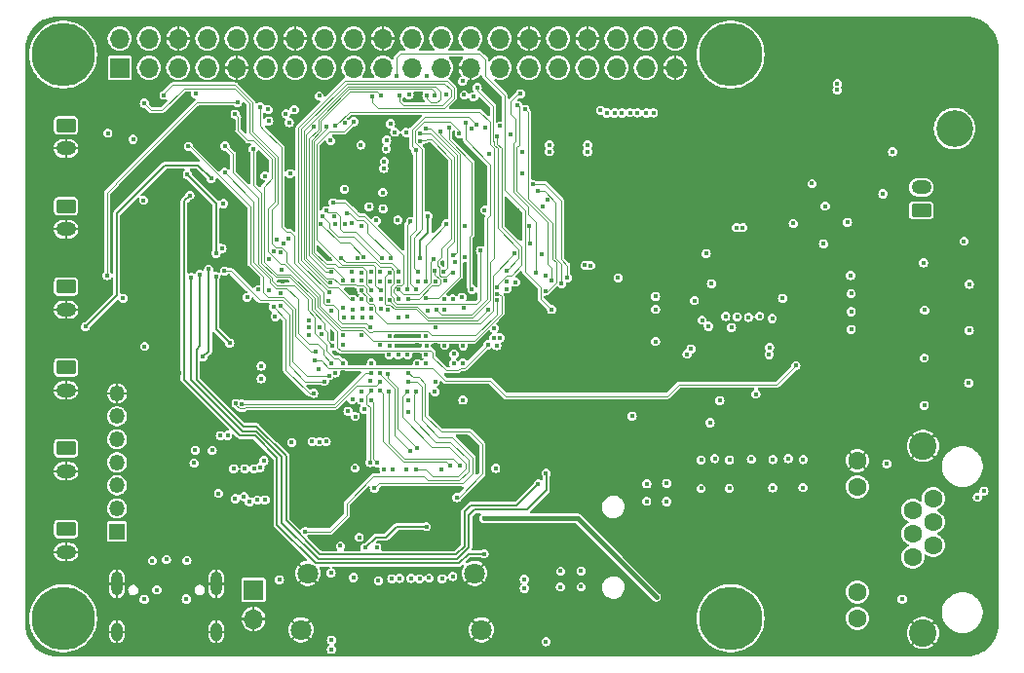
<source format=gbr>
%TF.GenerationSoftware,KiCad,Pcbnew,7.0.2*%
%TF.CreationDate,2023-10-25T03:12:23+05:00*%
%TF.ProjectId,Karnix_ASB,4b61726e-6978-45f4-9153-422e6b696361,V1.0*%
%TF.SameCoordinates,Original*%
%TF.FileFunction,Copper,L2,Inr*%
%TF.FilePolarity,Positive*%
%FSLAX46Y46*%
G04 Gerber Fmt 4.6, Leading zero omitted, Abs format (unit mm)*
G04 Created by KiCad (PCBNEW 7.0.2) date 2023-10-25 03:12:23*
%MOMM*%
%LPD*%
G01*
G04 APERTURE LIST*
G04 Aperture macros list*
%AMRoundRect*
0 Rectangle with rounded corners*
0 $1 Rounding radius*
0 $2 $3 $4 $5 $6 $7 $8 $9 X,Y pos of 4 corners*
0 Add a 4 corners polygon primitive as box body*
4,1,4,$2,$3,$4,$5,$6,$7,$8,$9,$2,$3,0*
0 Add four circle primitives for the rounded corners*
1,1,$1+$1,$2,$3*
1,1,$1+$1,$4,$5*
1,1,$1+$1,$6,$7*
1,1,$1+$1,$8,$9*
0 Add four rect primitives between the rounded corners*
20,1,$1+$1,$2,$3,$4,$5,0*
20,1,$1+$1,$4,$5,$6,$7,0*
20,1,$1+$1,$6,$7,$8,$9,0*
20,1,$1+$1,$8,$9,$2,$3,0*%
G04 Aperture macros list end*
%TA.AperFunction,ComponentPad*%
%ADD10R,1.700000X1.700000*%
%TD*%
%TA.AperFunction,ComponentPad*%
%ADD11O,1.700000X1.700000*%
%TD*%
%TA.AperFunction,FiducialPad,Global*%
%ADD12C,5.500000*%
%TD*%
%TA.AperFunction,ComponentPad*%
%ADD13O,1.000000X2.100000*%
%TD*%
%TA.AperFunction,ComponentPad*%
%ADD14O,1.000000X1.600000*%
%TD*%
%TA.AperFunction,ComponentPad*%
%ADD15RoundRect,0.250000X-0.625000X0.350000X-0.625000X-0.350000X0.625000X-0.350000X0.625000X0.350000X0*%
%TD*%
%TA.AperFunction,ComponentPad*%
%ADD16O,1.750000X1.200000*%
%TD*%
%TA.AperFunction,ComponentPad*%
%ADD17C,3.200000*%
%TD*%
%TA.AperFunction,ComponentPad*%
%ADD18C,1.600000*%
%TD*%
%TA.AperFunction,ComponentPad*%
%ADD19C,2.400000*%
%TD*%
%TA.AperFunction,ComponentPad*%
%ADD20R,1.350000X1.350000*%
%TD*%
%TA.AperFunction,ComponentPad*%
%ADD21O,1.350000X1.350000*%
%TD*%
%TA.AperFunction,ComponentPad*%
%ADD22C,1.800000*%
%TD*%
%TA.AperFunction,ComponentPad*%
%ADD23RoundRect,0.250000X0.625000X-0.350000X0.625000X0.350000X-0.625000X0.350000X-0.625000X-0.350000X0*%
%TD*%
%TA.AperFunction,ViaPad*%
%ADD24C,0.400000*%
%TD*%
%TA.AperFunction,Conductor*%
%ADD25C,0.125000*%
%TD*%
%TA.AperFunction,Conductor*%
%ADD26C,0.100000*%
%TD*%
%TA.AperFunction,Conductor*%
%ADD27C,0.200000*%
%TD*%
%TA.AperFunction,Conductor*%
%ADD28C,0.400000*%
%TD*%
G04 APERTURE END LIST*
D10*
%TO.N,EEPROM_RESET*%
%TO.C,J2*%
X128525000Y-92170000D03*
D11*
%TO.N,GND*%
X128525000Y-94710000D03*
%TD*%
D12*
%TO.N,*%
%TO.C,H2*%
X169980000Y-45650000D03*
%TD*%
D13*
%TO.N,GND*%
%TO.C,J1*%
X116650000Y-91650000D03*
D14*
X116650000Y-95830000D03*
D13*
X125290000Y-91650000D03*
D14*
X125290000Y-95830000D03*
%TD*%
D12*
%TO.N,*%
%TO.C,H1*%
X111980000Y-45650000D03*
%TD*%
D15*
%TO.N,OUT2_U*%
%TO.C,XS11*%
X112230000Y-86900000D03*
D16*
%TO.N,GND*%
X112230000Y-88900000D03*
%TD*%
D12*
%TO.N,*%
%TO.C,H3*%
X169980000Y-94650000D03*
%TD*%
D15*
%TO.N,IN3_U*%
%TO.C,XS8*%
X112230000Y-65826000D03*
D16*
%TO.N,GND*%
X112230000Y-67826000D03*
%TD*%
D15*
%TO.N,IN2_U*%
%TO.C,XS7*%
X112230000Y-58820000D03*
D16*
%TO.N,GND*%
X112230000Y-60820000D03*
%TD*%
D17*
%TO.N,DCIN*%
%TO.C,XS1*%
X189450000Y-52080000D03*
%TO.N,GND*%
X189450000Y-47080000D03*
%TD*%
D15*
%TO.N,OUT1_U*%
%TO.C,XS10*%
X112230000Y-79870000D03*
D16*
%TO.N,GND*%
X112230000Y-81870000D03*
%TD*%
D18*
%TO.N,Net-(TR1-Pad1)*%
%TO.C,XS4*%
X187600000Y-84250000D03*
%TO.N,Net-(TR1-Pad3)*%
X185820000Y-85270000D03*
%TO.N,Net-(TR1-Pad6)*%
X187600000Y-86280000D03*
%TO.N,Net-(D23-A)*%
X185820000Y-87300000D03*
X187600000Y-88310000D03*
%TO.N,Net-(TR1-Pad8)*%
X185820000Y-89330000D03*
%TO.N,GND*%
X187600000Y-90340000D03*
X185820000Y-91360000D03*
X181000000Y-80940000D03*
%TO.N,LED_GREEN*%
X181000000Y-83230000D03*
%TO.N,LAN_VDD2A*%
X181000000Y-94660000D03*
%TO.N,Net-(R103-Pad2)*%
X181000000Y-92370000D03*
D19*
%TO.N,GND*%
X186710000Y-79670000D03*
X186710000Y-95930000D03*
%TD*%
D20*
%TO.N,JTAG_TCK*%
%TO.C,J4*%
X116665000Y-87090000D03*
D21*
%TO.N,JTAG_TDI*%
X116665000Y-85090000D03*
%TO.N,JTAG_TDO*%
X116665000Y-83090000D03*
%TO.N,JTAG_TMS*%
X116665000Y-81090000D03*
%TO.N,FPGA_RESET*%
X116665000Y-79090000D03*
%TO.N,+5V*%
X116665000Y-77090000D03*
%TO.N,GND*%
X116665000Y-75090000D03*
%TD*%
D15*
%TO.N,IN4_U*%
%TO.C,XS9*%
X112230000Y-72838000D03*
D16*
%TO.N,GND*%
X112230000Y-74838000D03*
%TD*%
D22*
%TO.N,GND*%
%TO.C,J3*%
X132640000Y-95650000D03*
X133240000Y-90750000D03*
X147740000Y-90750000D03*
X148340000Y-95650000D03*
%TD*%
D15*
%TO.N,IN1_U*%
%TO.C,XS6*%
X112230000Y-51790000D03*
D16*
%TO.N,GND*%
X112230000Y-53790000D03*
%TD*%
D23*
%TO.N,RS485_A*%
%TO.C,XS3*%
X186560000Y-59190000D03*
D16*
%TO.N,RS485_B*%
X186560000Y-57190000D03*
%TD*%
D10*
%TO.N,+3V3*%
%TO.C,XS5*%
X116910000Y-46790000D03*
D11*
%TO.N,+5V*%
X116910000Y-44250000D03*
%TO.N,Net-(XS5-Pin_3)*%
X119450000Y-46790000D03*
%TO.N,+5V*%
X119450000Y-44250000D03*
%TO.N,Net-(XS5-Pin_5)*%
X121990000Y-46790000D03*
%TO.N,GND*%
X121990000Y-44250000D03*
%TO.N,Net-(XS5-Pin_7)*%
X124530000Y-46790000D03*
%TO.N,Net-(XS5-Pin_8)*%
X124530000Y-44250000D03*
%TO.N,GND*%
X127070000Y-46790000D03*
%TO.N,Net-(XS5-Pin_10)*%
X127070000Y-44250000D03*
%TO.N,Net-(XS5-Pin_11)*%
X129610000Y-46790000D03*
%TO.N,Net-(XS5-Pin_12)*%
X129610000Y-44250000D03*
%TO.N,Net-(XS5-Pin_13)*%
X132150000Y-46790000D03*
%TO.N,GND*%
X132150000Y-44250000D03*
%TO.N,Net-(XS5-Pin_15)*%
X134690000Y-46790000D03*
%TO.N,Net-(XS5-Pin_16)*%
X134690000Y-44250000D03*
%TO.N,+3V3*%
X137230000Y-46790000D03*
%TO.N,Net-(XS5-Pin_18)*%
X137230000Y-44250000D03*
%TO.N,Net-(XS5-Pin_19)*%
X139770000Y-46790000D03*
%TO.N,GND*%
X139770000Y-44250000D03*
%TO.N,Net-(XS5-Pin_21)*%
X142310000Y-46790000D03*
%TO.N,Net-(XS5-Pin_22)*%
X142310000Y-44250000D03*
%TO.N,Net-(XS5-Pin_23)*%
X144850000Y-46790000D03*
%TO.N,Net-(XS5-Pin_24)*%
X144850000Y-44250000D03*
%TO.N,GND*%
X147390000Y-46790000D03*
%TO.N,Net-(XS5-Pin_26)*%
X147390000Y-44250000D03*
%TO.N,Net-(XS5-Pin_27)*%
X149930000Y-46790000D03*
%TO.N,Net-(XS5-Pin_28)*%
X149930000Y-44250000D03*
%TO.N,Net-(XS5-Pin_29)*%
X152470000Y-46790000D03*
%TO.N,GND*%
X152470000Y-44250000D03*
%TO.N,Net-(XS5-Pin_31)*%
X155010000Y-46790000D03*
%TO.N,Net-(XS5-Pin_32)*%
X155010000Y-44250000D03*
%TO.N,Net-(XS5-Pin_33)*%
X157550000Y-46790000D03*
%TO.N,GND*%
X157550000Y-44250000D03*
%TO.N,Net-(XS5-Pin_35)*%
X160090000Y-46790000D03*
%TO.N,Net-(XS5-Pin_36)*%
X160090000Y-44250000D03*
%TO.N,Net-(XS5-Pin_37)*%
X162630000Y-46790000D03*
%TO.N,Net-(XS5-Pin_38)*%
X162630000Y-44250000D03*
%TO.N,GND*%
X165170000Y-46790000D03*
%TO.N,Net-(XS5-Pin_40)*%
X165170000Y-44250000D03*
%TD*%
D12*
%TO.N,*%
%TO.C,H4*%
X111980000Y-94650000D03*
%TD*%
D24*
%TO.N,GND*%
X125210000Y-88060000D03*
X132000000Y-78020000D03*
X127760000Y-50840000D03*
X175420000Y-43830000D03*
X176410000Y-52280000D03*
X170963615Y-72145000D03*
X170205000Y-72145000D03*
X156700000Y-52480000D03*
X165710000Y-64260000D03*
X179300000Y-71120000D03*
X180990000Y-55720000D03*
X145750000Y-88410000D03*
X183300000Y-56180000D03*
X140225000Y-88467000D03*
X147955000Y-55019000D03*
X141962988Y-72489500D03*
X114860000Y-89570000D03*
X164820000Y-55430000D03*
X173634996Y-52467000D03*
X114220000Y-52120000D03*
X157790000Y-89450000D03*
X154140000Y-55040000D03*
X189940000Y-56290000D03*
X111170000Y-69880000D03*
X125919000Y-63249000D03*
X114430000Y-80975000D03*
X161020000Y-88980000D03*
X134865000Y-81700000D03*
X162808918Y-96352575D03*
X121105000Y-84840000D03*
X161267499Y-65056499D03*
X175890000Y-68960000D03*
X131620000Y-75270000D03*
X134330000Y-86040000D03*
X172959998Y-53065000D03*
X174309996Y-53065000D03*
X155210000Y-93435000D03*
X160640000Y-56950000D03*
X117905000Y-56952000D03*
X158424000Y-73867000D03*
X114750000Y-61480000D03*
X179183000Y-45281000D03*
X178400000Y-81110000D03*
X162810000Y-56960000D03*
X155710001Y-51816778D03*
X186320000Y-73960000D03*
X141958877Y-70936867D03*
X182699000Y-45686000D03*
X168610000Y-49790000D03*
X175890000Y-66850000D03*
X160856500Y-84113000D03*
X179890000Y-72520000D03*
X129070000Y-48190000D03*
X113820000Y-76490000D03*
X159643500Y-67843500D03*
X126017093Y-79383661D03*
X113830000Y-83690000D03*
X164760000Y-69700000D03*
X125722000Y-71168000D03*
X174870000Y-59540000D03*
X111150000Y-62410000D03*
X161251008Y-65656414D03*
X122360000Y-77330000D03*
X131793000Y-53179000D03*
X159480000Y-48760000D03*
X155210000Y-94575000D03*
X118910000Y-87500000D03*
X152646971Y-97233554D03*
X160030000Y-56940000D03*
X159080000Y-94080000D03*
X157010000Y-94570000D03*
X124515000Y-52011000D03*
X137240000Y-88520000D03*
X116814000Y-58357000D03*
X142713342Y-70106378D03*
X144326124Y-70884500D03*
X155702000Y-49213000D03*
X170963615Y-72785000D03*
X149880000Y-91010000D03*
X162788000Y-95468000D03*
X110740000Y-76680000D03*
X188890000Y-65650000D03*
X163560000Y-56940000D03*
X154445000Y-87235000D03*
X170963615Y-71450333D03*
X158360000Y-57780000D03*
X141480000Y-95310000D03*
X157010000Y-93435000D03*
X133910000Y-93860000D03*
X174309996Y-52467000D03*
X169446386Y-71450333D03*
X177030000Y-91995000D03*
X137560000Y-80200000D03*
X126200000Y-88035000D03*
X138410000Y-86990000D03*
X165535000Y-87845000D03*
X144740000Y-88510000D03*
X185030000Y-60280000D03*
X170830000Y-80795000D03*
X151469000Y-59223000D03*
X149541000Y-83340000D03*
X141158431Y-70078003D03*
X155720000Y-62940000D03*
X181350000Y-72710000D03*
X142840000Y-49225000D03*
X158810000Y-64840000D03*
X135480000Y-56230000D03*
X153090000Y-69820000D03*
X164290000Y-58580000D03*
X136250000Y-95880000D03*
X176210000Y-64050000D03*
X187550000Y-69860000D03*
X147984000Y-57767000D03*
X173910000Y-49280000D03*
X172965002Y-53665000D03*
X178500000Y-60410000D03*
X131650000Y-74170000D03*
X188680000Y-74160000D03*
X159933000Y-81707000D03*
X117170000Y-50640000D03*
X152105376Y-69865376D03*
X126800000Y-94070000D03*
X160900000Y-93640000D03*
X131076975Y-65335500D03*
X144360000Y-57753000D03*
X159313000Y-77626000D03*
X133930000Y-83790000D03*
X170205000Y-71450333D03*
X142725979Y-70907423D03*
X126979000Y-66659000D03*
X118147000Y-70132000D03*
X148580000Y-76104500D03*
X141141473Y-72490491D03*
X176110000Y-71140000D03*
X124810000Y-62370000D03*
X183885966Y-52435779D03*
X147965000Y-81095000D03*
X135400000Y-48070000D03*
X160070000Y-52770000D03*
X117680000Y-88910000D03*
X158770000Y-52510000D03*
X176790000Y-46360000D03*
X132710000Y-48190000D03*
X187180000Y-65650000D03*
X136319885Y-77276826D03*
X137775000Y-59205000D03*
X152855126Y-66029487D03*
X156790000Y-65770000D03*
X163370000Y-54480000D03*
X180450000Y-79060000D03*
X122050000Y-73316000D03*
X127810000Y-48260000D03*
X126056000Y-51653000D03*
X146780000Y-73360000D03*
X123290000Y-47670000D03*
X168726000Y-59781000D03*
X149991830Y-94581115D03*
X173936000Y-56940000D03*
X164790000Y-54820000D03*
X161830000Y-56958680D03*
X136550762Y-79662954D03*
X128870000Y-80240000D03*
X170205000Y-72785000D03*
X172285000Y-52467000D03*
X153520000Y-52090000D03*
X170408500Y-63002000D03*
X172959998Y-52467000D03*
X143240000Y-88510000D03*
X133685000Y-81715000D03*
X134810000Y-55540000D03*
X132180000Y-92790000D03*
X172290004Y-53665000D03*
X116160000Y-49020000D03*
X125490000Y-72960000D03*
X134840000Y-56785000D03*
X153350000Y-68940000D03*
X147890000Y-88290000D03*
X139325000Y-53430000D03*
X131475000Y-60355000D03*
X126760000Y-51660000D03*
X178740000Y-78520000D03*
X168687772Y-73480000D03*
X135530000Y-82880000D03*
X158224644Y-77625691D03*
X170205000Y-73480000D03*
X168687772Y-71450333D03*
X128972000Y-56694000D03*
X129245000Y-87955000D03*
X119800000Y-48450000D03*
X176095000Y-77345000D03*
X159070000Y-54160000D03*
X119933000Y-74141000D03*
X169446386Y-72785000D03*
X172285000Y-53065000D03*
X166877000Y-62944500D03*
X189000000Y-70060000D03*
X173634996Y-53065000D03*
X118473000Y-72893000D03*
X135343528Y-70348153D03*
X164925000Y-80891000D03*
X182670000Y-72020000D03*
X123530000Y-56174000D03*
X168687772Y-72785000D03*
X127660000Y-87480000D03*
X154150000Y-88210000D03*
X169446386Y-73480000D03*
X120071000Y-49933000D03*
X136322300Y-73284777D03*
X147510000Y-70954000D03*
X174940000Y-46280000D03*
X141960000Y-70079113D03*
X164361401Y-96373138D03*
X170963615Y-73480000D03*
X157480000Y-55000000D03*
X156750000Y-62935000D03*
X173640000Y-53665000D03*
X179192000Y-45875000D03*
X132830000Y-50770000D03*
X136750000Y-56260000D03*
X135919000Y-76652000D03*
X144320000Y-95140000D03*
X125120000Y-79298000D03*
X161230000Y-56950000D03*
X132220000Y-80240000D03*
X135115775Y-63463334D03*
X131035000Y-88210000D03*
X176830000Y-77345000D03*
X144346000Y-55019000D03*
X164361401Y-95447817D03*
X137164500Y-66087403D03*
X115470000Y-87640000D03*
X168687772Y-72145000D03*
X150864570Y-97200949D03*
X113930000Y-55300000D03*
X147450000Y-66860000D03*
X114450000Y-59090000D03*
X141130416Y-70928274D03*
X182699000Y-46269000D03*
X162180000Y-88554000D03*
X177045000Y-94970000D03*
X123445000Y-83750000D03*
X159480000Y-96040000D03*
X127310000Y-89720000D03*
X174315000Y-53665000D03*
X111090000Y-55850000D03*
X160856500Y-83039000D03*
X136440000Y-58035000D03*
X141740000Y-88500000D03*
X144963843Y-63719532D03*
X117130000Y-53410000D03*
X136690000Y-87680000D03*
X131700000Y-55210000D03*
X174320000Y-78340000D03*
X156260000Y-62930000D03*
X133690000Y-78200000D03*
X169446386Y-72145000D03*
%TO.N,+5V*%
X152068000Y-91262000D03*
X151920000Y-56000000D03*
X125491000Y-83788000D03*
X159900000Y-50720000D03*
X118987000Y-58306000D03*
X135306000Y-97354785D03*
X161250000Y-50690000D03*
X151920000Y-54090000D03*
X122690000Y-92974999D03*
X160550000Y-50720000D03*
X119067000Y-71011000D03*
X171044000Y-60677000D03*
X163280000Y-50700000D03*
X159230000Y-50720000D03*
X163461000Y-66657000D03*
X135307000Y-96546000D03*
X131720000Y-55997000D03*
X163460999Y-67793997D03*
X161910000Y-50700000D03*
X152068000Y-92038000D03*
X170500000Y-60677000D03*
X177060000Y-56860000D03*
X119031947Y-92999099D03*
X184060000Y-54090000D03*
X161431000Y-77074500D03*
X162670000Y-50720000D03*
X158690000Y-50490000D03*
%TO.N,Net-(U8-nRST)*%
X166200000Y-71680000D03*
%TO.N,Net-(U8-VDDCR)*%
X173335000Y-71720000D03*
%TO.N,+3V3*%
X154230000Y-53490000D03*
X133370000Y-69380000D03*
X148620000Y-59156000D03*
X154230000Y-54080000D03*
X140059067Y-53832463D03*
X168310736Y-65554500D03*
X142778337Y-72489500D03*
X157570000Y-53510000D03*
X140227689Y-67802313D03*
X143522446Y-72489500D03*
X130505000Y-61740000D03*
X174510000Y-66835000D03*
X166839999Y-67025001D03*
X143567353Y-70936867D03*
X134245000Y-79305000D03*
X144824000Y-81718000D03*
X117205000Y-66818000D03*
X141070000Y-60020000D03*
X139880000Y-81750000D03*
X170060000Y-69355000D03*
X141840000Y-81680000D03*
X141117243Y-71736000D03*
X151307387Y-65417822D03*
X143509611Y-70079613D03*
X190675000Y-74190000D03*
X180140000Y-60210000D03*
X140810000Y-52390000D03*
X133625000Y-79275000D03*
X123500000Y-49031000D03*
X131635000Y-51550000D03*
X142035000Y-49150000D03*
X163460000Y-70580000D03*
X140313348Y-71736000D03*
X190725000Y-65610000D03*
X157550000Y-54100000D03*
X130892191Y-66361310D03*
X129203000Y-72719000D03*
X140341022Y-70079113D03*
X134845000Y-79295000D03*
X137352000Y-81576000D03*
X130775000Y-91290000D03*
X139790000Y-59050000D03*
X143670500Y-67875500D03*
X140369571Y-70936867D03*
X129530000Y-56185000D03*
X190720000Y-69625000D03*
X149570000Y-81620000D03*
X115870000Y-52470000D03*
X171790000Y-80815000D03*
X130960000Y-64360000D03*
X149450000Y-69420000D03*
X129203000Y-73812000D03*
X149660000Y-70948949D03*
X153950000Y-96690000D03*
X125916000Y-58598000D03*
%TO.N,+2V5*%
X149400000Y-70250000D03*
X167861000Y-62944500D03*
X144346840Y-69368327D03*
X160215500Y-65045500D03*
X149960000Y-70255000D03*
X139547172Y-70893963D03*
%TO.N,+1V1*%
X141147096Y-68500730D03*
X150563154Y-66011680D03*
X150538000Y-65390000D03*
X141920451Y-71736000D03*
X146725000Y-72485000D03*
X143529999Y-71736000D03*
X141852722Y-68411850D03*
X145915000Y-72485000D03*
X157805500Y-63980000D03*
X157335000Y-63960000D03*
%TO.N,FPGA_RESET*%
X130283231Y-62757164D03*
X141123000Y-64563003D03*
X126805000Y-81645000D03*
X134505000Y-59710000D03*
%TO.N,+3V3_ETH*%
X173650000Y-83310000D03*
X176280000Y-83280000D03*
X167420000Y-83360000D03*
X169880000Y-83350000D03*
%TO.N,ETHERNET_CT*%
X175000000Y-80760000D03*
X168610000Y-80770000D03*
%TO.N,ETHERNET_TX+*%
X167420000Y-80890000D03*
%TO.N,LAN_VDD2A*%
X168200000Y-77645000D03*
X169055000Y-75715000D03*
X172195000Y-75155000D03*
%TO.N,ETHERNET_TX-*%
X169890000Y-80880000D03*
%TO.N,ETHERNET_RX+*%
X173670000Y-80840000D03*
%TO.N,ETHERNET_RX-*%
X176300000Y-80850000D03*
%TO.N,+24V*%
X179263000Y-48186000D03*
X179249000Y-48731000D03*
%TO.N,Net-(D1-A)*%
X180415000Y-64850000D03*
%TO.N,Net-(D2-A)*%
X180465000Y-66415000D03*
%TO.N,Net-(D3-A)*%
X180470000Y-67990000D03*
%TO.N,QSPI_D2*%
X143510973Y-66825999D03*
X144795500Y-52317006D03*
%TO.N,SPI_CONFIG_MISO*%
X146415000Y-52535000D03*
X142780616Y-64541502D03*
%TO.N,SPI_CONFIG_SS*%
X142656626Y-66080500D03*
X147910000Y-51775000D03*
X142635000Y-53981000D03*
%TO.N,CLK*%
X175665000Y-72690000D03*
X133875000Y-72230000D03*
%TO.N,SPI_CONFIG_SCK*%
X142181500Y-60144087D03*
X141875000Y-66086001D03*
%TO.N,SPI_CONFIG_MOSI*%
X143670000Y-59666500D03*
X143014702Y-63346323D03*
%TO.N,QSPI_D3*%
X145295000Y-60360000D03*
X143465000Y-65327735D03*
%TO.N,DCIN*%
X191990000Y-83600000D03*
X191430000Y-84130000D03*
%TO.N,JTAG_TDO*%
X128570000Y-81650000D03*
X135457035Y-58519406D03*
X131160000Y-62070587D03*
X141130674Y-66880999D03*
X128900000Y-66080000D03*
%TO.N,JTAG_TDI*%
X139501025Y-64563502D03*
X131555000Y-61683000D03*
X136430000Y-57345000D03*
X129900000Y-66125000D03*
X129090000Y-81540000D03*
%TO.N,JTAG_TMS*%
X127975000Y-66750000D03*
X139653835Y-63306500D03*
X134835000Y-59220000D03*
X130859493Y-62855357D03*
X127775000Y-81645000D03*
%TO.N,JTAG_TCK*%
X130410001Y-68415001D03*
X140414537Y-63306500D03*
X131850000Y-79345000D03*
X136670000Y-59455000D03*
%TO.N,LED0*%
X138131817Y-76484497D03*
%TO.N,LED1*%
X137372280Y-77104088D03*
%TO.N,LED2*%
X136731000Y-76646000D03*
%TO.N,LED3*%
X137110000Y-75644000D03*
%TO.N,KEY0*%
X186755000Y-63755000D03*
X137905000Y-75690000D03*
%TO.N,LED_YELLOW*%
X184900000Y-92980000D03*
%TO.N,KEY1*%
X186850000Y-67865000D03*
X137929999Y-74923234D03*
%TO.N,KEY2*%
X138641000Y-73979000D03*
X186820000Y-72025000D03*
%TO.N,Net-(U5B-PT38A)*%
X133372000Y-69992000D03*
X141953235Y-75699999D03*
%TO.N,KEY3*%
X138767952Y-72485000D03*
X186820000Y-76145000D03*
%TO.N,GPIO_01*%
X151497500Y-50062500D03*
X154420000Y-65255000D03*
%TO.N,LAN_MDIO*%
X168058000Y-69265000D03*
%TO.N,LAN_nINT*%
X146740000Y-75680000D03*
X166550000Y-71225000D03*
%TO.N,RS485_RO*%
X178210000Y-58810000D03*
X144290000Y-74950000D03*
%TO.N,RS485_DI*%
X141980000Y-76700000D03*
X178060000Y-62090000D03*
%TO.N,Net-(U5G-DONE)*%
X141125000Y-65331500D03*
X135240000Y-53125000D03*
X139899620Y-54922000D03*
%TO.N,Net-(U5G-CFG_2)*%
X140356265Y-64578735D03*
X148931441Y-67788130D03*
%TO.N,GPIO_02*%
X119050000Y-49880000D03*
X149684500Y-66476064D03*
%TO.N,GPIO_03*%
X149684500Y-67000567D03*
X120750000Y-49170000D03*
%TO.N,GPIO_04*%
X115815000Y-64845000D03*
X127150000Y-49810000D03*
X145950000Y-71673897D03*
%TO.N,GPIO_05*%
X145140000Y-70920000D03*
X152775000Y-56930000D03*
X155805000Y-65035000D03*
%TO.N,GPIO_06*%
X155285000Y-65570000D03*
X153200000Y-57510000D03*
X146755000Y-70954000D03*
%TO.N,GPIO_07*%
X146980000Y-51595000D03*
X144451596Y-67836584D03*
X146710000Y-47960000D03*
%TO.N,GPIO_08*%
X149717000Y-52768893D03*
X149695000Y-65870000D03*
%TO.N,GPIO_09*%
X143570000Y-47530000D03*
X147510000Y-66075000D03*
X145545000Y-52030000D03*
%TO.N,Net-(U5G-CFG_1)*%
X140357000Y-65329000D03*
X141780000Y-52410000D03*
%TO.N,Net-(U5G-CFG_0)*%
X144135000Y-63429500D03*
X141150000Y-66080500D03*
%TO.N,GPIO_10*%
X140980000Y-47500000D03*
X154430000Y-67800000D03*
%TO.N,GPIO_11*%
X147970000Y-48525000D03*
X146765000Y-67695000D03*
X150485110Y-64461229D03*
%TO.N,GPIO_12*%
X151715000Y-49050000D03*
X153055000Y-64635000D03*
%TO.N,GPIO_13*%
X153660000Y-58845000D03*
%TO.N,GPIO_14*%
X148895000Y-70875000D03*
X126930000Y-50830000D03*
%TO.N,GPIO_15*%
X129110000Y-50175000D03*
X146655000Y-66745000D03*
X138714671Y-69374500D03*
%TO.N,GPIO_16*%
X145830000Y-66889500D03*
%TO.N,GPIO_17*%
X129800000Y-50420000D03*
X135643198Y-73308959D03*
%TO.N,/Ethernet/RXD0*%
X170560000Y-68440000D03*
%TO.N,/Ethernet/RXD1*%
X171550000Y-68490000D03*
%TO.N,/Ethernet/RXD2*%
X172510000Y-68380000D03*
%TO.N,/Ethernet/RXD3*%
X173605000Y-68585000D03*
%TO.N,/Ethernet/RCLK*%
X173370000Y-71100000D03*
%TO.N,/Ethernet/RXER*%
X169555000Y-68395000D03*
%TO.N,/Ethernet/COL*%
X167510000Y-68720000D03*
%TO.N,Net-(U8-LED1{slash}~{REGOFF})*%
X183560000Y-81220000D03*
%TO.N,GPIO_27*%
X145120000Y-66925000D03*
X132070000Y-50440000D03*
%TO.N,GPIO_22*%
X143005000Y-53165000D03*
X134235000Y-49235000D03*
X145901662Y-64573782D03*
%TO.N,GPIO_00*%
X153892000Y-66189829D03*
X152125000Y-50410000D03*
%TO.N,GPIO_19*%
X154047000Y-58300000D03*
%TO.N,GPIO_26*%
X145120000Y-67784001D03*
%TO.N,GPIO_20*%
X153615000Y-62995000D03*
X145200000Y-65287557D03*
%TO.N,GPIO_21*%
X153900000Y-64875000D03*
%TO.N,GPIO_25*%
X143486501Y-52110000D03*
X145885000Y-63125000D03*
%TO.N,GPIO_24*%
X143010571Y-52518270D03*
X145053832Y-64538057D03*
%TO.N,GPIO_23*%
X145999905Y-63708000D03*
X140105000Y-53095000D03*
%TO.N,GPIO_18*%
X131340000Y-50800000D03*
X137865000Y-53495000D03*
X146890000Y-63290000D03*
%TO.N,UART_DEBUG_TXD*%
X138730000Y-73323234D03*
X127537633Y-76008215D03*
%TO.N,RS485_DE*%
X175440000Y-60330000D03*
X144303456Y-74100500D03*
%TO.N,UART_DEBUG_RXD*%
X127015001Y-75963965D03*
X139514147Y-74059192D03*
%TO.N,EEPROM_RESET*%
X144261000Y-64469382D03*
X141945000Y-66875000D03*
X134205000Y-72965000D03*
%TO.N,Net-(D4-A)*%
X180470000Y-69535000D03*
%TO.N,Net-(J3-+5V)*%
X137220000Y-91110000D03*
%TO.N,HDMI_TX2+*%
X146460000Y-81385000D03*
X140307917Y-74898913D03*
%TO.N,HDMI_TX2-*%
X139530000Y-74880000D03*
X145655495Y-81374505D03*
%TO.N,HDMI_TX1+*%
X140226349Y-73373651D03*
X142760000Y-79840000D03*
%TO.N,HDMI_TX1-*%
X139540000Y-73300000D03*
X142180000Y-80120000D03*
%TO.N,HDMI_TXC+*%
X138747000Y-75700000D03*
X139300000Y-81150000D03*
%TO.N,HDMI_TXC-*%
X138638478Y-81106491D03*
X138750000Y-74870000D03*
%TO.N,Net-(J3-D2+)*%
X145839000Y-91018000D03*
%TO.N,Net-(J3-D2-)*%
X144912000Y-91201000D03*
%TO.N,Net-(J3-D1+)*%
X143792000Y-91150000D03*
%TO.N,Net-(J3-D1-)*%
X142957000Y-91223000D03*
%TO.N,Net-(J3-D0+)*%
X142229000Y-91188000D03*
%TO.N,Net-(J3-D0-)*%
X141226000Y-91182000D03*
%TO.N,Net-(J3-CK+)*%
X140543000Y-91211000D03*
%TO.N,Net-(J3-CK-)*%
X139389000Y-91379000D03*
%TO.N,+5V_HDMI*%
X140610000Y-81750000D03*
X135265000Y-90710000D03*
%TO.N,HDDC_CEC*%
X139240000Y-88510000D03*
%TO.N,Net-(J3-HPD{slash}HEAC-)*%
X136089000Y-88348000D03*
%TO.N,IN1_U_ADC*%
X118060000Y-53010000D03*
%TO.N,IN3_U_ADC*%
X129847157Y-63386780D03*
%TO.N,IN2_U_ADC*%
X122781500Y-56072500D03*
X125290000Y-62915000D03*
%TO.N,IN4_U_ADC*%
X129843000Y-51430000D03*
%TO.N,Net-(C80-Pad2)*%
X125786977Y-62499977D03*
%TO.N,OUT_AUDIO_L*%
X156995000Y-91910000D03*
X155205000Y-91920000D03*
X155220000Y-90550000D03*
X157000000Y-90540000D03*
%TO.N,Net-(U13B--)*%
X113934000Y-69296000D03*
X124850000Y-56410000D03*
%TO.N,ADC_SPI_SCLK*%
X126050000Y-53590000D03*
X136310000Y-72480000D03*
%TO.N,ADC_SPI_MISO*%
X128510000Y-53860000D03*
X135408000Y-70970000D03*
%TO.N,DAC_SPI_MOSI*%
X130255000Y-67580000D03*
X133740000Y-75090000D03*
%TO.N,ADC_SPI_MOSI*%
X126030000Y-55880000D03*
X135310000Y-72460000D03*
%TO.N,ADC_SPI_CSn*%
X133960000Y-71470000D03*
X122875500Y-53611000D03*
%TO.N,DAC_SPI_SCLK*%
X130845000Y-67455000D03*
X134670000Y-74050000D03*
%TO.N,DAC_SPI_CSn*%
X126010000Y-64457000D03*
X135085000Y-73555255D03*
%TO.N,OUT1_DAC*%
X125260000Y-64945000D03*
X126474000Y-70734000D03*
%TO.N,OUT2_DAC*%
X124636000Y-64306000D03*
X124146000Y-71917000D03*
%TO.N,FT_VCC*%
X123466000Y-80039000D03*
X124934000Y-80058000D03*
X129420000Y-80948849D03*
%TO.N,Net-(U20-3V3OUT)*%
X123359000Y-81152000D03*
%TO.N,Net-(U20-XTIN)*%
X126271474Y-78749986D03*
%TO.N,Net-(U20-XTOUT)*%
X125647000Y-78756000D03*
%TO.N,Net-(D28-A)*%
X120130000Y-92180000D03*
%TO.N,Net-(D29-A)*%
X120972000Y-89532000D03*
%TO.N,Net-(J1-CC1)*%
X119740000Y-89630000D03*
%TO.N,Net-(J1-CC2)*%
X122740000Y-89620000D03*
%TO.N,SRAM_#CS*%
X146872000Y-60583000D03*
X136338090Y-70895500D03*
%TO.N,SRAM_D13*%
X135250104Y-64526000D03*
X144240000Y-49165000D03*
%TO.N,SRAM_D12*%
X135203129Y-65484500D03*
X143590723Y-49204237D03*
%TO.N,SRAM_D09*%
X139644000Y-49235000D03*
X136330510Y-65276991D03*
%TO.N,SRAM_D08*%
X138850000Y-49310000D03*
X135086000Y-66311000D03*
%TO.N,SRAM_D15*%
X147447500Y-52112500D03*
X137925313Y-66930341D03*
%TO.N,SRAM_D02*%
X135053000Y-67027000D03*
%TO.N,SRAM_D03*%
X136268639Y-67691243D03*
X152508000Y-60548000D03*
X152540000Y-62110000D03*
%TO.N,SRAM_D11*%
X141180000Y-49215000D03*
X137164500Y-66909002D03*
%TO.N,SRAM_D14*%
X145244001Y-49099001D03*
X138760176Y-67721500D03*
%TO.N,SRAM_D00*%
X135322000Y-67873387D03*
%TO.N,SRAM_D01*%
X136346613Y-68486236D03*
%TO.N,SRAM_D10*%
X137166730Y-67857540D03*
X140444001Y-51655999D03*
%TO.N,SRAM_D06*%
X138563849Y-58863849D03*
X137973000Y-67722000D03*
%TO.N,SRAM_D07*%
X139569500Y-67732851D03*
X139207000Y-60070000D03*
%TO.N,SRAM_D04*%
X137955965Y-68521015D03*
%TO.N,SRAM_D05*%
X138768363Y-68470500D03*
%TO.N,SRAM_#WE*%
X137165000Y-68495000D03*
X137887000Y-60512000D03*
%TO.N,SRAM_#BHE*%
X147644000Y-49314500D03*
X134480000Y-69910000D03*
%TO.N,SRAM_#OE*%
X148677000Y-52014000D03*
X137894000Y-70043000D03*
%TO.N,SRAM_#BLE*%
X136325000Y-70020000D03*
X146838000Y-49149797D03*
%TO.N,SRAM_A17*%
X134312000Y-69360266D03*
X150882004Y-52579000D03*
%TO.N,SRAM_A13*%
X139583000Y-66909500D03*
X136435000Y-51600000D03*
%TO.N,SRAM_A12*%
X140368118Y-66953996D03*
X135650000Y-51850000D03*
%TO.N,SRAM_A16*%
X149958000Y-51865312D03*
X133328000Y-68741000D03*
%TO.N,SRAM_A14*%
X137229536Y-51484500D03*
X139569500Y-66114290D03*
%TO.N,SRAM_A07*%
X137529999Y-63306500D03*
X135651000Y-60392000D03*
%TO.N,SRAM_A10*%
X133795500Y-51866465D03*
X138741322Y-66943472D03*
%TO.N,SRAM_A11*%
X134844000Y-51950000D03*
X138750000Y-66125000D03*
%TO.N,SRAM_A15*%
X149010499Y-54320000D03*
X139534500Y-65329500D03*
%TO.N,SRAM_A09*%
X134390000Y-60382359D03*
X138115179Y-63275999D03*
%TO.N,SRAM_A06*%
X136467000Y-60378796D03*
X137917084Y-64571000D03*
%TO.N,SRAM_A08*%
X135559654Y-59731916D03*
X138746844Y-64525500D03*
%TO.N,SRAM_A03*%
X148246450Y-62671450D03*
X136163078Y-63302251D03*
%TO.N,SRAM_A04*%
X138698011Y-65329888D03*
%TO.N,SRAM_A05*%
X137028388Y-60266066D03*
X137043064Y-64509910D03*
%TO.N,SRAM_A02*%
X137142000Y-65286500D03*
%TO.N,SRAM_A00*%
X137929108Y-66125517D03*
X151193000Y-62941971D03*
%TO.N,SRAM_A01*%
X137916000Y-65326500D03*
%TO.N,OUT_AUDIO_R*%
X162688000Y-84476000D03*
X164418000Y-82917000D03*
X164427000Y-84502000D03*
X162713000Y-82960000D03*
%TO.N,MIC_IN*%
X148575000Y-85951000D03*
X163539000Y-92804000D03*
%TO.N,DAC_AUDIO_L*%
X123875000Y-64777000D03*
X153270000Y-82950000D03*
%TO.N,DAC_AUDIO_R*%
X153948000Y-82027000D03*
X123114000Y-65018000D03*
%TO.N,MIC_U_ADC*%
X148565000Y-89041000D03*
X122991000Y-57887000D03*
%TO.N,HDDC_SCL*%
X143550000Y-86680000D03*
X138240000Y-88500000D03*
%TO.N,HDDC_SDA*%
X137710000Y-87610000D03*
%TO.N,HDMI_SDA*%
X139032000Y-83347000D03*
X141953235Y-74099998D03*
%TO.N,HDMI_SCL*%
X146212000Y-84161000D03*
X141936877Y-73351939D03*
%TO.N,HDMI_HPD*%
X133031000Y-87094000D03*
X142656323Y-74942115D03*
%TO.N,HDMI_CEC*%
X142610000Y-81670000D03*
X141932000Y-74895000D03*
%TO.N,EEPROM_WP*%
X144310152Y-65327735D03*
X139840000Y-55529000D03*
%TO.N,EEPROM_I2C_SDA*%
X142780000Y-65329500D03*
X139757500Y-57627500D03*
%TO.N,Net-(U20-ADBUS2)*%
X128175860Y-84514494D03*
%TO.N,Net-(U20-ADBUS7)*%
X126940000Y-84255000D03*
%TO.N,Net-(U20-ADBUS3)*%
X127700000Y-84060000D03*
%TO.N,Net-(#FLG07-pwr)*%
X190270000Y-61870000D03*
X183230000Y-57750000D03*
%TO.N,Net-(U20-ADBUS0)*%
X129525000Y-84355000D03*
%TO.N,Net-(U20-ADBUS1)*%
X128875000Y-84375000D03*
%TD*%
D25*
%TO.N,FPGA_RESET*%
X140535000Y-63790000D02*
X139545000Y-63790000D01*
X135110000Y-60690124D02*
X135110000Y-60315000D01*
X135110000Y-60315000D02*
X134505000Y-59710000D01*
X141123000Y-64563003D02*
X141123000Y-64378000D01*
X135894876Y-61475000D02*
X135110000Y-60690124D01*
X137230000Y-61475000D02*
X135894876Y-61475000D01*
X139545000Y-63790000D02*
X137230000Y-61475000D01*
X141123000Y-64378000D02*
X140535000Y-63790000D01*
D26*
%TO.N,QSPI_D2*%
X143510973Y-66825999D02*
X144559001Y-66825999D01*
X144795500Y-52617992D02*
X144795500Y-52317006D01*
X144559001Y-66825999D02*
X146455499Y-64929501D01*
X146455499Y-64929501D02*
X146455499Y-54277991D01*
X146455499Y-54277991D02*
X144795500Y-52617992D01*
%TO.N,SPI_CONFIG_MISO*%
X143189501Y-53884501D02*
X142540000Y-53235000D01*
X142458501Y-61542413D02*
X143189501Y-60811413D01*
X142458501Y-64219387D02*
X142458501Y-61542413D01*
X145640000Y-51460000D02*
X146415000Y-52235000D01*
X146415000Y-52235000D02*
X146415000Y-52535000D01*
X142780616Y-64541502D02*
X142458501Y-64219387D01*
X142540000Y-52287152D02*
X143367152Y-51460000D01*
X143367152Y-51460000D02*
X145640000Y-51460000D01*
X143189501Y-60811413D02*
X143189501Y-53884501D01*
X142540000Y-53235000D02*
X142540000Y-52287152D01*
%TO.N,SPI_CONFIG_SS*%
X147235000Y-51100000D02*
X143374304Y-51100000D01*
X142280000Y-52194304D02*
X142280000Y-53626000D01*
X142656626Y-66080500D02*
X142134000Y-65557874D01*
X142134000Y-61408000D02*
X142635000Y-60907000D01*
X147910000Y-51775000D02*
X147235000Y-51100000D01*
X142635000Y-60907000D02*
X142635000Y-53981000D01*
X142280000Y-53626000D02*
X142635000Y-53981000D01*
X143374304Y-51100000D02*
X142280000Y-52194304D01*
X142134000Y-65557874D02*
X142134000Y-61408000D01*
D25*
%TO.N,CLK*%
X144085000Y-72880000D02*
X145195000Y-73990000D01*
X145195000Y-73990000D02*
X149080706Y-73990000D01*
X174005000Y-74350000D02*
X175665000Y-72690000D01*
X134400000Y-72230000D02*
X135050000Y-72880000D01*
X164505000Y-75320000D02*
X165475000Y-74350000D01*
X149080706Y-73990000D02*
X150410706Y-75320000D01*
X150410706Y-75320000D02*
X164505000Y-75320000D01*
X135050000Y-72880000D02*
X144085000Y-72880000D01*
X165475000Y-74350000D02*
X174005000Y-74350000D01*
X133875000Y-72230000D02*
X134400000Y-72230000D01*
%TO.N,SPI_CONFIG_SCK*%
X142181500Y-60144087D02*
X141875000Y-60450587D01*
X141875000Y-60450587D02*
X141875000Y-66086001D01*
D27*
%TO.N,SPI_CONFIG_MOSI*%
X143670000Y-59666500D02*
X143670000Y-61166086D01*
X143014702Y-61821384D02*
X143014702Y-63346323D01*
X143670000Y-61166086D02*
X143014702Y-61821384D01*
D25*
%TO.N,QSPI_D3*%
X143456998Y-62198002D02*
X145295000Y-60360000D01*
X143465000Y-65327735D02*
X143456998Y-65319733D01*
X143456998Y-65319733D02*
X143456998Y-62198002D01*
D26*
%TO.N,JTAG_TDO*%
X140990877Y-65710000D02*
X140985000Y-65710000D01*
X141535000Y-63082152D02*
X141535000Y-65580000D01*
X140994877Y-65706000D02*
X140990877Y-65710000D01*
X141535000Y-65580000D02*
X141405000Y-65710000D01*
X140985000Y-65710000D02*
X140680000Y-66015000D01*
X136469406Y-58519406D02*
X137630000Y-59680000D01*
X141305123Y-65706000D02*
X140994877Y-65706000D01*
X140680000Y-66300000D02*
X141130674Y-66750674D01*
X137630000Y-59680000D02*
X138137848Y-59680000D01*
X141130674Y-66750674D02*
X141130674Y-66880999D01*
X141309123Y-65710000D02*
X141305123Y-65706000D01*
X138137848Y-59680000D02*
X138649501Y-60191653D01*
X141405000Y-65710000D02*
X141309123Y-65710000D01*
X135457035Y-58519406D02*
X136469406Y-58519406D01*
X140680000Y-66015000D02*
X140680000Y-66300000D01*
X138649501Y-60191653D02*
X138649501Y-60196653D01*
X138649501Y-60196653D02*
X141535000Y-63082152D01*
D25*
%TO.N,JTAG_TMS*%
X135736653Y-59339501D02*
X134954501Y-59339501D01*
X136290000Y-61045000D02*
X136080000Y-60835000D01*
X139653835Y-63306500D02*
X137392335Y-61045000D01*
X134954501Y-59339501D02*
X134835000Y-59220000D01*
X136080000Y-59682848D02*
X135736653Y-59339501D01*
X137392335Y-61045000D02*
X136290000Y-61045000D01*
X136080000Y-60835000D02*
X136080000Y-59682848D01*
%TO.N,JTAG_TCK*%
X138075000Y-60010000D02*
X137480000Y-60010000D01*
X138400000Y-61115000D02*
X138400000Y-60335000D01*
X136925000Y-59455000D02*
X136670000Y-59455000D01*
X138415000Y-61115000D02*
X138400000Y-61115000D01*
X137480000Y-60010000D02*
X136925000Y-59455000D01*
X140414537Y-63114537D02*
X138415000Y-61115000D01*
X138400000Y-60335000D02*
X138075000Y-60010000D01*
X140414537Y-63306500D02*
X140414537Y-63114537D01*
%TO.N,GPIO_01*%
X154085000Y-60187152D02*
X154085000Y-63835000D01*
X151594501Y-50159501D02*
X151594501Y-53480000D01*
X154085000Y-63835000D02*
X154420000Y-64170000D01*
X151395000Y-57497152D02*
X154085000Y-60187152D01*
X151395000Y-53679501D02*
X151395000Y-57497152D01*
X151594501Y-53480000D02*
X151395000Y-53679501D01*
X151497500Y-50062500D02*
X151594501Y-50159501D01*
X154420000Y-64170000D02*
X154420000Y-65255000D01*
D26*
%TO.N,Net-(U5G-CFG_2)*%
X142641510Y-67769002D02*
X143632009Y-68759501D01*
X140050000Y-67365000D02*
X140350000Y-67365000D01*
X140350000Y-67365000D02*
X140754002Y-67769002D01*
X143632009Y-68759501D02*
X147960070Y-68759501D01*
X140754002Y-67769002D02*
X142641510Y-67769002D01*
X140356265Y-64578735D02*
X140311265Y-64578735D01*
X147960070Y-68759501D02*
X148931441Y-67788130D01*
X139970000Y-67285000D02*
X140050000Y-67365000D01*
X140311265Y-64578735D02*
X139970000Y-64920000D01*
X139970000Y-64920000D02*
X139970000Y-67285000D01*
%TO.N,GPIO_02*%
X147703198Y-70510000D02*
X150072000Y-68141198D01*
X130867335Y-63877335D02*
X131217335Y-63877335D01*
X150072000Y-66677000D02*
X149871064Y-66476064D01*
X138925000Y-70510000D02*
X147703198Y-70510000D01*
X119050000Y-49880000D02*
X119660000Y-50490000D01*
X150072000Y-68141198D02*
X150072000Y-66677000D01*
X130400499Y-54643007D02*
X130400499Y-58389501D01*
X130400499Y-58389501D02*
X129745000Y-59045000D01*
X129745000Y-62755000D02*
X130867335Y-63877335D01*
X120580000Y-50490000D02*
X122495000Y-48575000D01*
X138025000Y-69610000D02*
X138925000Y-70510000D01*
X122495000Y-48575000D02*
X126885000Y-48575000D01*
X149871064Y-66476064D02*
X149684500Y-66476064D01*
X136115000Y-69610000D02*
X138025000Y-69610000D01*
X134070000Y-66730000D02*
X134070000Y-67565000D01*
X119660000Y-50490000D02*
X120580000Y-50490000D01*
X134070000Y-67565000D02*
X136115000Y-69610000D01*
X128200000Y-52442508D02*
X130400499Y-54643007D01*
X131217335Y-63877335D02*
X134070000Y-66730000D01*
X126885000Y-48575000D02*
X128200000Y-49890000D01*
X128200000Y-49890000D02*
X128200000Y-52442508D01*
X129745000Y-59045000D02*
X129745000Y-62755000D01*
%TO.N,GPIO_03*%
X121490000Y-48300000D02*
X126927492Y-48300000D01*
X138869794Y-69749000D02*
X138939794Y-69679000D01*
X130120000Y-59105000D02*
X130120000Y-62067500D01*
X130625000Y-54550016D02*
X130625000Y-58600000D01*
X126927492Y-48300000D02*
X128435000Y-49807508D01*
X120750000Y-49040000D02*
X121490000Y-48300000D01*
X136157991Y-69320499D02*
X138131047Y-69320499D01*
X120750000Y-49170000D02*
X120750000Y-49040000D01*
X130120000Y-62067500D02*
X130462500Y-62410000D01*
X130625000Y-58600000D02*
X130120000Y-59105000D01*
X147855000Y-70040000D02*
X149684500Y-68210500D01*
X130943760Y-62410000D02*
X131380000Y-62846240D01*
X149684500Y-68210500D02*
X149684500Y-67000567D01*
X134294501Y-67457009D02*
X136157991Y-69320499D01*
X131380000Y-63635000D02*
X134294501Y-66549501D01*
X131380000Y-62846240D02*
X131380000Y-63635000D01*
X138559548Y-69749000D02*
X138869794Y-69749000D01*
X144027508Y-70040000D02*
X147855000Y-70040000D01*
X128435000Y-49807508D02*
X128435000Y-52360016D01*
X138131047Y-69320499D02*
X138559548Y-69749000D01*
X143666508Y-69679000D02*
X144027508Y-70040000D01*
X138939794Y-69679000D02*
X143666508Y-69679000D01*
X134294501Y-66549501D02*
X134294501Y-67457009D01*
X130462500Y-62410000D02*
X130943760Y-62410000D01*
X128435000Y-52360016D02*
X130625000Y-54550016D01*
D25*
%TO.N,GPIO_04*%
X115815000Y-64845000D02*
X115815000Y-57653273D01*
X116575413Y-56844587D02*
X123610000Y-49810000D01*
X123610000Y-49810000D02*
X127150000Y-49810000D01*
X116575413Y-56892860D02*
X116575413Y-56844587D01*
X115815000Y-57653273D02*
X116575413Y-56892860D01*
%TO.N,GPIO_05*%
X155270000Y-58340000D02*
X153860000Y-56930000D01*
X155805000Y-65035000D02*
X155805000Y-63974304D01*
X155805000Y-63974304D02*
X155270000Y-63439304D01*
X155270000Y-63439304D02*
X155270000Y-58340000D01*
X153860000Y-56930000D02*
X152775000Y-56930000D01*
%TO.N,GPIO_06*%
X153804301Y-57510000D02*
X153200000Y-57510000D01*
X154779501Y-63301653D02*
X154779501Y-58485200D01*
X155285000Y-63807152D02*
X154779501Y-63301653D01*
X155285000Y-65570000D02*
X155285000Y-63807152D01*
X154779501Y-58485200D02*
X153804301Y-57510000D01*
D26*
%TO.N,GPIO_07*%
X146970000Y-53035000D02*
X149115000Y-55180000D01*
X148820000Y-59890000D02*
X148820000Y-66930000D01*
X144865000Y-68270000D02*
X144451596Y-67856596D01*
X147480000Y-68270000D02*
X144865000Y-68270000D01*
X149115000Y-55180000D02*
X149115000Y-59595000D01*
X148820000Y-66930000D02*
X147480000Y-68270000D01*
X146970000Y-51605000D02*
X146970000Y-53035000D01*
X149115000Y-59595000D02*
X148820000Y-59890000D01*
X146980000Y-51595000D02*
X146970000Y-51605000D01*
X144451596Y-67856596D02*
X144451596Y-67836584D01*
D25*
%TO.N,GPIO_08*%
X150105000Y-53790000D02*
X150105000Y-60625000D01*
X151455000Y-61955000D02*
X151830000Y-62330000D01*
X151830000Y-63965000D02*
X150950000Y-64845000D01*
X149695000Y-65685000D02*
X149695000Y-65870000D01*
X151830000Y-62330000D02*
X151830000Y-63965000D01*
X149717000Y-53402000D02*
X150105000Y-53790000D01*
X151435000Y-61955000D02*
X151455000Y-61955000D01*
X150535000Y-64845000D02*
X149695000Y-65685000D01*
X150950000Y-64845000D02*
X150535000Y-64845000D01*
X150105000Y-60625000D02*
X151435000Y-61955000D01*
X149717000Y-52768893D02*
X149717000Y-53402000D01*
D26*
%TO.N,GPIO_09*%
X147515000Y-61265000D02*
X147515000Y-55020000D01*
X147510000Y-66075000D02*
X147345000Y-65910000D01*
X147515000Y-55020000D02*
X145545000Y-53050000D01*
X145545000Y-53050000D02*
X145545000Y-52030000D01*
X147345000Y-65910000D02*
X147345000Y-61435000D01*
X147345000Y-61435000D02*
X147515000Y-61265000D01*
%TO.N,Net-(U5G-CFG_0)*%
X143885000Y-63679500D02*
X143885000Y-65495000D01*
X142879500Y-66500500D02*
X141570000Y-66500500D01*
X141570000Y-66500500D02*
X141150000Y-66080500D01*
X144135000Y-63429500D02*
X143885000Y-63679500D01*
X143885000Y-65495000D02*
X142879500Y-66500500D01*
D25*
%TO.N,GPIO_10*%
X148630000Y-47470000D02*
X150345000Y-49185000D01*
X140980000Y-47500000D02*
X140980000Y-45900000D01*
X150345000Y-53677152D02*
X150354501Y-53686653D01*
X152115000Y-64530000D02*
X153505000Y-65920000D01*
X148630000Y-46035000D02*
X148630000Y-47470000D01*
X148140000Y-45545000D02*
X148630000Y-46035000D01*
X150354501Y-53686653D02*
X150354501Y-57445655D01*
X150345000Y-49185000D02*
X150345000Y-53677152D01*
X153505000Y-65920000D02*
X153505000Y-66875000D01*
X152115000Y-59206154D02*
X152115000Y-64530000D01*
X141335000Y-45545000D02*
X148140000Y-45545000D01*
X153505000Y-66875000D02*
X154430000Y-67800000D01*
X150354501Y-57445655D02*
X152115000Y-59206154D01*
X140980000Y-45900000D02*
X141335000Y-45545000D01*
%TO.N,GPIO_11*%
X149467499Y-53232499D02*
X149467499Y-53515347D01*
X149725000Y-60755000D02*
X151580499Y-62610499D01*
X151580499Y-63365840D02*
X150485110Y-64461229D01*
X149330000Y-50120000D02*
X149330000Y-53095000D01*
X151580499Y-62610499D02*
X151580499Y-63365840D01*
X147970000Y-48525000D02*
X147970000Y-48760000D01*
X149725000Y-53772848D02*
X149725000Y-60755000D01*
X149467499Y-53515347D02*
X149725000Y-53772848D01*
X147970000Y-48760000D02*
X149330000Y-50120000D01*
X149330000Y-53095000D02*
X149467499Y-53232499D01*
%TO.N,GPIO_12*%
X151095000Y-57550000D02*
X151095000Y-53370000D01*
X151575000Y-49050000D02*
X151715000Y-49050000D01*
X151095000Y-53370000D02*
X151280000Y-53185000D01*
X151280000Y-53185000D02*
X151280000Y-51190000D01*
X150880000Y-50790000D02*
X150880000Y-49745000D01*
X152395000Y-59505000D02*
X152395000Y-58850000D01*
X153055000Y-64635000D02*
X153055000Y-60165000D01*
X150880000Y-49745000D02*
X151575000Y-49050000D01*
X152395000Y-58850000D02*
X151095000Y-57550000D01*
X153055000Y-60165000D02*
X152395000Y-59505000D01*
X151280000Y-51190000D02*
X150880000Y-50790000D01*
D26*
%TO.N,GPIO_14*%
X143925000Y-71340000D02*
X144125000Y-71540000D01*
X128535000Y-53095000D02*
X130155000Y-54715000D01*
X130525000Y-64735000D02*
X131757508Y-64735000D01*
X139555813Y-71400000D02*
X139615813Y-71340000D01*
X135805000Y-69691446D02*
X135805000Y-71085000D01*
X144125000Y-71540000D02*
X144125000Y-71980000D01*
X130155000Y-56430000D02*
X129460000Y-57125000D01*
X146900000Y-72870000D02*
X148895000Y-70875000D01*
X138445000Y-71395000D02*
X138450000Y-71400000D01*
X128040000Y-53095000D02*
X128535000Y-53095000D01*
X145257500Y-73112500D02*
X146287500Y-73112500D01*
X135805000Y-71085000D02*
X136115000Y-71395000D01*
X127200000Y-52255000D02*
X128040000Y-53095000D01*
X126930000Y-50830000D02*
X127200000Y-51100000D01*
X138450000Y-71400000D02*
X139555813Y-71400000D01*
X129460000Y-63670000D02*
X130525000Y-64735000D01*
X136115000Y-71395000D02*
X138445000Y-71395000D01*
X129460000Y-57125000D02*
X129460000Y-63670000D01*
X133832999Y-67719445D02*
X135805000Y-69691446D01*
X131757508Y-64735000D02*
X133832999Y-66810491D01*
X130155000Y-54715000D02*
X130155000Y-56430000D01*
X139615813Y-71340000D02*
X143925000Y-71340000D01*
X133832999Y-66810491D02*
X133832999Y-67719445D01*
X144125000Y-71980000D02*
X145257500Y-73112500D01*
X127200000Y-51100000D02*
X127200000Y-52255000D01*
X146530000Y-72870000D02*
X146900000Y-72870000D01*
X146287500Y-73112500D02*
X146530000Y-72870000D01*
%TO.N,GPIO_15*%
X135870000Y-67850000D02*
X135870000Y-68645000D01*
X130960000Y-55220000D02*
X130960000Y-57435000D01*
X135870000Y-68645000D02*
X136205000Y-68980000D01*
X129110000Y-51850000D02*
X129385000Y-52125000D01*
X130960000Y-53700000D02*
X130960000Y-55220000D01*
X131410000Y-61070000D02*
X131730000Y-61070000D01*
X130960000Y-57435000D02*
X130960000Y-60620000D01*
X129385000Y-52125000D02*
X130960000Y-53700000D01*
X130960000Y-60620000D02*
X131410000Y-61070000D01*
X132045000Y-63795000D02*
X134570000Y-66320000D01*
X134570000Y-67245000D02*
X134740000Y-67415000D01*
X129110000Y-50175000D02*
X129110000Y-51850000D01*
X135435000Y-67415000D02*
X135870000Y-67850000D01*
X138320171Y-68980000D02*
X138714671Y-69374500D01*
X132045000Y-61385000D02*
X132045000Y-63795000D01*
X131730000Y-61070000D02*
X132045000Y-61385000D01*
X134740000Y-67415000D02*
X135435000Y-67415000D01*
X136205000Y-68980000D02*
X138320171Y-68980000D01*
X134570000Y-66320000D02*
X134570000Y-67245000D01*
%TO.N,GPIO_22*%
X144660000Y-64110000D02*
X144545000Y-63995000D01*
X143478711Y-53115000D02*
X143055000Y-53115000D01*
X145697500Y-61685000D02*
X145697500Y-54747500D01*
X145901662Y-64573782D02*
X145621218Y-64573782D01*
X144860000Y-63250000D02*
X144860000Y-62522500D01*
X143568711Y-53025000D02*
X143478711Y-53115000D01*
X145621218Y-64573782D02*
X145281943Y-64913057D01*
X144660000Y-64780000D02*
X144660000Y-64110000D01*
X144545000Y-63995000D02*
X144545000Y-63565000D01*
X143975000Y-53025000D02*
X143568711Y-53025000D01*
X145697500Y-54747500D02*
X143975000Y-53025000D01*
X145281943Y-64913057D02*
X144793057Y-64913057D01*
X144860000Y-62522500D02*
X145697500Y-61685000D01*
X144793057Y-64913057D02*
X144660000Y-64780000D01*
X143055000Y-53115000D02*
X143005000Y-53165000D01*
X144545000Y-63565000D02*
X144860000Y-63250000D01*
D25*
%TO.N,GPIO_00*%
X152125000Y-50410000D02*
X152381694Y-50666694D01*
X154110171Y-66189829D02*
X153892000Y-66189829D01*
X154815000Y-65485000D02*
X154110171Y-66189829D01*
X154530000Y-60279304D02*
X154530000Y-63405000D01*
X152381694Y-58130998D02*
X154530000Y-60279304D01*
X154815000Y-63690000D02*
X154815000Y-65485000D01*
X154530000Y-63405000D02*
X154815000Y-63690000D01*
X152381694Y-50666694D02*
X152381694Y-58130998D01*
%TO.N,GPIO_25*%
X143952338Y-52110000D02*
X146199501Y-54357163D01*
X143486501Y-52110000D02*
X143952338Y-52110000D01*
X146199501Y-62810499D02*
X145885000Y-63125000D01*
X146199501Y-54357163D02*
X146199501Y-62810499D01*
%TO.N,GPIO_24*%
X145365500Y-64226389D02*
X145365500Y-62504500D01*
X145950000Y-54550000D02*
X143918270Y-52518270D01*
X145053832Y-64538057D02*
X145365500Y-64226389D01*
X143918270Y-52518270D02*
X143010571Y-52518270D01*
X145950000Y-61920000D02*
X145950000Y-54550000D01*
X145365500Y-62504500D02*
X145950000Y-61920000D01*
%TO.N,UART_DEBUG_TXD*%
X127545976Y-75999872D02*
X127537633Y-76008215D01*
X138730000Y-73323234D02*
X138236766Y-73323234D01*
X138236766Y-73323234D02*
X135560128Y-75999872D01*
X135560128Y-75999872D02*
X127545976Y-75999872D01*
%TO.N,UART_DEBUG_RXD*%
X127866798Y-76281249D02*
X127731484Y-76416563D01*
X127731484Y-76416563D02*
X127308487Y-76416563D01*
X127308487Y-76416563D02*
X127015001Y-76123077D01*
X139188000Y-74417000D02*
X137495848Y-74417000D01*
X139514147Y-74090853D02*
X139188000Y-74417000D01*
X135631599Y-76281249D02*
X127866798Y-76281249D01*
X137495848Y-74417000D02*
X135631599Y-76281249D01*
X127015001Y-76123077D02*
X127015001Y-75963965D01*
X139514147Y-74059192D02*
X139514147Y-74090853D01*
D26*
%TO.N,EEPROM_RESET*%
X144750000Y-65565000D02*
X144750000Y-65230000D01*
X144261000Y-64741000D02*
X144261000Y-64469382D01*
X141955000Y-66885000D02*
X142887652Y-66885000D01*
X144565000Y-65750000D02*
X144750000Y-65565000D01*
X141945000Y-66875000D02*
X141955000Y-66885000D01*
X144750000Y-65230000D02*
X144261000Y-64741000D01*
X144022652Y-65750000D02*
X144565000Y-65750000D01*
X142887652Y-66885000D02*
X144022652Y-65750000D01*
D25*
%TO.N,HDMI_TX2+*%
X140307917Y-79427917D02*
X141660499Y-80780499D01*
X141660499Y-80780499D02*
X145855499Y-80780499D01*
X145855499Y-80780499D02*
X146460000Y-81385000D01*
X140307917Y-74898913D02*
X140307917Y-79427917D01*
%TO.N,HDMI_TX2-*%
X139790499Y-79263347D02*
X141557152Y-81030000D01*
X139530000Y-74880000D02*
X139790499Y-75140499D01*
X141557152Y-81030000D02*
X145310990Y-81030000D01*
X145310990Y-81030000D02*
X145655495Y-81374505D01*
X139790499Y-75140499D02*
X139790499Y-79263347D01*
%TO.N,HDMI_TX1+*%
X141050000Y-74600035D02*
X140226349Y-73776384D01*
X142760000Y-79840000D02*
X141050000Y-78130000D01*
X141050000Y-78130000D02*
X141050000Y-74600035D01*
X140226349Y-73776384D02*
X140226349Y-73373651D01*
%TO.N,HDMI_TX1-*%
X139540000Y-73300000D02*
X139540000Y-73442883D01*
X140800499Y-78740499D02*
X142180000Y-80120000D01*
X140800499Y-74703382D02*
X140800499Y-78740499D01*
X139540000Y-73442883D02*
X140800499Y-74703382D01*
%TO.N,HDMI_TXC+*%
X138930000Y-75883000D02*
X138747000Y-75700000D01*
X138930000Y-80780000D02*
X138930000Y-75883000D01*
X139300000Y-81150000D02*
X138930000Y-80780000D01*
%TO.N,HDMI_TXC-*%
X138340000Y-76030000D02*
X138638478Y-76328478D01*
X138340000Y-75280000D02*
X138340000Y-76030000D01*
X138750000Y-74870000D02*
X138340000Y-75280000D01*
X138638478Y-76328478D02*
X138638478Y-81106491D01*
D27*
%TO.N,IN2_U_ADC*%
X122781500Y-56072500D02*
X125290000Y-58581000D01*
X125290000Y-58581000D02*
X125290000Y-62915000D01*
%TO.N,Net-(U13B--)*%
X123711000Y-55271000D02*
X120817000Y-55271000D01*
X120817000Y-55271000D02*
X116650000Y-59438000D01*
X124850000Y-56410000D02*
X123711000Y-55271000D01*
X116650000Y-66580000D02*
X113934000Y-69296000D01*
X116650000Y-59438000D02*
X116650000Y-66580000D01*
D26*
%TO.N,ADC_SPI_SCLK*%
X134885000Y-70905000D02*
X134885000Y-71415000D01*
X132072338Y-65710000D02*
X133220000Y-66857662D01*
X133860000Y-68500000D02*
X133860000Y-69880000D01*
X135550000Y-72080000D02*
X135910000Y-72080000D01*
X126050000Y-53590000D02*
X126770000Y-54310000D01*
X128975499Y-58125499D02*
X128975499Y-63820483D01*
X133220000Y-66857662D02*
X133220000Y-67860000D01*
X135910000Y-72080000D02*
X136310000Y-72480000D01*
X130150000Y-65315000D02*
X130545000Y-65710000D01*
X126770000Y-55920000D02*
X128975499Y-58125499D01*
X128975499Y-63820483D02*
X130150000Y-64994984D01*
X126770000Y-54310000D02*
X126770000Y-55920000D01*
X133860000Y-69880000D02*
X134885000Y-70905000D01*
X130545000Y-65710000D02*
X132072338Y-65710000D01*
X133220000Y-67860000D02*
X133860000Y-68500000D01*
X130150000Y-64994984D02*
X130150000Y-65315000D01*
X134885000Y-71415000D02*
X135550000Y-72080000D01*
%TO.N,ADC_SPI_MISO*%
X128510000Y-53860000D02*
X128510000Y-56970000D01*
X134735000Y-69555000D02*
X134925000Y-69745000D01*
X134925000Y-69745000D02*
X134925000Y-70487000D01*
X130432009Y-64959501D02*
X131639331Y-64959501D01*
X133582999Y-66903169D02*
X133582999Y-67822999D01*
X134925000Y-70487000D02*
X135408000Y-70970000D01*
X134735000Y-68975000D02*
X134735000Y-69440000D01*
X134735000Y-69440000D02*
X134735000Y-69560000D01*
X128510000Y-56970000D02*
X129200000Y-57660000D01*
X131639331Y-64959501D02*
X133582999Y-66903169D01*
X129200000Y-57660000D02*
X129200000Y-63727492D01*
X134735000Y-69440000D02*
X134735000Y-69555000D01*
X133582999Y-67822999D02*
X134735000Y-68975000D01*
X129200000Y-63727492D02*
X130432009Y-64959501D01*
D25*
%TO.N,DAC_SPI_MOSI*%
X133387152Y-75090000D02*
X131330499Y-73033347D01*
X133740000Y-75090000D02*
X133387152Y-75090000D01*
X131330499Y-73033347D02*
X131330499Y-68655499D01*
X131330499Y-68655499D02*
X130255000Y-67580000D01*
D26*
%TO.N,ADC_SPI_MOSI*%
X128550000Y-58400000D02*
X128550000Y-63712476D01*
X134570000Y-71280000D02*
X134570000Y-71720000D01*
X129915000Y-65077476D02*
X129915000Y-65425000D01*
X129915000Y-65425000D02*
X130474501Y-65984501D01*
X131429501Y-65989501D02*
X132365000Y-66925000D01*
X126030000Y-55880000D02*
X128550000Y-58400000D01*
X130932009Y-65984501D02*
X130937009Y-65989501D01*
X133350000Y-70810000D02*
X134100000Y-70810000D01*
X130474501Y-65984501D02*
X130932009Y-65984501D01*
X128550000Y-63712476D02*
X129915000Y-65077476D01*
X132365000Y-69825000D02*
X133350000Y-70810000D01*
X134570000Y-71720000D02*
X135310000Y-72460000D01*
X134100000Y-70810000D02*
X134570000Y-71280000D01*
X132365000Y-66925000D02*
X132365000Y-69825000D01*
X130937009Y-65989501D02*
X131429501Y-65989501D01*
%TO.N,ADC_SPI_CSn*%
X129770810Y-66735810D02*
X129355000Y-66320000D01*
X133960000Y-71470000D02*
X133470000Y-71470000D01*
X129355000Y-66320000D02*
X129355000Y-64905154D01*
X128260998Y-58890998D02*
X122981000Y-53611000D01*
X131105810Y-66735810D02*
X129770810Y-66735810D01*
X132140499Y-67770499D02*
X131105810Y-66735810D01*
X133470000Y-71470000D02*
X132140499Y-70140499D01*
X129355000Y-64905154D02*
X128260998Y-63811152D01*
X132140499Y-70140499D02*
X132140499Y-67770499D01*
X122981000Y-53611000D02*
X122875500Y-53611000D01*
X128260998Y-63811152D02*
X128260998Y-58890998D01*
D25*
%TO.N,DAC_SPI_SCLK*%
X133040000Y-74050000D02*
X131660000Y-72670000D01*
X134670000Y-74050000D02*
X133040000Y-74050000D01*
X131660000Y-68270000D02*
X130845000Y-67455000D01*
X131660000Y-72670000D02*
X131660000Y-68270000D01*
D26*
%TO.N,DAC_SPI_CSn*%
X131915998Y-72323150D02*
X133148103Y-73555255D01*
X131012819Y-66960311D02*
X131915998Y-67863490D01*
X131915998Y-67863490D02*
X131915998Y-72323150D01*
X126577000Y-64457000D02*
X129080311Y-66960311D01*
X133148103Y-73555255D02*
X135085000Y-73555255D01*
X129080311Y-66960311D02*
X131012819Y-66960311D01*
X126010000Y-64457000D02*
X126577000Y-64457000D01*
D27*
%TO.N,OUT1_DAC*%
X125260000Y-64945000D02*
X125260000Y-69520000D01*
X125260000Y-69520000D02*
X126474000Y-70734000D01*
%TO.N,OUT2_DAC*%
X124619000Y-71231000D02*
X124619000Y-71444000D01*
X124619000Y-64323000D02*
X124619000Y-71231000D01*
X124619000Y-71444000D02*
X124146000Y-71917000D01*
X124636000Y-64306000D02*
X124619000Y-64323000D01*
D26*
%TO.N,SRAM_D13*%
X136829501Y-48620499D02*
X134170000Y-51280000D01*
X134170000Y-51280000D02*
X134170000Y-52130000D01*
X143998503Y-48623503D02*
X139657992Y-48623503D01*
X139657992Y-48623503D02*
X139654988Y-48620499D01*
X144240000Y-48865000D02*
X143998503Y-48623503D01*
X139654988Y-48620499D02*
X136829501Y-48620499D01*
X133337006Y-52962994D02*
X133337006Y-63117006D01*
X144240000Y-49165000D02*
X144240000Y-48865000D01*
X133337006Y-63117006D02*
X134746000Y-64526000D01*
X134746000Y-64526000D02*
X135250104Y-64526000D01*
X134170000Y-52130000D02*
X133337006Y-52962994D01*
%TO.N,SRAM_D12*%
X132888004Y-63423020D02*
X134949484Y-65484500D01*
X143590723Y-49204237D02*
X143590723Y-49475723D01*
X143590723Y-49475723D02*
X143915000Y-49800000D01*
X144349002Y-48399002D02*
X139750983Y-48399002D01*
X139747979Y-48395998D02*
X136698986Y-48395998D01*
X144770000Y-49495000D02*
X144770000Y-48820000D01*
X134949484Y-65484500D02*
X135203129Y-65484500D01*
X144770000Y-48820000D02*
X144349002Y-48399002D01*
X136698986Y-48395998D02*
X132888004Y-52206980D01*
X143915000Y-49800000D02*
X144465000Y-49800000D01*
X139750983Y-48399002D02*
X139747979Y-48395998D01*
X144465000Y-49800000D02*
X144770000Y-49495000D01*
X132888004Y-52206980D02*
X132888004Y-63423020D01*
%TO.N,SRAM_D09*%
X134822508Y-64145000D02*
X135455000Y-64145000D01*
X136917492Y-48850000D02*
X134394501Y-51372991D01*
X134394501Y-51372991D02*
X134394501Y-52222991D01*
X134394501Y-52222991D02*
X133561507Y-53055985D01*
X133561507Y-53055985D02*
X133561507Y-62883999D01*
X135455000Y-64145000D02*
X136330510Y-65020510D01*
X139259000Y-48850000D02*
X136917492Y-48850000D01*
X139644000Y-49235000D02*
X139259000Y-48850000D01*
X133561507Y-62883999D02*
X134822508Y-64145000D01*
X136330510Y-65020510D02*
X136330510Y-65276991D01*
%TO.N,SRAM_D08*%
X136513004Y-47946996D02*
X139933961Y-47946996D01*
X139375000Y-50290000D02*
X138850000Y-49765000D01*
X145080000Y-50290000D02*
X139375000Y-50290000D01*
X135086000Y-66311000D02*
X132439002Y-63664002D01*
X145925000Y-49445000D02*
X145080000Y-50290000D01*
X139936965Y-47950000D02*
X145325000Y-47950000D01*
X132439002Y-63664002D02*
X132439002Y-52020998D01*
X139933961Y-47946996D02*
X139936965Y-47950000D01*
X138850000Y-49765000D02*
X138850000Y-49310000D01*
X145325000Y-47950000D02*
X145925000Y-48550000D01*
X132439002Y-52020998D02*
X136513004Y-47946996D01*
X145925000Y-48550000D02*
X145925000Y-49445000D01*
D25*
%TO.N,SRAM_D03*%
X152508000Y-60548000D02*
X152508000Y-62078000D01*
X152508000Y-62078000D02*
X152540000Y-62110000D01*
D26*
%TO.N,SRAM_D11*%
X136605995Y-48171497D02*
X139840970Y-48171497D01*
X145680000Y-48725000D02*
X145680000Y-49305000D01*
X141520499Y-50065499D02*
X141180000Y-49725000D01*
X144919501Y-50065499D02*
X141520499Y-50065499D01*
X145680000Y-49305000D02*
X144919501Y-50065499D01*
X132663503Y-63516011D02*
X132663503Y-52113989D01*
X145129501Y-48174501D02*
X145680000Y-48725000D01*
X139843974Y-48174501D02*
X145129501Y-48174501D01*
X132663503Y-52113989D02*
X136605995Y-48171497D01*
X141180000Y-49725000D02*
X141180000Y-49215000D01*
X135067492Y-65920000D02*
X132663503Y-63516011D01*
X135905000Y-65920000D02*
X135067492Y-65920000D01*
X139840970Y-48171497D02*
X139843974Y-48174501D01*
X137164500Y-66909002D02*
X136894002Y-66909002D01*
X136894002Y-66909002D02*
X135905000Y-65920000D01*
%TO.N,SRAM_A12*%
X140368118Y-66953996D02*
X140368118Y-67025610D01*
X149050000Y-63640000D02*
X149384999Y-63305001D01*
X147572991Y-68494501D02*
X149050000Y-67017492D01*
X140368118Y-67025610D02*
X140887009Y-67544501D01*
X149384999Y-63305001D02*
X149384999Y-53768017D01*
X149384999Y-53768017D02*
X149077999Y-53461017D01*
X149077999Y-51492999D02*
X148185000Y-50600000D01*
X136900000Y-50600000D02*
X135650000Y-51850000D01*
X142734501Y-67544501D02*
X143684501Y-68494501D01*
X140887009Y-67544501D02*
X142734501Y-67544501D01*
X149077999Y-53461017D02*
X149077999Y-51492999D01*
X149050000Y-67017492D02*
X149050000Y-63640000D01*
X143684501Y-68494501D02*
X147572991Y-68494501D01*
X148185000Y-50600000D02*
X136900000Y-50600000D01*
%TO.N,SRAM_A14*%
X136389036Y-52325000D02*
X135120000Y-52325000D01*
X134010509Y-53434491D02*
X134010509Y-61705573D01*
X137229536Y-51484500D02*
X136389036Y-52325000D01*
X135120000Y-52325000D02*
X134010509Y-53434491D01*
X136215435Y-63910499D02*
X138910499Y-63910499D01*
X138910499Y-63910499D02*
X139126025Y-64126025D01*
X139126025Y-64126025D02*
X139126025Y-65670815D01*
X139126025Y-65670815D02*
X139569500Y-66114290D01*
X134010509Y-61705573D02*
X136215435Y-63910499D01*
%TO.N,SRAM_A10*%
X137425000Y-65665000D02*
X136070000Y-65665000D01*
X138120000Y-65750000D02*
X137510000Y-65750000D01*
X133112505Y-63304997D02*
X133112505Y-52549460D01*
X138345000Y-65975000D02*
X138120000Y-65750000D01*
X138741322Y-66701322D02*
X138345000Y-66305000D01*
X135885000Y-65480000D02*
X135880000Y-65480000D01*
X134887508Y-65080000D02*
X133112505Y-63304997D01*
X135480000Y-65080000D02*
X134887508Y-65080000D01*
X136070000Y-65665000D02*
X135885000Y-65480000D01*
X133112505Y-52549460D02*
X133795500Y-51866465D01*
X135880000Y-65480000D02*
X135480000Y-65080000D01*
X138741322Y-66943472D02*
X138741322Y-66701322D01*
X137510000Y-65750000D02*
X137425000Y-65665000D01*
X138345000Y-66305000D02*
X138345000Y-65975000D01*
%TO.N,SRAM_A11*%
X133786008Y-53173992D02*
X134844000Y-52116000D01*
X138012508Y-64135000D02*
X135895000Y-64135000D01*
X138320000Y-64470000D02*
X138320000Y-65605000D01*
X134845000Y-63850000D02*
X133786008Y-62791008D01*
X138750000Y-66035000D02*
X138750000Y-66125000D01*
X135895000Y-64135000D02*
X135610000Y-63850000D01*
X138325000Y-64447492D02*
X138012508Y-64135000D01*
X138325000Y-64465000D02*
X138325000Y-64447492D01*
X134844000Y-52116000D02*
X134844000Y-51950000D01*
X133786008Y-62791008D02*
X133786008Y-53173992D01*
X135610000Y-63850000D02*
X134845000Y-63850000D01*
X138320000Y-65605000D02*
X138750000Y-66035000D01*
%TO.N,SRAM_A09*%
X138115179Y-63275999D02*
X136863180Y-62024000D01*
X136031641Y-62024000D02*
X134390000Y-60382359D01*
X136863180Y-62024000D02*
X136031641Y-62024000D01*
%TO.N,SRAM_A03*%
X140459453Y-66515000D02*
X140742618Y-66798165D01*
X136163078Y-63302251D02*
X136545827Y-63685000D01*
X140980000Y-67320000D02*
X147930000Y-67320000D01*
X140417862Y-64110000D02*
X140740000Y-64432138D01*
X140742618Y-67082618D02*
X140980000Y-67320000D01*
X148246450Y-67003550D02*
X148246450Y-62671450D01*
X140742618Y-66798165D02*
X140742618Y-67082618D01*
X140740000Y-64432138D02*
X140740000Y-65505000D01*
X139090000Y-63685000D02*
X139515000Y-64110000D01*
X147930000Y-67320000D02*
X148246450Y-67003550D01*
X139515000Y-64110000D02*
X140417862Y-64110000D01*
X140450000Y-66515000D02*
X140459453Y-66515000D01*
X140425000Y-65820000D02*
X140425000Y-66490000D01*
X140425000Y-66490000D02*
X140450000Y-66515000D01*
X140740000Y-65505000D02*
X140425000Y-65820000D01*
X136545827Y-63685000D02*
X139090000Y-63685000D01*
%TO.N,SRAM_A00*%
X138303000Y-66650492D02*
X138303000Y-67045000D01*
X137929108Y-66276600D02*
X138303000Y-66650492D01*
X149305941Y-67939053D02*
X149310000Y-67934994D01*
X139134676Y-67994676D02*
X140124002Y-68984002D01*
X149082364Y-68162630D02*
X149086564Y-68162630D01*
X149310000Y-64824972D02*
X151193000Y-62941971D01*
X138915299Y-67347000D02*
X139134676Y-67566377D01*
X138605000Y-67347000D02*
X138915299Y-67347000D01*
X138303000Y-67045000D02*
X138605000Y-67347000D01*
X137929108Y-66125517D02*
X137929108Y-66276600D01*
X149310000Y-67934994D02*
X149310000Y-64824972D01*
X148260992Y-68984002D02*
X149082364Y-68162630D01*
X140124002Y-68984002D02*
X148260992Y-68984002D01*
X139134676Y-67566377D02*
X139134676Y-67994676D01*
X149086564Y-68162630D02*
X149305941Y-67943253D01*
X149305941Y-67943253D02*
X149305941Y-67939053D01*
D28*
%TO.N,MIC_IN*%
X163539000Y-92804000D02*
X156686000Y-85951000D01*
X156686000Y-85951000D02*
X148575000Y-85951000D01*
D27*
%TO.N,DAC_AUDIO_L*%
X151385000Y-84835000D02*
X153270000Y-82950000D01*
X127625000Y-77970000D02*
X128782828Y-77970000D01*
X146864000Y-88365000D02*
X146864000Y-85378000D01*
X131349957Y-86145043D02*
X134299413Y-89094499D01*
X146134501Y-89094499D02*
X146864000Y-88365000D01*
X131349957Y-80537129D02*
X131349957Y-86145043D01*
X146864000Y-85378000D02*
X147407000Y-84835000D01*
X134299413Y-89094499D02*
X146134501Y-89094499D01*
X123875000Y-70982914D02*
X123566000Y-71291914D01*
X123875000Y-64777000D02*
X123875000Y-70982914D01*
X128782828Y-77970000D02*
X131349957Y-80537129D01*
X123566000Y-73911000D02*
X127625000Y-77970000D01*
X123566000Y-71291914D02*
X123566000Y-73911000D01*
X147407000Y-84835000D02*
X151385000Y-84835000D01*
%TO.N,DAC_AUDIO_R*%
X147222000Y-88516000D02*
X147222000Y-85689000D01*
X147222000Y-85689000D02*
X147698000Y-85213000D01*
X153987000Y-82066000D02*
X153948000Y-82027000D01*
X130995000Y-86348806D02*
X134147195Y-89501000D01*
X134147195Y-89501000D02*
X146237000Y-89501000D01*
X127616585Y-78420499D02*
X128774413Y-78420499D01*
X123114000Y-65018000D02*
X123114000Y-73917914D01*
X128774413Y-78420499D02*
X130995000Y-80641086D01*
X153987000Y-83516000D02*
X153987000Y-82066000D01*
X146237000Y-89501000D02*
X147222000Y-88516000D01*
X130995000Y-80641086D02*
X130995000Y-86348806D01*
X123114000Y-73917914D02*
X127616585Y-78420499D01*
X147698000Y-85213000D02*
X152290000Y-85213000D01*
X152290000Y-85213000D02*
X153987000Y-83516000D01*
%TO.N,MIC_U_ADC*%
X130570000Y-86498000D02*
X133923000Y-89851000D01*
X128640000Y-78745000D02*
X130570000Y-80675000D01*
X127352172Y-78745000D02*
X128640000Y-78745000D01*
X146404000Y-89851000D02*
X147214000Y-89041000D01*
X122496000Y-58382000D02*
X122496000Y-73888828D01*
X130570000Y-80675000D02*
X130570000Y-86498000D01*
X122496000Y-73888828D02*
X127352172Y-78745000D01*
X147214000Y-89041000D02*
X148565000Y-89041000D01*
X133923000Y-89851000D02*
X146404000Y-89851000D01*
X122991000Y-57887000D02*
X122496000Y-58382000D01*
%TO.N,HDDC_SCL*%
X140040000Y-87600000D02*
X140960000Y-86680000D01*
X140960000Y-86680000D02*
X143550000Y-86680000D01*
X139140000Y-87600000D02*
X140040000Y-87600000D01*
X138240000Y-88500000D02*
X139140000Y-87600000D01*
D25*
%TO.N,HDMI_SDA*%
X144640000Y-78910000D02*
X145790000Y-78910000D01*
X142719998Y-74099998D02*
X143140000Y-74520000D01*
X145790000Y-78910000D02*
X147550000Y-80670000D01*
X143140000Y-74520000D02*
X143140000Y-77410000D01*
X141953235Y-74099998D02*
X142719998Y-74099998D01*
X139451999Y-82927001D02*
X139032000Y-83347000D01*
X146682999Y-82927001D02*
X139451999Y-82927001D01*
X147550000Y-80670000D02*
X147550000Y-82060000D01*
X143140000Y-77410000D02*
X144640000Y-78910000D01*
X147550000Y-82060000D02*
X146682999Y-82927001D01*
%TO.N,HDMI_SCL*%
X148410000Y-82087000D02*
X148410000Y-79516000D01*
X142919000Y-73708000D02*
X142361000Y-73708000D01*
X142361000Y-73708000D02*
X142004939Y-73351939D01*
X147324000Y-78430000D02*
X144820000Y-78430000D01*
X146212000Y-84161000D02*
X146336000Y-84161000D01*
X148410000Y-79516000D02*
X147324000Y-78430000D01*
X146336000Y-84161000D02*
X148410000Y-82087000D01*
X144820000Y-78430000D02*
X143450000Y-77060000D01*
X143450000Y-74239000D02*
X142919000Y-73708000D01*
X142004939Y-73351939D02*
X141936877Y-73351939D01*
X143450000Y-77060000D02*
X143450000Y-74239000D01*
%TO.N,HDMI_HPD*%
X147190000Y-81860000D02*
X147190000Y-80870000D01*
X142443000Y-75155438D02*
X142656323Y-74942115D01*
X144350000Y-79330000D02*
X142443000Y-77423000D01*
X146410000Y-82640000D02*
X147190000Y-81860000D01*
X136610000Y-85710000D02*
X136610000Y-84670000D01*
X136610000Y-84670000D02*
X138965000Y-82315000D01*
X133031000Y-87094000D02*
X135226000Y-87094000D01*
X138965000Y-82315000D02*
X143305000Y-82315000D01*
X145650000Y-79330000D02*
X144350000Y-79330000D01*
X142443000Y-77423000D02*
X142443000Y-75155438D01*
X135226000Y-87094000D02*
X136610000Y-85710000D01*
X143305000Y-82315000D02*
X143630000Y-82640000D01*
X143630000Y-82640000D02*
X146410000Y-82640000D01*
X147190000Y-80870000D02*
X145650000Y-79330000D01*
%TO.N,HDMI_CEC*%
X141446000Y-75381000D02*
X141446000Y-77176000D01*
X146291121Y-82272999D02*
X144072999Y-82272999D01*
X143470000Y-81670000D02*
X142610000Y-81670000D01*
X141446000Y-77176000D02*
X144030000Y-79760000D01*
X144030000Y-79760000D02*
X145490000Y-79760000D01*
X141932000Y-74895000D02*
X141446000Y-75381000D01*
X145490000Y-79760000D02*
X146932060Y-81202060D01*
X144072999Y-82272999D02*
X143470000Y-81670000D01*
X146932060Y-81632060D02*
X146291121Y-82272999D01*
X146932060Y-81202060D02*
X146932060Y-81632060D01*
%TD*%
%TA.AperFunction,Conductor*%
%TO.N,GND*%
G36*
X126490423Y-64726407D02*
G01*
X126502236Y-64736496D01*
X127954365Y-66188625D01*
X127982142Y-66243142D01*
X127972571Y-66303574D01*
X127929306Y-66346839D01*
X127899849Y-66356410D01*
X127849697Y-66364353D01*
X127736659Y-66421949D01*
X127646949Y-66511659D01*
X127589353Y-66624697D01*
X127569507Y-66750000D01*
X127589353Y-66875302D01*
X127589353Y-66875303D01*
X127589354Y-66875304D01*
X127646950Y-66988342D01*
X127736658Y-67078050D01*
X127849696Y-67135646D01*
X127882945Y-67140912D01*
X127974999Y-67155492D01*
X127974999Y-67155491D01*
X127975000Y-67155492D01*
X128100304Y-67135646D01*
X128213342Y-67078050D01*
X128303050Y-66988342D01*
X128360646Y-66875304D01*
X128368589Y-66825151D01*
X128396366Y-66770635D01*
X128450882Y-66742857D01*
X128511315Y-66752428D01*
X128536374Y-66770634D01*
X128878838Y-67113098D01*
X128891149Y-67128100D01*
X128899710Y-67140913D01*
X128952774Y-67176369D01*
X128969163Y-67187319D01*
X128982570Y-67196277D01*
X129055637Y-67210811D01*
X129080310Y-67215719D01*
X129080310Y-67215718D01*
X129080311Y-67215719D01*
X129095424Y-67212712D01*
X129114737Y-67210811D01*
X129832067Y-67210811D01*
X129890258Y-67229718D01*
X129926222Y-67279218D01*
X129926222Y-67340404D01*
X129920280Y-67354747D01*
X129895243Y-67403887D01*
X129869353Y-67454697D01*
X129849507Y-67580000D01*
X129869353Y-67705302D01*
X129869353Y-67705303D01*
X129869354Y-67705304D01*
X129926950Y-67818342D01*
X130016658Y-67908050D01*
X130116445Y-67958894D01*
X130159709Y-68002158D01*
X130169280Y-68062590D01*
X130141503Y-68117106D01*
X130081951Y-68176657D01*
X130024354Y-68289698D01*
X130004508Y-68415000D01*
X130024354Y-68540303D01*
X130024354Y-68540304D01*
X130024355Y-68540305D01*
X130081951Y-68653343D01*
X130171659Y-68743051D01*
X130284697Y-68800647D01*
X130410001Y-68820493D01*
X130535305Y-68800647D01*
X130648343Y-68743051D01*
X130738051Y-68653343D01*
X130749892Y-68630102D01*
X130793154Y-68586839D01*
X130853586Y-68577267D01*
X130908103Y-68605043D01*
X130908105Y-68605044D01*
X131038502Y-68735441D01*
X131066279Y-68789958D01*
X131067498Y-68805445D01*
X131067498Y-72997693D01*
X131065596Y-73017004D01*
X131062346Y-73033343D01*
X131067499Y-73059248D01*
X131078310Y-73113597D01*
X131082759Y-73135965D01*
X131114881Y-73184040D01*
X131140887Y-73222959D01*
X131154734Y-73232211D01*
X131169737Y-73244523D01*
X133175975Y-75250761D01*
X133188286Y-75265763D01*
X133197539Y-75279611D01*
X133219498Y-75294284D01*
X133271985Y-75329355D01*
X133284533Y-75337739D01*
X133284535Y-75337740D01*
X133355972Y-75351950D01*
X133387152Y-75358152D01*
X133387152Y-75358151D01*
X133406464Y-75361993D01*
X133406374Y-75362442D01*
X133441561Y-75366607D01*
X133470116Y-75386509D01*
X133489266Y-75405658D01*
X133501658Y-75418050D01*
X133614696Y-75475646D01*
X133740000Y-75495492D01*
X133865304Y-75475646D01*
X133978342Y-75418050D01*
X134068050Y-75328342D01*
X134125646Y-75215304D01*
X134145492Y-75090000D01*
X134125646Y-74964696D01*
X134068050Y-74851658D01*
X133978342Y-74761950D01*
X133865304Y-74704354D01*
X133865303Y-74704353D01*
X133865302Y-74704353D01*
X133739999Y-74684507D01*
X133614695Y-74704354D01*
X133518964Y-74753131D01*
X133458532Y-74762702D01*
X133404017Y-74734925D01*
X133151095Y-74482004D01*
X133123317Y-74427487D01*
X133132888Y-74367055D01*
X133176153Y-74323790D01*
X133221098Y-74313000D01*
X134325600Y-74313000D01*
X134383791Y-74331907D01*
X134395603Y-74341996D01*
X134416606Y-74362998D01*
X134431658Y-74378050D01*
X134544696Y-74435646D01*
X134670000Y-74455492D01*
X134795304Y-74435646D01*
X134908342Y-74378050D01*
X134998050Y-74288342D01*
X135055646Y-74175304D01*
X135075492Y-74050000D01*
X135077945Y-74034513D01*
X135081709Y-74035109D01*
X135086987Y-74001759D01*
X135130247Y-73958489D01*
X135159714Y-73948913D01*
X135210304Y-73940901D01*
X135323342Y-73883305D01*
X135413050Y-73793597D01*
X135434898Y-73750717D01*
X135478160Y-73707455D01*
X135538591Y-73697883D01*
X135643198Y-73714451D01*
X135768502Y-73694605D01*
X135881540Y-73637009D01*
X135971248Y-73547301D01*
X136028844Y-73434263D01*
X136048690Y-73308959D01*
X136047271Y-73300000D01*
X136040538Y-73257487D01*
X136050110Y-73197055D01*
X136093374Y-73153790D01*
X136138319Y-73143000D01*
X137806053Y-73143000D01*
X137864244Y-73161907D01*
X137900208Y-73211407D01*
X137900208Y-73272593D01*
X137876057Y-73312004D01*
X135480186Y-75707876D01*
X135425669Y-75735653D01*
X135410182Y-75736872D01*
X127873690Y-75736872D01*
X127815499Y-75717965D01*
X127803687Y-75707876D01*
X127775976Y-75680166D01*
X127775975Y-75680165D01*
X127662937Y-75622569D01*
X127662936Y-75622568D01*
X127662935Y-75622568D01*
X127537633Y-75602722D01*
X127412330Y-75622568D01*
X127411726Y-75622876D01*
X127362252Y-75648084D01*
X127301822Y-75657655D01*
X127268511Y-75640683D01*
X127267314Y-75643034D01*
X127253343Y-75635915D01*
X127140305Y-75578319D01*
X127140304Y-75578318D01*
X127140303Y-75578318D01*
X127015001Y-75558472D01*
X126889698Y-75578318D01*
X126776660Y-75635914D01*
X126686950Y-75725624D01*
X126629354Y-75838662D01*
X126609508Y-75963964D01*
X126629354Y-76089267D01*
X126629354Y-76089268D01*
X126629355Y-76089269D01*
X126686951Y-76202307D01*
X126776659Y-76292015D01*
X126834744Y-76321611D01*
X126859802Y-76339816D01*
X127097310Y-76577324D01*
X127109621Y-76592326D01*
X127118875Y-76606175D01*
X127140832Y-76620846D01*
X127140833Y-76620847D01*
X127205870Y-76664303D01*
X127288074Y-76680654D01*
X127308486Y-76684715D01*
X127308486Y-76684714D01*
X127308487Y-76684715D01*
X127324825Y-76681465D01*
X127344140Y-76679563D01*
X127695831Y-76679563D01*
X127715145Y-76681465D01*
X127731484Y-76684715D01*
X127834101Y-76664303D01*
X127899138Y-76620847D01*
X127899138Y-76620846D01*
X127921096Y-76606175D01*
X127930354Y-76592317D01*
X127942664Y-76577319D01*
X127946747Y-76573236D01*
X128001267Y-76545466D01*
X128016742Y-76544249D01*
X135595946Y-76544249D01*
X135615260Y-76546151D01*
X135631599Y-76549401D01*
X135734216Y-76528989D01*
X135799253Y-76485533D01*
X135799253Y-76485532D01*
X135821211Y-76470861D01*
X135830467Y-76457006D01*
X135842769Y-76442015D01*
X136558407Y-75726377D01*
X136612922Y-75698602D01*
X136673354Y-75708173D01*
X136716619Y-75751438D01*
X136719026Y-75758846D01*
X136724353Y-75769302D01*
X136724354Y-75769304D01*
X136781950Y-75882342D01*
X136871658Y-75972050D01*
X136984696Y-76029646D01*
X137110000Y-76049492D01*
X137235304Y-76029646D01*
X137348342Y-75972050D01*
X137418188Y-75902203D01*
X137472702Y-75874427D01*
X137533135Y-75883998D01*
X137576398Y-75927260D01*
X137576947Y-75928338D01*
X137576948Y-75928339D01*
X137576950Y-75928342D01*
X137666658Y-76018050D01*
X137779696Y-76075646D01*
X137779698Y-76075646D01*
X137787187Y-76079462D01*
X137830452Y-76122727D01*
X137840023Y-76183159D01*
X137812247Y-76237674D01*
X137803768Y-76246153D01*
X137746170Y-76359194D01*
X137726324Y-76484496D01*
X137746170Y-76609799D01*
X137746170Y-76609800D01*
X137746171Y-76609801D01*
X137773941Y-76664303D01*
X137775908Y-76668162D01*
X137785479Y-76728594D01*
X137757702Y-76783111D01*
X137703185Y-76810888D01*
X137642753Y-76801317D01*
X137617697Y-76783113D01*
X137610622Y-76776038D01*
X137497584Y-76718442D01*
X137497583Y-76718441D01*
X137497582Y-76718441D01*
X137372279Y-76698595D01*
X137248169Y-76718253D01*
X137187737Y-76708682D01*
X137144472Y-76665417D01*
X137134902Y-76635961D01*
X137116646Y-76520696D01*
X137059050Y-76407658D01*
X136969342Y-76317950D01*
X136856304Y-76260354D01*
X136856303Y-76260353D01*
X136856302Y-76260353D01*
X136731000Y-76240507D01*
X136605697Y-76260353D01*
X136492659Y-76317949D01*
X136402949Y-76407659D01*
X136345353Y-76520697D01*
X136325507Y-76646000D01*
X136345353Y-76771302D01*
X136345353Y-76771303D01*
X136345354Y-76771304D01*
X136402950Y-76884342D01*
X136492658Y-76974050D01*
X136605696Y-77031646D01*
X136731000Y-77051492D01*
X136855113Y-77031834D01*
X136915541Y-77041405D01*
X136958806Y-77084669D01*
X136968378Y-77114128D01*
X136986633Y-77229390D01*
X136986633Y-77229391D01*
X136986634Y-77229392D01*
X137044230Y-77342430D01*
X137133938Y-77432138D01*
X137246976Y-77489734D01*
X137372280Y-77509580D01*
X137497584Y-77489734D01*
X137610622Y-77432138D01*
X137700330Y-77342430D01*
X137757926Y-77229392D01*
X137777772Y-77104088D01*
X137757926Y-76978784D01*
X137728188Y-76920421D01*
X137718617Y-76859991D01*
X137746394Y-76805474D01*
X137800910Y-76777696D01*
X137861343Y-76787267D01*
X137886398Y-76805470D01*
X137893475Y-76812547D01*
X138006513Y-76870143D01*
X138131817Y-76889989D01*
X138257121Y-76870143D01*
X138257124Y-76870141D01*
X138260990Y-76869529D01*
X138321422Y-76879100D01*
X138364687Y-76922364D01*
X138375478Y-76967310D01*
X138375478Y-80762091D01*
X138356571Y-80820282D01*
X138346482Y-80832094D01*
X138310429Y-80868147D01*
X138252831Y-80981188D01*
X138232985Y-81106491D01*
X138252831Y-81231793D01*
X138252831Y-81231794D01*
X138252832Y-81231795D01*
X138310428Y-81344833D01*
X138400136Y-81434541D01*
X138513174Y-81492137D01*
X138638478Y-81511983D01*
X138763782Y-81492137D01*
X138876820Y-81434541D01*
X138877481Y-81433879D01*
X138931993Y-81406103D01*
X138992425Y-81415671D01*
X139017484Y-81433876D01*
X139061658Y-81478050D01*
X139174696Y-81535646D01*
X139300000Y-81555492D01*
X139376015Y-81543452D01*
X139436444Y-81553023D01*
X139479709Y-81596287D01*
X139489281Y-81656719D01*
X139474507Y-81749999D01*
X139494353Y-81875302D01*
X139494353Y-81875303D01*
X139494354Y-81875304D01*
X139507801Y-81901696D01*
X139511042Y-81908055D01*
X139520613Y-81968487D01*
X139492836Y-82023004D01*
X139438319Y-82050781D01*
X139422832Y-82052000D01*
X139000653Y-82052000D01*
X138981339Y-82050098D01*
X138964999Y-82046847D01*
X138862382Y-82067260D01*
X138805385Y-82105345D01*
X138775386Y-82125389D01*
X138766132Y-82139238D01*
X138753823Y-82154237D01*
X136449237Y-84458823D01*
X136434238Y-84471132D01*
X136420388Y-84480386D01*
X136397558Y-84514554D01*
X136397554Y-84514558D01*
X136362260Y-84567380D01*
X136341847Y-84669999D01*
X136345098Y-84686339D01*
X136347000Y-84705653D01*
X136347000Y-85560053D01*
X136328093Y-85618244D01*
X136318004Y-85630057D01*
X135146058Y-86802004D01*
X135091541Y-86829781D01*
X135076054Y-86831000D01*
X133375400Y-86831000D01*
X133317209Y-86812093D01*
X133305397Y-86802004D01*
X133269343Y-86765951D01*
X133269342Y-86765950D01*
X133156304Y-86708354D01*
X133156303Y-86708353D01*
X133156302Y-86708353D01*
X133031000Y-86688507D01*
X132905697Y-86708353D01*
X132792659Y-86765949D01*
X132702949Y-86855659D01*
X132691427Y-86878272D01*
X132648161Y-86921536D01*
X132587729Y-86931106D01*
X132533214Y-86903329D01*
X132106663Y-86476778D01*
X131679450Y-86049565D01*
X131651675Y-85995051D01*
X131650457Y-85979576D01*
X131650457Y-81576000D01*
X136946507Y-81576000D01*
X136966353Y-81701302D01*
X136966353Y-81701303D01*
X136966354Y-81701304D01*
X137023950Y-81814342D01*
X137113658Y-81904050D01*
X137226696Y-81961646D01*
X137352000Y-81981492D01*
X137477304Y-81961646D01*
X137590342Y-81904050D01*
X137680050Y-81814342D01*
X137737646Y-81701304D01*
X137757492Y-81576000D01*
X137737646Y-81450696D01*
X137680050Y-81337658D01*
X137590342Y-81247950D01*
X137477304Y-81190354D01*
X137477303Y-81190353D01*
X137477302Y-81190353D01*
X137352000Y-81170507D01*
X137226697Y-81190353D01*
X137113659Y-81247949D01*
X137023949Y-81337659D01*
X136966353Y-81450697D01*
X136946507Y-81576000D01*
X131650457Y-81576000D01*
X131650457Y-80602296D01*
X131653054Y-80586376D01*
X131652415Y-80572563D01*
X131650563Y-80532487D01*
X131650457Y-80527915D01*
X131650457Y-80509285D01*
X131650437Y-80509179D01*
X131648855Y-80495559D01*
X131647542Y-80467138D01*
X131643571Y-80458145D01*
X131636823Y-80436354D01*
X131635018Y-80426696D01*
X131620043Y-80402510D01*
X131613650Y-80390380D01*
X131602163Y-80364363D01*
X131595213Y-80357413D01*
X131581047Y-80339528D01*
X131575876Y-80331177D01*
X131553178Y-80314036D01*
X131542836Y-80305037D01*
X130582799Y-79345000D01*
X131444507Y-79345000D01*
X131464353Y-79470302D01*
X131464353Y-79470303D01*
X131464354Y-79470304D01*
X131521950Y-79583342D01*
X131611658Y-79673050D01*
X131724696Y-79730646D01*
X131850000Y-79750492D01*
X131975304Y-79730646D01*
X132088342Y-79673050D01*
X132178050Y-79583342D01*
X132235646Y-79470304D01*
X132255492Y-79345000D01*
X132244405Y-79275000D01*
X133219507Y-79275000D01*
X133239353Y-79400302D01*
X133239353Y-79400303D01*
X133239354Y-79400304D01*
X133296950Y-79513342D01*
X133386658Y-79603050D01*
X133499696Y-79660646D01*
X133558749Y-79669999D01*
X133624999Y-79680492D01*
X133624999Y-79680491D01*
X133625000Y-79680492D01*
X133750304Y-79660646D01*
X133863342Y-79603050D01*
X133863341Y-79603050D01*
X133874321Y-79597456D01*
X133934753Y-79587884D01*
X133989269Y-79615661D01*
X134006658Y-79633050D01*
X134119696Y-79690646D01*
X134245000Y-79710492D01*
X134370304Y-79690646D01*
X134483342Y-79633050D01*
X134483342Y-79633049D01*
X134497314Y-79625931D01*
X134497832Y-79626948D01*
X134535234Y-79607886D01*
X134595668Y-79617450D01*
X134595678Y-79617455D01*
X134606657Y-79623049D01*
X134606658Y-79623050D01*
X134719696Y-79680646D01*
X134845000Y-79700492D01*
X134970304Y-79680646D01*
X135083342Y-79623050D01*
X135173050Y-79533342D01*
X135230646Y-79420304D01*
X135250492Y-79295000D01*
X135230646Y-79169696D01*
X135173050Y-79056658D01*
X135083342Y-78966950D01*
X134970304Y-78909354D01*
X134970303Y-78909353D01*
X134970302Y-78909353D01*
X134845000Y-78889507D01*
X134719697Y-78909353D01*
X134689968Y-78924501D01*
X134606658Y-78966950D01*
X134606657Y-78966950D01*
X134592687Y-78974069D01*
X134592168Y-78973051D01*
X134554747Y-78992116D01*
X134494321Y-78982544D01*
X134389293Y-78929029D01*
X134370304Y-78919354D01*
X134370303Y-78919353D01*
X134370302Y-78919353D01*
X134245000Y-78899507D01*
X134119697Y-78919353D01*
X133995678Y-78982544D01*
X133935245Y-78992115D01*
X133880731Y-78964339D01*
X133863342Y-78946950D01*
X133750304Y-78889354D01*
X133750303Y-78889353D01*
X133750302Y-78889353D01*
X133625000Y-78869507D01*
X133499697Y-78889353D01*
X133386659Y-78946949D01*
X133296949Y-79036659D01*
X133239353Y-79149697D01*
X133219507Y-79275000D01*
X132244405Y-79275000D01*
X132235646Y-79219696D01*
X132178050Y-79106658D01*
X132088342Y-79016950D01*
X131975304Y-78959354D01*
X131975303Y-78959353D01*
X131975302Y-78959353D01*
X131850000Y-78939507D01*
X131724697Y-78959353D01*
X131611659Y-79016949D01*
X131521949Y-79106659D01*
X131464353Y-79219697D01*
X131444507Y-79345000D01*
X130582799Y-79345000D01*
X129041394Y-77803595D01*
X129031973Y-77790501D01*
X129009818Y-77770304D01*
X128992101Y-77754152D01*
X128988795Y-77750995D01*
X128975624Y-77737825D01*
X128975525Y-77737757D01*
X128964782Y-77729247D01*
X128943762Y-77710085D01*
X128943761Y-77710084D01*
X128934590Y-77706531D01*
X128914415Y-77695896D01*
X128906309Y-77690344D01*
X128878625Y-77683832D01*
X128865532Y-77679777D01*
X128839003Y-77669500D01*
X128839001Y-77669500D01*
X128829176Y-77669500D01*
X128806510Y-77666870D01*
X128796947Y-77664621D01*
X128796946Y-77664621D01*
X128768775Y-77668551D01*
X128755097Y-77669500D01*
X127790479Y-77669500D01*
X127732288Y-77650593D01*
X127720475Y-77640504D01*
X123895496Y-73815525D01*
X123893700Y-73812000D01*
X128797507Y-73812000D01*
X128817353Y-73937302D01*
X128817353Y-73937303D01*
X128817354Y-73937304D01*
X128874950Y-74050342D01*
X128964658Y-74140050D01*
X129077696Y-74197646D01*
X129203000Y-74217492D01*
X129328304Y-74197646D01*
X129441342Y-74140050D01*
X129531050Y-74050342D01*
X129588646Y-73937304D01*
X129608492Y-73812000D01*
X129588646Y-73686696D01*
X129531050Y-73573658D01*
X129441342Y-73483950D01*
X129328304Y-73426354D01*
X129328303Y-73426353D01*
X129328302Y-73426353D01*
X129203000Y-73406507D01*
X129077697Y-73426353D01*
X128964659Y-73483949D01*
X128874949Y-73573659D01*
X128817353Y-73686697D01*
X128797507Y-73812000D01*
X123893700Y-73812000D01*
X123867719Y-73761008D01*
X123866500Y-73745521D01*
X123866500Y-73069612D01*
X123866500Y-72719000D01*
X128797507Y-72719000D01*
X128817353Y-72844302D01*
X128817353Y-72844303D01*
X128817354Y-72844304D01*
X128874950Y-72957342D01*
X128964658Y-73047050D01*
X129077696Y-73104646D01*
X129203000Y-73124492D01*
X129328304Y-73104646D01*
X129441342Y-73047050D01*
X129531050Y-72957342D01*
X129588646Y-72844304D01*
X129608492Y-72719000D01*
X129588646Y-72593696D01*
X129531050Y-72480658D01*
X129441342Y-72390950D01*
X129328304Y-72333354D01*
X129328303Y-72333353D01*
X129328302Y-72333353D01*
X129203000Y-72313507D01*
X129077697Y-72333353D01*
X128964659Y-72390949D01*
X128874949Y-72480659D01*
X128817353Y-72593697D01*
X128797507Y-72719000D01*
X123866500Y-72719000D01*
X123866500Y-72385628D01*
X123885406Y-72327441D01*
X123934906Y-72291477D01*
X123996092Y-72291477D01*
X124010444Y-72297422D01*
X124020696Y-72302646D01*
X124146000Y-72322492D01*
X124271304Y-72302646D01*
X124384342Y-72245050D01*
X124474050Y-72155342D01*
X124531646Y-72042304D01*
X124542794Y-71971914D01*
X124570567Y-71917402D01*
X124785405Y-71702564D01*
X124798496Y-71693147D01*
X124803225Y-71687959D01*
X124803228Y-71687958D01*
X124834877Y-71653239D01*
X124837994Y-71649975D01*
X124851174Y-71636797D01*
X124851238Y-71636702D01*
X124859745Y-71625961D01*
X124878916Y-71604933D01*
X124882466Y-71595766D01*
X124893104Y-71575585D01*
X124898656Y-71567481D01*
X124905169Y-71539785D01*
X124909221Y-71526702D01*
X124919500Y-71500173D01*
X124919500Y-71490348D01*
X124922130Y-71467679D01*
X124924379Y-71458117D01*
X124922083Y-71441658D01*
X124920448Y-71429944D01*
X124919500Y-71416282D01*
X124919500Y-71203156D01*
X124919500Y-71203155D01*
X124919500Y-69843478D01*
X124938407Y-69785288D01*
X124987907Y-69749324D01*
X125049093Y-69749324D01*
X125088504Y-69773475D01*
X126049428Y-70734399D01*
X126077205Y-70788915D01*
X126088353Y-70859302D01*
X126088353Y-70859303D01*
X126088354Y-70859304D01*
X126145950Y-70972342D01*
X126235658Y-71062050D01*
X126348696Y-71119646D01*
X126474000Y-71139492D01*
X126599304Y-71119646D01*
X126712342Y-71062050D01*
X126802050Y-70972342D01*
X126859646Y-70859304D01*
X126879492Y-70734000D01*
X126859646Y-70608696D01*
X126802050Y-70495658D01*
X126712342Y-70405950D01*
X126599304Y-70348354D01*
X126599303Y-70348353D01*
X126599302Y-70348353D01*
X126528915Y-70337205D01*
X126474399Y-70309428D01*
X125589496Y-69424525D01*
X125561719Y-69370008D01*
X125560500Y-69354521D01*
X125560500Y-67305596D01*
X125560500Y-65251895D01*
X125579406Y-65193708D01*
X125587738Y-65183953D01*
X125588048Y-65183343D01*
X125588050Y-65183342D01*
X125645646Y-65070304D01*
X125665492Y-64945000D01*
X125659009Y-64904069D01*
X125668580Y-64843640D01*
X125711844Y-64800375D01*
X125772276Y-64790803D01*
X125801732Y-64800373D01*
X125884696Y-64842646D01*
X125992866Y-64859778D01*
X126009999Y-64862492D01*
X126009999Y-64862491D01*
X126010000Y-64862492D01*
X126135304Y-64842646D01*
X126248342Y-64785050D01*
X126283696Y-64749696D01*
X126296897Y-64736496D01*
X126351414Y-64708719D01*
X126366900Y-64707500D01*
X126432232Y-64707500D01*
X126490423Y-64726407D01*
G37*
%TD.AperFunction*%
%TA.AperFunction,Conductor*%
G36*
X147232245Y-78711907D02*
G01*
X147244058Y-78721996D01*
X148118004Y-79595942D01*
X148145781Y-79650459D01*
X148147000Y-79665946D01*
X148147000Y-81937053D01*
X148128093Y-81995244D01*
X148118003Y-82007057D01*
X147987614Y-82137445D01*
X147933098Y-82165222D01*
X147872666Y-82155650D01*
X147829401Y-82112386D01*
X147824096Y-82078895D01*
X147821994Y-82079314D01*
X147814902Y-82043660D01*
X147813000Y-82024346D01*
X147813000Y-80705653D01*
X147814902Y-80686339D01*
X147817941Y-80671062D01*
X147818152Y-80670000D01*
X147797740Y-80567383D01*
X147797739Y-80567382D01*
X147797739Y-80567380D01*
X147748867Y-80494238D01*
X147739612Y-80480387D01*
X147725763Y-80471134D01*
X147710761Y-80458823D01*
X146113942Y-78862004D01*
X146086165Y-78807487D01*
X146095736Y-78747055D01*
X146139001Y-78703790D01*
X146183946Y-78693000D01*
X147174054Y-78693000D01*
X147232245Y-78711907D01*
G37*
%TD.AperFunction*%
%TA.AperFunction,Conductor*%
G36*
X149068706Y-69595493D02*
G01*
X149111970Y-69638756D01*
X149121950Y-69658342D01*
X149211658Y-69748050D01*
X149211660Y-69748051D01*
X149213631Y-69750022D01*
X149241408Y-69804539D01*
X149231837Y-69864971D01*
X149188574Y-69908235D01*
X149161659Y-69921949D01*
X149071949Y-70011659D01*
X149014353Y-70124697D01*
X148994507Y-70250000D01*
X149011413Y-70356738D01*
X149001841Y-70417170D01*
X148958577Y-70460435D01*
X148898145Y-70470006D01*
X148895000Y-70469507D01*
X148769697Y-70489353D01*
X148656659Y-70546949D01*
X148566949Y-70636659D01*
X148509353Y-70749697D01*
X148487055Y-70890486D01*
X148485325Y-70890212D01*
X148479047Y-70929840D01*
X148460844Y-70954894D01*
X147181069Y-72234670D01*
X147126552Y-72262447D01*
X147066120Y-72252876D01*
X147041064Y-72234672D01*
X146963342Y-72156950D01*
X146850304Y-72099354D01*
X146850303Y-72099353D01*
X146850302Y-72099353D01*
X146725000Y-72079507D01*
X146599697Y-72099353D01*
X146486659Y-72156949D01*
X146486658Y-72156949D01*
X146486658Y-72156950D01*
X146396950Y-72246658D01*
X146396949Y-72246659D01*
X146390004Y-72253605D01*
X146335487Y-72281382D01*
X146275055Y-72271811D01*
X146249996Y-72253605D01*
X146243051Y-72246660D01*
X146243050Y-72246658D01*
X146158821Y-72162429D01*
X146131046Y-72107915D01*
X146140617Y-72047483D01*
X146183878Y-72004221D01*
X146188342Y-72001947D01*
X146278050Y-71912239D01*
X146335646Y-71799201D01*
X146355492Y-71673897D01*
X146351802Y-71650602D01*
X146339738Y-71574427D01*
X146335646Y-71548593D01*
X146278050Y-71435555D01*
X146188342Y-71345847D01*
X146075304Y-71288251D01*
X146075303Y-71288250D01*
X146075302Y-71288250D01*
X145950000Y-71268404D01*
X145824697Y-71288250D01*
X145711659Y-71345846D01*
X145621949Y-71435556D01*
X145564353Y-71548594D01*
X145544507Y-71673896D01*
X145564353Y-71799199D01*
X145564353Y-71799200D01*
X145564354Y-71799201D01*
X145621950Y-71912239D01*
X145706177Y-71996466D01*
X145733953Y-72050981D01*
X145724382Y-72111413D01*
X145681119Y-72154677D01*
X145676659Y-72156949D01*
X145586949Y-72246659D01*
X145529353Y-72359697D01*
X145509507Y-72485000D01*
X145529354Y-72610305D01*
X145584256Y-72718055D01*
X145593828Y-72778487D01*
X145566051Y-72833003D01*
X145511534Y-72860781D01*
X145496047Y-72862000D01*
X145402269Y-72862000D01*
X145344078Y-72843093D01*
X145332265Y-72833004D01*
X144404496Y-71905235D01*
X144376719Y-71850718D01*
X144375500Y-71835231D01*
X144375500Y-71574427D01*
X144377403Y-71555110D01*
X144377485Y-71554697D01*
X144380409Y-71540000D01*
X144360966Y-71442260D01*
X144319578Y-71380317D01*
X144319577Y-71380316D01*
X144305601Y-71359399D01*
X144299984Y-71355646D01*
X144292789Y-71350838D01*
X144277788Y-71338527D01*
X144126475Y-71187215D01*
X144114161Y-71172210D01*
X144105601Y-71159399D01*
X144047110Y-71120317D01*
X144006370Y-71093095D01*
X143968491Y-71045045D01*
X143963591Y-70995293D01*
X143965144Y-70985492D01*
X143972845Y-70936867D01*
X143963044Y-70874986D01*
X143972615Y-70814555D01*
X144015880Y-70771291D01*
X144060825Y-70760500D01*
X144643856Y-70760500D01*
X144702047Y-70779407D01*
X144738011Y-70828907D01*
X144741637Y-70874987D01*
X144734507Y-70919999D01*
X144754353Y-71045302D01*
X144754353Y-71045303D01*
X144754354Y-71045304D01*
X144811950Y-71158342D01*
X144901658Y-71248050D01*
X145014696Y-71305646D01*
X145140000Y-71325492D01*
X145265304Y-71305646D01*
X145378342Y-71248050D01*
X145468050Y-71158342D01*
X145525646Y-71045304D01*
X145545492Y-70920000D01*
X145545370Y-70919227D01*
X145538363Y-70874987D01*
X145547935Y-70814555D01*
X145591199Y-70771290D01*
X145636144Y-70760500D01*
X146264241Y-70760500D01*
X146322432Y-70779407D01*
X146358396Y-70828907D01*
X146362022Y-70874987D01*
X146349507Y-70953999D01*
X146369353Y-71079302D01*
X146369353Y-71079303D01*
X146369354Y-71079304D01*
X146426950Y-71192342D01*
X146516658Y-71282050D01*
X146629696Y-71339646D01*
X146755000Y-71359492D01*
X146880304Y-71339646D01*
X146993342Y-71282050D01*
X147083050Y-71192342D01*
X147140646Y-71079304D01*
X147160492Y-70954000D01*
X147159692Y-70948949D01*
X147147978Y-70874987D01*
X147157550Y-70814555D01*
X147200814Y-70771290D01*
X147245759Y-70760500D01*
X147668772Y-70760500D01*
X147688084Y-70762401D01*
X147703198Y-70765408D01*
X147800939Y-70745966D01*
X147833216Y-70724399D01*
X147883799Y-70690601D01*
X147892361Y-70677784D01*
X147904665Y-70662791D01*
X148953759Y-69613697D01*
X149008274Y-69585922D01*
X149068706Y-69595493D01*
G37*
%TD.AperFunction*%
%TA.AperFunction,Conductor*%
G36*
X135708760Y-71343019D02*
G01*
X135820214Y-71454474D01*
X135913525Y-71547785D01*
X135925836Y-71562786D01*
X135933614Y-71574427D01*
X135934399Y-71575601D01*
X135986848Y-71610646D01*
X136017259Y-71630966D01*
X136090326Y-71645500D01*
X136114999Y-71650408D01*
X136114999Y-71650407D01*
X136115000Y-71650408D01*
X136130113Y-71647401D01*
X136149426Y-71645500D01*
X138390437Y-71645500D01*
X138409751Y-71647402D01*
X138449999Y-71655408D01*
X138449999Y-71655407D01*
X138450000Y-71655408D01*
X138465113Y-71652401D01*
X138484426Y-71650500D01*
X139521387Y-71650500D01*
X139540699Y-71652401D01*
X139555813Y-71655408D01*
X139653554Y-71635966D01*
X139691373Y-71610696D01*
X139696632Y-71607181D01*
X139751630Y-71590500D01*
X139814987Y-71590500D01*
X139873178Y-71609407D01*
X139909142Y-71658907D01*
X139912768Y-71704987D01*
X139907855Y-71736000D01*
X139927701Y-71861302D01*
X139927701Y-71861303D01*
X139927702Y-71861304D01*
X139985298Y-71974342D01*
X140075006Y-72064050D01*
X140188044Y-72121646D01*
X140313348Y-72141492D01*
X140438652Y-72121646D01*
X140551690Y-72064050D01*
X140641398Y-71974342D01*
X140641399Y-71974339D01*
X140645291Y-71970448D01*
X140699808Y-71942670D01*
X140760240Y-71952241D01*
X140785299Y-71970447D01*
X140789191Y-71974339D01*
X140789193Y-71974342D01*
X140878901Y-72064050D01*
X140991939Y-72121646D01*
X141117243Y-72141492D01*
X141242547Y-72121646D01*
X141355585Y-72064050D01*
X141445293Y-71974342D01*
X141445294Y-71974339D01*
X141448843Y-71970791D01*
X141503360Y-71943014D01*
X141563792Y-71952585D01*
X141588851Y-71970791D01*
X141592399Y-71974339D01*
X141592401Y-71974342D01*
X141682109Y-72064050D01*
X141795147Y-72121646D01*
X141920451Y-72141492D01*
X142045755Y-72121646D01*
X142158793Y-72064050D01*
X142248501Y-71974342D01*
X142306097Y-71861304D01*
X142325943Y-71736000D01*
X142321031Y-71704986D01*
X142330602Y-71644555D01*
X142373867Y-71601290D01*
X142418812Y-71590500D01*
X143031638Y-71590500D01*
X143089829Y-71609407D01*
X143125793Y-71658907D01*
X143129419Y-71704987D01*
X143124506Y-71736000D01*
X143144352Y-71861302D01*
X143144352Y-71861303D01*
X143144353Y-71861304D01*
X143201949Y-71974342D01*
X143266578Y-72038971D01*
X143294354Y-72093486D01*
X143284783Y-72153918D01*
X143266577Y-72178977D01*
X143220395Y-72225159D01*
X143165878Y-72252936D01*
X143105446Y-72243365D01*
X143080390Y-72225161D01*
X143016679Y-72161450D01*
X142903641Y-72103854D01*
X142903640Y-72103853D01*
X142903639Y-72103853D01*
X142778337Y-72084007D01*
X142653034Y-72103853D01*
X142539996Y-72161449D01*
X142450286Y-72251159D01*
X142392690Y-72364197D01*
X142372844Y-72489499D01*
X142374906Y-72502513D01*
X142365335Y-72562945D01*
X142322070Y-72606210D01*
X142277125Y-72617000D01*
X139268451Y-72617000D01*
X139210260Y-72598093D01*
X139174296Y-72548593D01*
X139170670Y-72502512D01*
X139173444Y-72485000D01*
X139153598Y-72359696D01*
X139096002Y-72246658D01*
X139006294Y-72156950D01*
X138893256Y-72099354D01*
X138893255Y-72099353D01*
X138893254Y-72099353D01*
X138767952Y-72079507D01*
X138642649Y-72099353D01*
X138529611Y-72156949D01*
X138439901Y-72246659D01*
X138382305Y-72359697D01*
X138362460Y-72484999D01*
X138365234Y-72502512D01*
X138355663Y-72562944D01*
X138312399Y-72606209D01*
X138267453Y-72617000D01*
X136809708Y-72617000D01*
X136751517Y-72598093D01*
X136715553Y-72548593D01*
X136711927Y-72502515D01*
X136715492Y-72480001D01*
X136713646Y-72468342D01*
X136695646Y-72354696D01*
X136638050Y-72241658D01*
X136548342Y-72151950D01*
X136435304Y-72094354D01*
X136435303Y-72094353D01*
X136435302Y-72094353D01*
X136294514Y-72072055D01*
X136294787Y-72070326D01*
X136255155Y-72064046D01*
X136230104Y-72045844D01*
X136111472Y-71927212D01*
X136099160Y-71912209D01*
X136092305Y-71901950D01*
X136090601Y-71899399D01*
X136025119Y-71855646D01*
X136007741Y-71844034D01*
X135910000Y-71824591D01*
X135897542Y-71827069D01*
X135894886Y-71827598D01*
X135875574Y-71829500D01*
X135694768Y-71829500D01*
X135636577Y-71810593D01*
X135624764Y-71800504D01*
X135365615Y-71541355D01*
X135337838Y-71486838D01*
X135347409Y-71426406D01*
X135390674Y-71383141D01*
X135420128Y-71373570D01*
X135533304Y-71355646D01*
X135593813Y-71324814D01*
X135654244Y-71315243D01*
X135708760Y-71343019D01*
G37*
%TD.AperFunction*%
%TA.AperFunction,Conductor*%
G36*
X135327953Y-69568768D02*
G01*
X135330757Y-69571463D01*
X135525504Y-69766210D01*
X135553281Y-69820727D01*
X135554500Y-69836214D01*
X135554500Y-70471796D01*
X135535593Y-70529987D01*
X135486093Y-70565951D01*
X135440015Y-70569577D01*
X135392516Y-70562055D01*
X135392789Y-70560327D01*
X135353155Y-70554046D01*
X135328104Y-70535843D01*
X135204496Y-70412234D01*
X135176719Y-70357718D01*
X135175500Y-70342231D01*
X135175500Y-69779427D01*
X135177403Y-69760110D01*
X135178624Y-69753973D01*
X135180409Y-69745000D01*
X135177517Y-69730464D01*
X135163656Y-69660783D01*
X135170846Y-69600021D01*
X135212378Y-69555091D01*
X135272387Y-69543153D01*
X135327953Y-69568768D01*
G37*
%TD.AperFunction*%
%TA.AperFunction,Conductor*%
G36*
X143132072Y-70779407D02*
G01*
X143168036Y-70828907D01*
X143171661Y-70874985D01*
X143161861Y-70936867D01*
X143167852Y-70974696D01*
X143167903Y-70975012D01*
X143158332Y-71035444D01*
X143115068Y-71078709D01*
X143070122Y-71089500D01*
X140866802Y-71089500D01*
X140808611Y-71070593D01*
X140772647Y-71021093D01*
X140769021Y-70975012D01*
X140769071Y-70974697D01*
X140775063Y-70936867D01*
X140765262Y-70874986D01*
X140774833Y-70814555D01*
X140818098Y-70771291D01*
X140863043Y-70760500D01*
X143073881Y-70760500D01*
X143132072Y-70779407D01*
G37*
%TD.AperFunction*%
%TA.AperFunction,Conductor*%
G36*
X143070172Y-69948407D02*
G01*
X143106136Y-69997907D01*
X143109761Y-70043985D01*
X143104198Y-70079112D01*
X143104119Y-70079613D01*
X143114477Y-70145013D01*
X143104906Y-70205445D01*
X143061641Y-70248710D01*
X143016696Y-70259500D01*
X140833858Y-70259500D01*
X140775667Y-70240593D01*
X140739703Y-70191093D01*
X140736077Y-70145013D01*
X140743712Y-70096807D01*
X140746514Y-70079113D01*
X140740951Y-70043988D01*
X140740951Y-70043986D01*
X140750523Y-69983554D01*
X140793787Y-69940290D01*
X140838732Y-69929500D01*
X143011981Y-69929500D01*
X143070172Y-69948407D01*
G37*
%TD.AperFunction*%
%TA.AperFunction,Conductor*%
G36*
X127696568Y-49747682D02*
G01*
X127721628Y-49765888D01*
X127920504Y-49964764D01*
X127948281Y-50019281D01*
X127949500Y-50034768D01*
X127949500Y-52408082D01*
X127947595Y-52427412D01*
X127947072Y-52430039D01*
X127917166Y-52483418D01*
X127861597Y-52509025D01*
X127801589Y-52497078D01*
X127779973Y-52480713D01*
X127479495Y-52180235D01*
X127451718Y-52125718D01*
X127450499Y-52110243D01*
X127450499Y-51134430D01*
X127452402Y-51115113D01*
X127453996Y-51107100D01*
X127455409Y-51100000D01*
X127435966Y-51002260D01*
X127394578Y-50940317D01*
X127394577Y-50940316D01*
X127389161Y-50932210D01*
X127380601Y-50919399D01*
X127379697Y-50918795D01*
X127341818Y-50870746D01*
X127339310Y-50845270D01*
X127337945Y-50845487D01*
X127325054Y-50764099D01*
X127315646Y-50704696D01*
X127258050Y-50591658D01*
X127168342Y-50501950D01*
X127055304Y-50444354D01*
X127055303Y-50444353D01*
X127055302Y-50444353D01*
X126930000Y-50424507D01*
X126804697Y-50444353D01*
X126691659Y-50501949D01*
X126601949Y-50591659D01*
X126544353Y-50704697D01*
X126524507Y-50830000D01*
X126544353Y-50955302D01*
X126544353Y-50955303D01*
X126544354Y-50955304D01*
X126601950Y-51068342D01*
X126691658Y-51158050D01*
X126804696Y-51215646D01*
X126865986Y-51225353D01*
X126920502Y-51253130D01*
X126948280Y-51307647D01*
X126949499Y-51323134D01*
X126949499Y-52220574D01*
X126947598Y-52239883D01*
X126944592Y-52254997D01*
X126944592Y-52254998D01*
X126944592Y-52255000D01*
X126964034Y-52352741D01*
X126983602Y-52382026D01*
X127019399Y-52435601D01*
X127029946Y-52442648D01*
X127032209Y-52444160D01*
X127047212Y-52456472D01*
X127838527Y-53247787D01*
X127850838Y-53262789D01*
X127859331Y-53275500D01*
X127859399Y-53275601D01*
X127942260Y-53330966D01*
X128015326Y-53345500D01*
X128015327Y-53345500D01*
X128040000Y-53350408D01*
X128055111Y-53347401D01*
X128074426Y-53345500D01*
X128225222Y-53345500D01*
X128283413Y-53364407D01*
X128319377Y-53413907D01*
X128319377Y-53475093D01*
X128283413Y-53524593D01*
X128272058Y-53531550D01*
X128181949Y-53621659D01*
X128124353Y-53734697D01*
X128104507Y-53860000D01*
X128124353Y-53985302D01*
X128124353Y-53985303D01*
X128124354Y-53985304D01*
X128177709Y-54090019D01*
X128181951Y-54098343D01*
X128230503Y-54146896D01*
X128258280Y-54201413D01*
X128259499Y-54216899D01*
X128259500Y-56816231D01*
X128240593Y-56874422D01*
X128191093Y-56910386D01*
X128129907Y-56910386D01*
X128090496Y-56886235D01*
X127049496Y-55845235D01*
X127021719Y-55790718D01*
X127020500Y-55775231D01*
X127020500Y-55067777D01*
X127020500Y-54344416D01*
X127022400Y-54325123D01*
X127025409Y-54310000D01*
X127005966Y-54212260D01*
X126964578Y-54150317D01*
X126964577Y-54150316D01*
X126950601Y-54129399D01*
X126943064Y-54124363D01*
X126937792Y-54120840D01*
X126922790Y-54108529D01*
X126484155Y-53669894D01*
X126456378Y-53615377D01*
X126456378Y-53595597D01*
X126455082Y-53587416D01*
X126435646Y-53464696D01*
X126378050Y-53351658D01*
X126288342Y-53261950D01*
X126175304Y-53204354D01*
X126175303Y-53204353D01*
X126175302Y-53204353D01*
X126050000Y-53184507D01*
X125924697Y-53204353D01*
X125811659Y-53261949D01*
X125721949Y-53351659D01*
X125664353Y-53464697D01*
X125644507Y-53590000D01*
X125664353Y-53715302D01*
X125664353Y-53715303D01*
X125664354Y-53715304D01*
X125721950Y-53828342D01*
X125811658Y-53918050D01*
X125924696Y-53975646D01*
X125985662Y-53985302D01*
X126065487Y-53997945D01*
X126065213Y-53999673D01*
X126104832Y-54005947D01*
X126129891Y-54024152D01*
X126307153Y-54201413D01*
X126490503Y-54384763D01*
X126518280Y-54439280D01*
X126519499Y-54454767D01*
X126519500Y-55564101D01*
X126500593Y-55622292D01*
X126451093Y-55658256D01*
X126389907Y-55658256D01*
X126350498Y-55634106D01*
X126268342Y-55551950D01*
X126155304Y-55494354D01*
X126155303Y-55494353D01*
X126155302Y-55494353D01*
X126029999Y-55474507D01*
X125904697Y-55494353D01*
X125791659Y-55551949D01*
X125701947Y-55641661D01*
X125650387Y-55742854D01*
X125607123Y-55786119D01*
X125546691Y-55795690D01*
X125492174Y-55767913D01*
X123293523Y-53569263D01*
X123265747Y-53514748D01*
X123261146Y-53485696D01*
X123203550Y-53372658D01*
X123113842Y-53282950D01*
X123000804Y-53225354D01*
X123000803Y-53225353D01*
X123000802Y-53225353D01*
X122875500Y-53205507D01*
X122750197Y-53225353D01*
X122637159Y-53282949D01*
X122547449Y-53372659D01*
X122489853Y-53485697D01*
X122470007Y-53611000D01*
X122489853Y-53736302D01*
X122489853Y-53736303D01*
X122489854Y-53736304D01*
X122547450Y-53849342D01*
X122637158Y-53939050D01*
X122750196Y-53996646D01*
X122875500Y-54016492D01*
X122960980Y-54002953D01*
X123021411Y-54012524D01*
X123046470Y-54030730D01*
X123814124Y-54798384D01*
X123841901Y-54852901D01*
X123832330Y-54913333D01*
X123789065Y-54956598D01*
X123728633Y-54966169D01*
X123725543Y-54965561D01*
X123696947Y-54969551D01*
X123683269Y-54970500D01*
X120882166Y-54970500D01*
X120866245Y-54967902D01*
X120812359Y-54970394D01*
X120807787Y-54970500D01*
X120789154Y-54970500D01*
X120789031Y-54970523D01*
X120775420Y-54972101D01*
X120747009Y-54973414D01*
X120738016Y-54977385D01*
X120716227Y-54984132D01*
X120706565Y-54985938D01*
X120682380Y-55000912D01*
X120670259Y-55007301D01*
X120644234Y-55018792D01*
X120637284Y-55025743D01*
X120619408Y-55039903D01*
X120611048Y-55045080D01*
X120593907Y-55067777D01*
X120584910Y-55078117D01*
X116483589Y-59179438D01*
X116470497Y-59188859D01*
X116434141Y-59228737D01*
X116430989Y-59232038D01*
X116417825Y-59245203D01*
X116417754Y-59245307D01*
X116409256Y-59256034D01*
X116390083Y-59277067D01*
X116386530Y-59286238D01*
X116375895Y-59306414D01*
X116370343Y-59314519D01*
X116363830Y-59342207D01*
X116359777Y-59355296D01*
X116349499Y-59381827D01*
X116349499Y-59391659D01*
X116346871Y-59414312D01*
X116344621Y-59423880D01*
X116348551Y-59452053D01*
X116349500Y-59465730D01*
X116349500Y-64599474D01*
X116330593Y-64657665D01*
X116281093Y-64693629D01*
X116219907Y-64693629D01*
X116170407Y-64657665D01*
X116162291Y-64644419D01*
X116143051Y-64606658D01*
X116106996Y-64570603D01*
X116079219Y-64516086D01*
X116078000Y-64500600D01*
X116078000Y-57803219D01*
X116096907Y-57745028D01*
X116106996Y-57733215D01*
X116418262Y-57421949D01*
X116736182Y-57104028D01*
X116751173Y-57091726D01*
X116765025Y-57082472D01*
X116770775Y-57073866D01*
X116779695Y-57060515D01*
X116779697Y-57060515D01*
X116823153Y-56995478D01*
X116823921Y-56991615D01*
X116851013Y-56940923D01*
X123689942Y-50101996D01*
X123744460Y-50074219D01*
X123759947Y-50073000D01*
X126805600Y-50073000D01*
X126863791Y-50091907D01*
X126875603Y-50101996D01*
X126909938Y-50136330D01*
X126911658Y-50138050D01*
X127024696Y-50195646D01*
X127150000Y-50215492D01*
X127275304Y-50195646D01*
X127388342Y-50138050D01*
X127478050Y-50048342D01*
X127535646Y-49935304D01*
X127553844Y-49820403D01*
X127581620Y-49765889D01*
X127636136Y-49738111D01*
X127696568Y-49747682D01*
G37*
%TD.AperFunction*%
%TA.AperFunction,Conductor*%
G36*
X129051200Y-53965461D02*
G01*
X129051201Y-53965461D01*
X129875504Y-54789764D01*
X129903281Y-54844281D01*
X129904500Y-54859768D01*
X129904500Y-55764772D01*
X129885593Y-55822963D01*
X129836093Y-55858927D01*
X129774907Y-55858927D01*
X129760555Y-55852982D01*
X129655302Y-55799353D01*
X129530000Y-55779507D01*
X129404697Y-55799353D01*
X129291659Y-55856949D01*
X129201949Y-55946659D01*
X129144353Y-56059697D01*
X129124507Y-56185000D01*
X129144353Y-56310302D01*
X129144353Y-56310303D01*
X129144354Y-56310304D01*
X129201950Y-56423342D01*
X129291658Y-56513050D01*
X129404696Y-56570646D01*
X129433265Y-56575170D01*
X129487781Y-56602946D01*
X129515560Y-56657462D01*
X129505990Y-56717894D01*
X129487783Y-56742955D01*
X129307209Y-56923529D01*
X129292209Y-56935839D01*
X129279400Y-56944397D01*
X129279398Y-56944399D01*
X129279399Y-56944399D01*
X129252068Y-56985304D01*
X129235071Y-57010741D01*
X129224033Y-57027260D01*
X129209977Y-57097926D01*
X129180080Y-57151310D01*
X129124514Y-57176925D01*
X129064505Y-57164988D01*
X129042875Y-57148615D01*
X128789496Y-56895236D01*
X128761719Y-56840719D01*
X128760500Y-56825232D01*
X128760500Y-54216899D01*
X128779407Y-54158708D01*
X128789490Y-54146901D01*
X128838050Y-54098342D01*
X128892989Y-53990517D01*
X128936252Y-53947256D01*
X128996684Y-53937684D01*
X129051200Y-53965461D01*
G37*
%TD.AperFunction*%
%TA.AperFunction,Conductor*%
G36*
X131379239Y-56225877D02*
G01*
X131380863Y-56224254D01*
X131391948Y-56235339D01*
X131391950Y-56235342D01*
X131481658Y-56325050D01*
X131594696Y-56382646D01*
X131720000Y-56402492D01*
X131845304Y-56382646D01*
X131958342Y-56325050D01*
X132019500Y-56263891D01*
X132074015Y-56236116D01*
X132134447Y-56245687D01*
X132177712Y-56288952D01*
X132188502Y-56333897D01*
X132188502Y-60935234D01*
X132169595Y-60993425D01*
X132120095Y-61029389D01*
X132058909Y-61029389D01*
X132019499Y-61005238D01*
X131931475Y-60917215D01*
X131919162Y-60902212D01*
X131916111Y-60897646D01*
X131910601Y-60889399D01*
X131910599Y-60889398D01*
X131910599Y-60889397D01*
X131857537Y-60853942D01*
X131827742Y-60834034D01*
X131730000Y-60814592D01*
X131714886Y-60817598D01*
X131695574Y-60819500D01*
X131554768Y-60819500D01*
X131496577Y-60800593D01*
X131484764Y-60790504D01*
X131239496Y-60545236D01*
X131211719Y-60490719D01*
X131210500Y-60475232D01*
X131210500Y-57410326D01*
X131210500Y-56860000D01*
X131210500Y-56291586D01*
X131229406Y-56233399D01*
X131278906Y-56197435D01*
X131340092Y-56197435D01*
X131379239Y-56225877D01*
G37*
%TD.AperFunction*%
%TA.AperFunction,Conductor*%
G36*
X145048445Y-63512556D02*
G01*
X145091710Y-63555821D01*
X145102500Y-63600766D01*
X145102500Y-64040302D01*
X145083593Y-64098493D01*
X145034093Y-64134457D01*
X145018986Y-64138083D01*
X145018001Y-64138239D01*
X144957569Y-64128667D01*
X144914305Y-64085402D01*
X144905418Y-64059776D01*
X144895966Y-64012260D01*
X144854578Y-63950317D01*
X144854577Y-63950316D01*
X144840601Y-63929399D01*
X144840599Y-63929398D01*
X144840599Y-63929397D01*
X144839496Y-63928660D01*
X144801618Y-63880608D01*
X144795500Y-63846346D01*
X144795500Y-63709766D01*
X144814407Y-63651575D01*
X144824485Y-63639774D01*
X144933498Y-63530760D01*
X144988013Y-63502985D01*
X145048445Y-63512556D01*
G37*
%TD.AperFunction*%
%TA.AperFunction,Conductor*%
G36*
X147040445Y-63690806D02*
G01*
X147083709Y-63734071D01*
X147094500Y-63779016D01*
X147094500Y-65875574D01*
X147092598Y-65894886D01*
X147089592Y-65909997D01*
X147089592Y-65909998D01*
X147089592Y-65910000D01*
X147108996Y-66007550D01*
X147109679Y-66042345D01*
X147104507Y-66074999D01*
X147124353Y-66200302D01*
X147124353Y-66200303D01*
X147124354Y-66200304D01*
X147181950Y-66313342D01*
X147271658Y-66403050D01*
X147384696Y-66460646D01*
X147510000Y-66480492D01*
X147635304Y-66460646D01*
X147748342Y-66403050D01*
X147826948Y-66324443D01*
X147881463Y-66296668D01*
X147941895Y-66306239D01*
X147985160Y-66349504D01*
X147995950Y-66394449D01*
X147995950Y-66858782D01*
X147977043Y-66916973D01*
X147966954Y-66928785D01*
X147855237Y-67040503D01*
X147800720Y-67068281D01*
X147785233Y-67069500D01*
X147100704Y-67069500D01*
X147042513Y-67050593D01*
X147006549Y-67001093D01*
X147006549Y-66939907D01*
X147012494Y-66925555D01*
X147018909Y-66912965D01*
X147040646Y-66870304D01*
X147060492Y-66745000D01*
X147040646Y-66619696D01*
X146983050Y-66506658D01*
X146893342Y-66416950D01*
X146780304Y-66359354D01*
X146780303Y-66359353D01*
X146780302Y-66359353D01*
X146655000Y-66339507D01*
X146529697Y-66359353D01*
X146416659Y-66416949D01*
X146326948Y-66506660D01*
X146283025Y-66592863D01*
X146239760Y-66636127D01*
X146179328Y-66645698D01*
X146124814Y-66617922D01*
X146068342Y-66561450D01*
X145955304Y-66503854D01*
X145955303Y-66503853D01*
X145955302Y-66503853D01*
X145829999Y-66484007D01*
X145704697Y-66503853D01*
X145591656Y-66561451D01*
X145527252Y-66625854D01*
X145472735Y-66653631D01*
X145412303Y-66644059D01*
X145387248Y-66625856D01*
X145358342Y-66596950D01*
X145358339Y-66596948D01*
X145358338Y-66596947D01*
X145336639Y-66585891D01*
X145293374Y-66542627D01*
X145283803Y-66482195D01*
X145311578Y-66427680D01*
X146608290Y-65130968D01*
X146623283Y-65118664D01*
X146636100Y-65110102D01*
X146679212Y-65045580D01*
X146682102Y-65041255D01*
X146684434Y-65037763D01*
X146691465Y-65027242D01*
X146710907Y-64929501D01*
X146710831Y-64929121D01*
X146707901Y-64914388D01*
X146705999Y-64895074D01*
X146705999Y-63782263D01*
X146724906Y-63724072D01*
X146774406Y-63688108D01*
X146820485Y-63684482D01*
X146843379Y-63688108D01*
X146889999Y-63695492D01*
X146889999Y-63695491D01*
X146890000Y-63695492D01*
X146980014Y-63681235D01*
X147040445Y-63690806D01*
G37*
%TD.AperFunction*%
%TA.AperFunction,Conductor*%
G36*
X137331767Y-65932183D02*
G01*
X137374147Y-65960500D01*
X137412259Y-65985966D01*
X137448285Y-65993132D01*
X137501668Y-66023029D01*
X137527284Y-66078594D01*
X137526752Y-66105715D01*
X137523616Y-66125517D01*
X137543461Y-66250819D01*
X137543461Y-66250820D01*
X137543462Y-66250821D01*
X137601058Y-66363859D01*
X137690766Y-66453567D01*
X137690768Y-66453568D01*
X137693227Y-66456027D01*
X137721004Y-66510544D01*
X137711433Y-66570976D01*
X137693227Y-66596034D01*
X137625580Y-66663682D01*
X137571064Y-66691460D01*
X137510632Y-66681889D01*
X137485575Y-66663685D01*
X137402842Y-66580952D01*
X137289804Y-66523356D01*
X137289803Y-66523355D01*
X137289802Y-66523355D01*
X137164500Y-66503509D01*
X137039195Y-66523356D01*
X136986306Y-66550304D01*
X136925874Y-66559875D01*
X136871358Y-66532098D01*
X136423764Y-66084504D01*
X136395987Y-66029987D01*
X136405558Y-65969555D01*
X136448823Y-65926290D01*
X136493768Y-65915500D01*
X137276768Y-65915500D01*
X137331767Y-65932183D01*
G37*
%TD.AperFunction*%
%TA.AperFunction,Conductor*%
G36*
X143088725Y-50869407D02*
G01*
X143124689Y-50918907D01*
X143124689Y-50980093D01*
X143100538Y-51019504D01*
X142127209Y-51992833D01*
X142112209Y-52005143D01*
X142099398Y-52013703D01*
X142093667Y-52022281D01*
X142045616Y-52060160D01*
X141984478Y-52062561D01*
X141966409Y-52055489D01*
X141905304Y-52024354D01*
X141905303Y-52024353D01*
X141905302Y-52024353D01*
X141780000Y-52004507D01*
X141654697Y-52024353D01*
X141541659Y-52081949D01*
X141451949Y-52171659D01*
X141439253Y-52196577D01*
X141401433Y-52270804D01*
X141387236Y-52298667D01*
X141387216Y-52298657D01*
X141366583Y-52339148D01*
X141312065Y-52366923D01*
X141251633Y-52357348D01*
X141208371Y-52314081D01*
X141198803Y-52284629D01*
X141195646Y-52264696D01*
X141138050Y-52151658D01*
X141048342Y-52061950D01*
X140935304Y-52004354D01*
X140935303Y-52004353D01*
X140935302Y-52004353D01*
X140866957Y-51993529D01*
X140812440Y-51965752D01*
X140784663Y-51911235D01*
X140794233Y-51850805D01*
X140799538Y-51840396D01*
X140813726Y-51812550D01*
X140829647Y-51781303D01*
X140849493Y-51655999D01*
X140829647Y-51530695D01*
X140772051Y-51417657D01*
X140682343Y-51327949D01*
X140569305Y-51270353D01*
X140569304Y-51270352D01*
X140569303Y-51270352D01*
X140444001Y-51250506D01*
X140318698Y-51270352D01*
X140205660Y-51327948D01*
X140115950Y-51417658D01*
X140058354Y-51530696D01*
X140038508Y-51655999D01*
X140058354Y-51781301D01*
X140058354Y-51781302D01*
X140058355Y-51781303D01*
X140115951Y-51894341D01*
X140205659Y-51984049D01*
X140318697Y-52041645D01*
X140387043Y-52052469D01*
X140441559Y-52080246D01*
X140469337Y-52134762D01*
X140459766Y-52195194D01*
X140424354Y-52264695D01*
X140404507Y-52390000D01*
X140424353Y-52515302D01*
X140424353Y-52515303D01*
X140424354Y-52515304D01*
X140479917Y-52624353D01*
X140487615Y-52639460D01*
X140497186Y-52699892D01*
X140494151Y-52705847D01*
X140500107Y-52702813D01*
X140560539Y-52712384D01*
X140571656Y-52718048D01*
X140571658Y-52718050D01*
X140684696Y-52775646D01*
X140744431Y-52785107D01*
X140809999Y-52795492D01*
X140809999Y-52795491D01*
X140810000Y-52795492D01*
X140935304Y-52775646D01*
X141048342Y-52718050D01*
X141138050Y-52628342D01*
X141195646Y-52515304D01*
X141195646Y-52515302D01*
X141202764Y-52501333D01*
X141202783Y-52501342D01*
X141223411Y-52460856D01*
X141277927Y-52433077D01*
X141338359Y-52442648D01*
X141381625Y-52485911D01*
X141391197Y-52515371D01*
X141394353Y-52535302D01*
X141394353Y-52535303D01*
X141394354Y-52535304D01*
X141451950Y-52648342D01*
X141541658Y-52738050D01*
X141654696Y-52795646D01*
X141705415Y-52803679D01*
X141779999Y-52815492D01*
X141779999Y-52815491D01*
X141780000Y-52815492D01*
X141905304Y-52795646D01*
X141905304Y-52795645D01*
X141915013Y-52794108D01*
X141975445Y-52803679D01*
X142018710Y-52846944D01*
X142029500Y-52891889D01*
X142029500Y-53591574D01*
X142027598Y-53610886D01*
X142025456Y-53621658D01*
X142024592Y-53626000D01*
X142040178Y-53704354D01*
X142044034Y-53723741D01*
X142056674Y-53742658D01*
X142099399Y-53806601D01*
X142112210Y-53815161D01*
X142127215Y-53827475D01*
X142200844Y-53901105D01*
X142228621Y-53955622D01*
X142228622Y-53975409D01*
X142249353Y-54106302D01*
X142249353Y-54106303D01*
X142249354Y-54106304D01*
X142258556Y-54124363D01*
X142306950Y-54219342D01*
X142355503Y-54267894D01*
X142383281Y-54322410D01*
X142384500Y-54337898D01*
X142384500Y-59654832D01*
X142365593Y-59713023D01*
X142316093Y-59748987D01*
X142270014Y-59752613D01*
X142181500Y-59738594D01*
X142056197Y-59758440D01*
X141943159Y-59816036D01*
X141853449Y-59905746D01*
X141795853Y-60018784D01*
X141774725Y-60152183D01*
X141746949Y-60206698D01*
X141714241Y-60239407D01*
X141699241Y-60251717D01*
X141685388Y-60260973D01*
X141662558Y-60295141D01*
X141627260Y-60347968D01*
X141614376Y-60412745D01*
X141606847Y-60450586D01*
X141610098Y-60466926D01*
X141612000Y-60486240D01*
X141612000Y-62565883D01*
X141593093Y-62624074D01*
X141543593Y-62660038D01*
X141482407Y-62660038D01*
X141442996Y-62635887D01*
X139382581Y-60575473D01*
X139354804Y-60520956D01*
X139364375Y-60460524D01*
X139407637Y-60417261D01*
X139445342Y-60398050D01*
X139535050Y-60308342D01*
X139592646Y-60195304D01*
X139612492Y-60070000D01*
X139604573Y-60020000D01*
X140664507Y-60020000D01*
X140684353Y-60145302D01*
X140684353Y-60145303D01*
X140684354Y-60145304D01*
X140741950Y-60258342D01*
X140831658Y-60348050D01*
X140944696Y-60405646D01*
X141070000Y-60425492D01*
X141195304Y-60405646D01*
X141308342Y-60348050D01*
X141398050Y-60258342D01*
X141455646Y-60145304D01*
X141475492Y-60020000D01*
X141455646Y-59894696D01*
X141398050Y-59781658D01*
X141308342Y-59691950D01*
X141195304Y-59634354D01*
X141195303Y-59634353D01*
X141195302Y-59634353D01*
X141070000Y-59614507D01*
X140944697Y-59634353D01*
X140831659Y-59691949D01*
X140741949Y-59781659D01*
X140684353Y-59894697D01*
X140664507Y-60020000D01*
X139604573Y-60020000D01*
X139592646Y-59944696D01*
X139535050Y-59831658D01*
X139445342Y-59741950D01*
X139332304Y-59684354D01*
X139332303Y-59684353D01*
X139332302Y-59684353D01*
X139207000Y-59664507D01*
X139081697Y-59684353D01*
X138968659Y-59741949D01*
X138878948Y-59831660D01*
X138861427Y-59866047D01*
X138818162Y-59909311D01*
X138757730Y-59918882D01*
X138703214Y-59891105D01*
X138339318Y-59527209D01*
X138327007Y-59512207D01*
X138318448Y-59499398D01*
X138262866Y-59462260D01*
X138235590Y-59444034D01*
X138137848Y-59424591D01*
X138125390Y-59427069D01*
X138122734Y-59427598D01*
X138103422Y-59429500D01*
X137774769Y-59429500D01*
X137716578Y-59410593D01*
X137704765Y-59400504D01*
X137168109Y-58863849D01*
X138158356Y-58863849D01*
X138178202Y-58989151D01*
X138178202Y-58989152D01*
X138178203Y-58989153D01*
X138235799Y-59102191D01*
X138325507Y-59191899D01*
X138438545Y-59249495D01*
X138563849Y-59269341D01*
X138689153Y-59249495D01*
X138802191Y-59191899D01*
X138891899Y-59102191D01*
X138918492Y-59050000D01*
X139384507Y-59050000D01*
X139404353Y-59175302D01*
X139404353Y-59175303D01*
X139404354Y-59175304D01*
X139461950Y-59288342D01*
X139551658Y-59378050D01*
X139664696Y-59435646D01*
X139790000Y-59455492D01*
X139915304Y-59435646D01*
X140028342Y-59378050D01*
X140118050Y-59288342D01*
X140175646Y-59175304D01*
X140195492Y-59050000D01*
X140175646Y-58924696D01*
X140118050Y-58811658D01*
X140028342Y-58721950D01*
X139915304Y-58664354D01*
X139915303Y-58664353D01*
X139915302Y-58664353D01*
X139790000Y-58644507D01*
X139664697Y-58664353D01*
X139551659Y-58721949D01*
X139461949Y-58811659D01*
X139404353Y-58924697D01*
X139384507Y-59050000D01*
X138918492Y-59050000D01*
X138949495Y-58989153D01*
X138969341Y-58863849D01*
X138966744Y-58847455D01*
X138951390Y-58750508D01*
X138949495Y-58738545D01*
X138891899Y-58625507D01*
X138802191Y-58535799D01*
X138689153Y-58478203D01*
X138689152Y-58478202D01*
X138689151Y-58478202D01*
X138563849Y-58458356D01*
X138438546Y-58478202D01*
X138325508Y-58535798D01*
X138235798Y-58625508D01*
X138178202Y-58738546D01*
X138158356Y-58863849D01*
X137168109Y-58863849D01*
X136670878Y-58366618D01*
X136658566Y-58351615D01*
X136655574Y-58347137D01*
X136650007Y-58338805D01*
X136580694Y-58292492D01*
X136567147Y-58283440D01*
X136469406Y-58263997D01*
X136456948Y-58266475D01*
X136454292Y-58267004D01*
X136434980Y-58268906D01*
X135813935Y-58268906D01*
X135755744Y-58249999D01*
X135743932Y-58239910D01*
X135695378Y-58191357D01*
X135695377Y-58191356D01*
X135582339Y-58133760D01*
X135582338Y-58133759D01*
X135582337Y-58133759D01*
X135457035Y-58113913D01*
X135331732Y-58133759D01*
X135218694Y-58191355D01*
X135128984Y-58281065D01*
X135071388Y-58394103D01*
X135051542Y-58519406D01*
X135071388Y-58644708D01*
X135071388Y-58644709D01*
X135071389Y-58644710D01*
X135102348Y-58705471D01*
X135102526Y-58705819D01*
X135112097Y-58766251D01*
X135084319Y-58820768D01*
X135029803Y-58848545D01*
X134969372Y-58838974D01*
X134960304Y-58834354D01*
X134835000Y-58814507D01*
X134709697Y-58834353D01*
X134596659Y-58891949D01*
X134506949Y-58981659D01*
X134487272Y-59020278D01*
X134450850Y-59091761D01*
X134448219Y-59096924D01*
X134404954Y-59140189D01*
X134344522Y-59149760D01*
X134290005Y-59121982D01*
X134262228Y-59067466D01*
X134261009Y-59051979D01*
X134261009Y-57345000D01*
X136024507Y-57345000D01*
X136044353Y-57470302D01*
X136044353Y-57470303D01*
X136044354Y-57470304D01*
X136101950Y-57583342D01*
X136191658Y-57673050D01*
X136304696Y-57730646D01*
X136367348Y-57740569D01*
X136429999Y-57750492D01*
X136429999Y-57750491D01*
X136430000Y-57750492D01*
X136555304Y-57730646D01*
X136668342Y-57673050D01*
X136713893Y-57627499D01*
X139352007Y-57627499D01*
X139371853Y-57752802D01*
X139371853Y-57752803D01*
X139371854Y-57752804D01*
X139429450Y-57865842D01*
X139519158Y-57955550D01*
X139632196Y-58013146D01*
X139672314Y-58019500D01*
X139757499Y-58032992D01*
X139757499Y-58032991D01*
X139757500Y-58032992D01*
X139882804Y-58013146D01*
X139995842Y-57955550D01*
X140085550Y-57865842D01*
X140143146Y-57752804D01*
X140162992Y-57627500D01*
X140143146Y-57502196D01*
X140085550Y-57389158D01*
X139995842Y-57299450D01*
X139882804Y-57241854D01*
X139882803Y-57241853D01*
X139882802Y-57241853D01*
X139757500Y-57222007D01*
X139632197Y-57241853D01*
X139519159Y-57299449D01*
X139429449Y-57389159D01*
X139371853Y-57502197D01*
X139352007Y-57627499D01*
X136713893Y-57627499D01*
X136758050Y-57583342D01*
X136815646Y-57470304D01*
X136835492Y-57345000D01*
X136815646Y-57219696D01*
X136758050Y-57106658D01*
X136668342Y-57016950D01*
X136555304Y-56959354D01*
X136555303Y-56959353D01*
X136555302Y-56959353D01*
X136430000Y-56939507D01*
X136304697Y-56959353D01*
X136191659Y-57016949D01*
X136101949Y-57106659D01*
X136044353Y-57219697D01*
X136024507Y-57345000D01*
X134261009Y-57345000D01*
X134261009Y-55529000D01*
X139434507Y-55529000D01*
X139454353Y-55654302D01*
X139454353Y-55654303D01*
X139454354Y-55654304D01*
X139511950Y-55767342D01*
X139601658Y-55857050D01*
X139714696Y-55914646D01*
X139775189Y-55924227D01*
X139839999Y-55934492D01*
X139839999Y-55934491D01*
X139840000Y-55934492D01*
X139965304Y-55914646D01*
X140078342Y-55857050D01*
X140168050Y-55767342D01*
X140225646Y-55654304D01*
X140245492Y-55529000D01*
X140225646Y-55403696D01*
X140176840Y-55307910D01*
X140167270Y-55247480D01*
X140195044Y-55192967D01*
X140227670Y-55160342D01*
X140285266Y-55047304D01*
X140305112Y-54922000D01*
X140285266Y-54796696D01*
X140227670Y-54683658D01*
X140137962Y-54593950D01*
X140024924Y-54536354D01*
X140024923Y-54536353D01*
X140024922Y-54536353D01*
X139899620Y-54516507D01*
X139774317Y-54536353D01*
X139661279Y-54593949D01*
X139571569Y-54683659D01*
X139513973Y-54796697D01*
X139494127Y-54922000D01*
X139513973Y-55047302D01*
X139562778Y-55143087D01*
X139572349Y-55203519D01*
X139544572Y-55258035D01*
X139511951Y-55290656D01*
X139454353Y-55403697D01*
X139434507Y-55529000D01*
X134261009Y-55529000D01*
X134261009Y-53579258D01*
X134279916Y-53521067D01*
X134290005Y-53509255D01*
X134473516Y-53325744D01*
X134675207Y-53124051D01*
X134729724Y-53096274D01*
X134790156Y-53105845D01*
X134833421Y-53149110D01*
X134842992Y-53178568D01*
X134854353Y-53250302D01*
X134854353Y-53250303D01*
X134854354Y-53250304D01*
X134911950Y-53363342D01*
X135001658Y-53453050D01*
X135114696Y-53510646D01*
X135240000Y-53530492D01*
X135365304Y-53510646D01*
X135396011Y-53495000D01*
X137459507Y-53495000D01*
X137479353Y-53620302D01*
X137479353Y-53620303D01*
X137479354Y-53620304D01*
X137536950Y-53733342D01*
X137626658Y-53823050D01*
X137739696Y-53880646D01*
X137865000Y-53900492D01*
X137990304Y-53880646D01*
X138084868Y-53832463D01*
X139653574Y-53832463D01*
X139673420Y-53957765D01*
X139673420Y-53957766D01*
X139673421Y-53957767D01*
X139731017Y-54070805D01*
X139820725Y-54160513D01*
X139933763Y-54218109D01*
X140059067Y-54237955D01*
X140184371Y-54218109D01*
X140297409Y-54160513D01*
X140387117Y-54070805D01*
X140444713Y-53957767D01*
X140464559Y-53832463D01*
X140444713Y-53707159D01*
X140387117Y-53594121D01*
X140349695Y-53556699D01*
X140321920Y-53502185D01*
X140331491Y-53441753D01*
X140349694Y-53416697D01*
X140433050Y-53333342D01*
X140490646Y-53220304D01*
X140510492Y-53095000D01*
X140490646Y-52969696D01*
X140433050Y-52856658D01*
X140433048Y-52856656D01*
X140427384Y-52845539D01*
X140417813Y-52785107D01*
X140420847Y-52779151D01*
X140414892Y-52782186D01*
X140354460Y-52772615D01*
X140335020Y-52762710D01*
X140230304Y-52709354D01*
X140230303Y-52709353D01*
X140230302Y-52709353D01*
X140105000Y-52689507D01*
X139979697Y-52709353D01*
X139866659Y-52766949D01*
X139776949Y-52856659D01*
X139719353Y-52969697D01*
X139699507Y-53095000D01*
X139719353Y-53220302D01*
X139719353Y-53220303D01*
X139719354Y-53220304D01*
X139776950Y-53333342D01*
X139814371Y-53370763D01*
X139842147Y-53425278D01*
X139832576Y-53485710D01*
X139814372Y-53510765D01*
X139771086Y-53554052D01*
X139731016Y-53594122D01*
X139673420Y-53707160D01*
X139653574Y-53832463D01*
X138084868Y-53832463D01*
X138103342Y-53823050D01*
X138193050Y-53733342D01*
X138250646Y-53620304D01*
X138270492Y-53495000D01*
X138250646Y-53369696D01*
X138193050Y-53256658D01*
X138103342Y-53166950D01*
X137990304Y-53109354D01*
X137990303Y-53109353D01*
X137990302Y-53109353D01*
X137865000Y-53089507D01*
X137739697Y-53109353D01*
X137626659Y-53166949D01*
X137536949Y-53256659D01*
X137479353Y-53369697D01*
X137459507Y-53495000D01*
X135396011Y-53495000D01*
X135478342Y-53453050D01*
X135568050Y-53363342D01*
X135625646Y-53250304D01*
X135645492Y-53125000D01*
X135625646Y-52999696D01*
X135568050Y-52886658D01*
X135478342Y-52796950D01*
X135411141Y-52762709D01*
X135367877Y-52719445D01*
X135358306Y-52659013D01*
X135386084Y-52604496D01*
X135440600Y-52576719D01*
X135456087Y-52575500D01*
X136354610Y-52575500D01*
X136373922Y-52577401D01*
X136389036Y-52580408D01*
X136486777Y-52560966D01*
X136517783Y-52540248D01*
X136569637Y-52505601D01*
X136578200Y-52492783D01*
X136590503Y-52477791D01*
X137149641Y-51918653D01*
X137204156Y-51890878D01*
X137223943Y-51890878D01*
X137273764Y-51882987D01*
X137354840Y-51870146D01*
X137467878Y-51812550D01*
X137557586Y-51722842D01*
X137615182Y-51609804D01*
X137635028Y-51484500D01*
X137634262Y-51479666D01*
X137622366Y-51404555D01*
X137615182Y-51359196D01*
X137557586Y-51246158D01*
X137467878Y-51156450D01*
X137354840Y-51098854D01*
X137354839Y-51098853D01*
X137354838Y-51098853D01*
X137229536Y-51079007D01*
X137104233Y-51098853D01*
X136991195Y-51156449D01*
X136901484Y-51246160D01*
X136877633Y-51292970D01*
X136834368Y-51336234D01*
X136773936Y-51345805D01*
X136719422Y-51318029D01*
X136697830Y-51296438D01*
X136670051Y-51241922D01*
X136679621Y-51181490D01*
X136697825Y-51156433D01*
X136974763Y-50879496D01*
X137029280Y-50851719D01*
X137044767Y-50850500D01*
X143030534Y-50850500D01*
X143088725Y-50869407D01*
G37*
%TD.AperFunction*%
%TA.AperFunction,Conductor*%
G36*
X146044006Y-52218268D02*
G01*
X146044008Y-52218269D01*
X146048054Y-52222315D01*
X146075831Y-52276832D01*
X146066260Y-52337264D01*
X146029353Y-52409697D01*
X146009507Y-52535000D01*
X146029353Y-52660302D01*
X146029353Y-52660303D01*
X146029354Y-52660304D01*
X146086950Y-52773342D01*
X146176658Y-52863050D01*
X146289696Y-52920646D01*
X146415000Y-52940492D01*
X146540304Y-52920646D01*
X146575556Y-52902683D01*
X146635987Y-52893113D01*
X146690503Y-52920890D01*
X146718281Y-52975407D01*
X146719500Y-52990894D01*
X146719500Y-53000574D01*
X146717598Y-53019886D01*
X146714592Y-53035000D01*
X146722760Y-53076062D01*
X146734034Y-53132742D01*
X146744057Y-53147742D01*
X146789398Y-53215600D01*
X146802209Y-53224160D01*
X146817212Y-53236472D01*
X148835505Y-55254765D01*
X148863281Y-55309280D01*
X148864500Y-55324767D01*
X148864500Y-58673318D01*
X148845593Y-58731509D01*
X148796093Y-58767473D01*
X148750014Y-58771099D01*
X148620000Y-58750507D01*
X148494697Y-58770353D01*
X148381659Y-58827949D01*
X148291949Y-58917659D01*
X148234353Y-59030697D01*
X148214507Y-59156000D01*
X148234353Y-59281302D01*
X148234353Y-59281303D01*
X148234354Y-59281304D01*
X148291950Y-59394342D01*
X148381658Y-59484050D01*
X148494696Y-59541646D01*
X148574163Y-59554232D01*
X148628679Y-59582009D01*
X148656457Y-59636526D01*
X148646886Y-59696958D01*
X148640993Y-59707012D01*
X148629067Y-59724862D01*
X148611812Y-59750687D01*
X148610345Y-59752883D01*
X148584034Y-59792258D01*
X148564591Y-59889999D01*
X148567598Y-59905111D01*
X148569500Y-59924426D01*
X148569500Y-62225007D01*
X148550593Y-62283198D01*
X148501093Y-62319162D01*
X148439907Y-62319162D01*
X148425556Y-62313217D01*
X148371754Y-62285804D01*
X148246450Y-62265957D01*
X148121147Y-62285803D01*
X148008109Y-62343399D01*
X147918399Y-62433109D01*
X147860803Y-62546147D01*
X147840957Y-62671449D01*
X147860803Y-62796752D01*
X147860803Y-62796753D01*
X147860804Y-62796754D01*
X147918400Y-62909792D01*
X147966955Y-62958347D01*
X147994731Y-63012862D01*
X147995950Y-63028349D01*
X147995950Y-65755550D01*
X147977043Y-65813741D01*
X147927543Y-65849705D01*
X147866357Y-65849705D01*
X147826947Y-65825554D01*
X147748341Y-65746949D01*
X147649554Y-65696614D01*
X147606290Y-65653349D01*
X147595500Y-65608405D01*
X147595500Y-61579766D01*
X147614407Y-61521575D01*
X147624492Y-61509767D01*
X147667789Y-61466470D01*
X147682780Y-61454166D01*
X147695601Y-61445601D01*
X147737211Y-61383326D01*
X147750966Y-61362741D01*
X147770408Y-61265000D01*
X147769478Y-61260327D01*
X147767402Y-61249887D01*
X147765500Y-61230573D01*
X147765500Y-55054427D01*
X147767403Y-55035110D01*
X147770409Y-55020000D01*
X147750966Y-54922260D01*
X147709578Y-54860317D01*
X147709577Y-54860316D01*
X147695601Y-54839399D01*
X147682792Y-54830840D01*
X147667790Y-54818529D01*
X145824496Y-52975235D01*
X145796719Y-52920718D01*
X145795500Y-52905231D01*
X145795500Y-52386898D01*
X145814407Y-52328707D01*
X145824497Y-52316894D01*
X145827310Y-52314081D01*
X145873050Y-52268342D01*
X145885795Y-52243327D01*
X145929057Y-52200064D01*
X145989489Y-52190492D01*
X146044006Y-52218268D01*
G37*
%TD.AperFunction*%
%TA.AperFunction,Conductor*%
G36*
X131552754Y-65228908D02*
G01*
X131564567Y-65238997D01*
X131616066Y-65290496D01*
X131643843Y-65345013D01*
X131634272Y-65405445D01*
X131591007Y-65448710D01*
X131546062Y-65459500D01*
X130689768Y-65459500D01*
X130631577Y-65440593D01*
X130619764Y-65430504D01*
X130568265Y-65379005D01*
X130540488Y-65324488D01*
X130550059Y-65264056D01*
X130593324Y-65220791D01*
X130638269Y-65210001D01*
X131494563Y-65210001D01*
X131552754Y-65228908D01*
G37*
%TD.AperFunction*%
%TA.AperFunction,Conductor*%
G36*
X134205511Y-62254834D02*
G01*
X135381172Y-63430496D01*
X135408949Y-63485013D01*
X135399378Y-63545445D01*
X135356113Y-63588710D01*
X135311168Y-63599500D01*
X134989769Y-63599500D01*
X134931578Y-63580593D01*
X134919765Y-63570504D01*
X134065503Y-62716243D01*
X134037726Y-62661726D01*
X134036507Y-62646239D01*
X134036507Y-62394963D01*
X134036507Y-62324836D01*
X134055414Y-62266647D01*
X134104914Y-62230683D01*
X134166100Y-62230683D01*
X134205511Y-62254834D01*
G37*
%TD.AperFunction*%
%TA.AperFunction,Conductor*%
G36*
X143888423Y-53294407D02*
G01*
X143900236Y-53304496D01*
X145418004Y-54822264D01*
X145445781Y-54876781D01*
X145447000Y-54892268D01*
X145447000Y-59862668D01*
X145428093Y-59920859D01*
X145378593Y-59956823D01*
X145332514Y-59960449D01*
X145295000Y-59954507D01*
X145169697Y-59974353D01*
X145056659Y-60031949D01*
X144966949Y-60121659D01*
X144909353Y-60234697D01*
X144888225Y-60368095D01*
X144860448Y-60422611D01*
X144139504Y-61143556D01*
X144084987Y-61171333D01*
X144024555Y-61161762D01*
X143981290Y-61118497D01*
X143970500Y-61073552D01*
X143970500Y-59973399D01*
X143989407Y-59915208D01*
X143997738Y-59905453D01*
X143998048Y-59904843D01*
X143998050Y-59904842D01*
X144055646Y-59791804D01*
X144075492Y-59666500D01*
X144070400Y-59634353D01*
X144060650Y-59572791D01*
X144055646Y-59541196D01*
X143998050Y-59428158D01*
X143908342Y-59338450D01*
X143795304Y-59280854D01*
X143795303Y-59280853D01*
X143795302Y-59280853D01*
X143669999Y-59261007D01*
X143554488Y-59279303D01*
X143494056Y-59269732D01*
X143450791Y-59226467D01*
X143440001Y-59181522D01*
X143440001Y-53918927D01*
X143441903Y-53899612D01*
X143444909Y-53884500D01*
X143437915Y-53849340D01*
X143425467Y-53786760D01*
X143400693Y-53749683D01*
X143370102Y-53703900D01*
X143357290Y-53695339D01*
X143342288Y-53683028D01*
X143267829Y-53608569D01*
X143240052Y-53554052D01*
X143249623Y-53493620D01*
X143267827Y-53468564D01*
X143333050Y-53403342D01*
X143333050Y-53403341D01*
X143341896Y-53394496D01*
X143396413Y-53366719D01*
X143411899Y-53365500D01*
X143444285Y-53365500D01*
X143463597Y-53367401D01*
X143478711Y-53370408D01*
X143576452Y-53350966D01*
X143614199Y-53325744D01*
X143659312Y-53295601D01*
X143659312Y-53295599D01*
X143664425Y-53292184D01*
X143719426Y-53275500D01*
X143830232Y-53275500D01*
X143888423Y-53294407D01*
G37*
%TD.AperFunction*%
%TA.AperFunction,Conductor*%
G36*
X150537001Y-58000093D02*
G01*
X151111350Y-58574441D01*
X151823004Y-59286095D01*
X151850781Y-59340612D01*
X151852000Y-59356099D01*
X151852000Y-61741054D01*
X151833093Y-61799245D01*
X151783593Y-61835209D01*
X151722407Y-61835209D01*
X151682999Y-61811060D01*
X151666181Y-61794243D01*
X151653866Y-61779238D01*
X151644612Y-61765388D01*
X151611333Y-61743152D01*
X151570490Y-61715861D01*
X151555488Y-61703550D01*
X150396996Y-60545058D01*
X150369219Y-60490541D01*
X150368000Y-60475054D01*
X150368000Y-58070099D01*
X150386907Y-58011908D01*
X150436407Y-57975944D01*
X150497593Y-57975944D01*
X150537001Y-58000093D01*
G37*
%TD.AperFunction*%
%TA.AperFunction,Conductor*%
G36*
X146712949Y-45826907D02*
G01*
X146748913Y-45876407D01*
X146748913Y-45937593D01*
X146717563Y-45983528D01*
X146643945Y-46043945D01*
X146512730Y-46203829D01*
X146415231Y-46386236D01*
X146355191Y-46584164D01*
X146344767Y-46689999D01*
X146344768Y-46690000D01*
X146898254Y-46690000D01*
X146890000Y-46718111D01*
X146890000Y-46861889D01*
X146898254Y-46890000D01*
X146344767Y-46890000D01*
X146355191Y-46995835D01*
X146415231Y-47193763D01*
X146512730Y-47376170D01*
X146570559Y-47446634D01*
X146592859Y-47503610D01*
X146577411Y-47562813D01*
X146538977Y-47597648D01*
X146471660Y-47631948D01*
X146381949Y-47721659D01*
X146324353Y-47834697D01*
X146304507Y-47960000D01*
X146324353Y-48085302D01*
X146324353Y-48085303D01*
X146324354Y-48085304D01*
X146381950Y-48198342D01*
X146471658Y-48288050D01*
X146584696Y-48345646D01*
X146710000Y-48365492D01*
X146835304Y-48345646D01*
X146948342Y-48288050D01*
X147038050Y-48198342D01*
X147095646Y-48085304D01*
X147115492Y-47960000D01*
X147113537Y-47947659D01*
X147112699Y-47942365D01*
X147122270Y-47881933D01*
X147165535Y-47838668D01*
X147220183Y-47828355D01*
X147289999Y-47835230D01*
X147290000Y-47835230D01*
X147290000Y-47280764D01*
X147354237Y-47290000D01*
X147425763Y-47290000D01*
X147490000Y-47280764D01*
X147490000Y-47835230D01*
X147490001Y-47835231D01*
X147595834Y-47824808D01*
X147793763Y-47764768D01*
X147976170Y-47667269D01*
X148136053Y-47536055D01*
X148195582Y-47463519D01*
X148247114Y-47430531D01*
X148308193Y-47434132D01*
X148355490Y-47472948D01*
X148369209Y-47507008D01*
X148375058Y-47536410D01*
X148382260Y-47572617D01*
X148440388Y-47659612D01*
X148454235Y-47668864D01*
X148469238Y-47681176D01*
X150053004Y-49264942D01*
X150080781Y-49319459D01*
X150082000Y-49334946D01*
X150082000Y-51363545D01*
X150063093Y-51421736D01*
X150013593Y-51457700D01*
X149967515Y-51461327D01*
X149958000Y-51459820D01*
X149957999Y-51459820D01*
X149832697Y-51479665D01*
X149786017Y-51503450D01*
X149749710Y-51521950D01*
X149736945Y-51528454D01*
X149676513Y-51538025D01*
X149621996Y-51510247D01*
X149594219Y-51455731D01*
X149593000Y-51440244D01*
X149593000Y-50155648D01*
X149594902Y-50136335D01*
X149598152Y-50120000D01*
X149593000Y-50094099D01*
X149577740Y-50017383D01*
X149561274Y-49992740D01*
X149534284Y-49952345D01*
X149534281Y-49952342D01*
X149529777Y-49945601D01*
X149528866Y-49944237D01*
X149528865Y-49944237D01*
X149528864Y-49944235D01*
X149524161Y-49937196D01*
X149519612Y-49930388D01*
X149510391Y-49924227D01*
X149505766Y-49921136D01*
X149490764Y-49908825D01*
X148364852Y-48782913D01*
X148337075Y-48728396D01*
X148346645Y-48667968D01*
X148355646Y-48650304D01*
X148375492Y-48525000D01*
X148355646Y-48399696D01*
X148298050Y-48286658D01*
X148208342Y-48196950D01*
X148095304Y-48139354D01*
X148095303Y-48139353D01*
X148095302Y-48139353D01*
X147969999Y-48119507D01*
X147844697Y-48139353D01*
X147731659Y-48196949D01*
X147641949Y-48286659D01*
X147584353Y-48399697D01*
X147564507Y-48525000D01*
X147584353Y-48650302D01*
X147584353Y-48650303D01*
X147584354Y-48650304D01*
X147641950Y-48763342D01*
X147641951Y-48763343D01*
X147648920Y-48777020D01*
X147658491Y-48837452D01*
X147630714Y-48891968D01*
X147576198Y-48919746D01*
X147518697Y-48928853D01*
X147405656Y-48986451D01*
X147368592Y-49023515D01*
X147314075Y-49051292D01*
X147253643Y-49041720D01*
X147210379Y-48998456D01*
X147166050Y-48911455D01*
X147076342Y-48821747D01*
X146963304Y-48764151D01*
X146963303Y-48764150D01*
X146963302Y-48764150D01*
X146838000Y-48744304D01*
X146712697Y-48764150D01*
X146599659Y-48821746D01*
X146509949Y-48911456D01*
X146452353Y-49024494D01*
X146432507Y-49149796D01*
X146452353Y-49275099D01*
X146452353Y-49275100D01*
X146452354Y-49275101D01*
X146509950Y-49388139D01*
X146599658Y-49477847D01*
X146712696Y-49535443D01*
X146838000Y-49555289D01*
X146963304Y-49535443D01*
X147076342Y-49477847D01*
X147113408Y-49440780D01*
X147167922Y-49413004D01*
X147228354Y-49422575D01*
X147271619Y-49465839D01*
X147315948Y-49552839D01*
X147315950Y-49552842D01*
X147405658Y-49642550D01*
X147518696Y-49700146D01*
X147644000Y-49719992D01*
X147769304Y-49700146D01*
X147882342Y-49642550D01*
X147972050Y-49552842D01*
X148029646Y-49439804D01*
X148033189Y-49417429D01*
X148060965Y-49362914D01*
X148115481Y-49335135D01*
X148175913Y-49344705D01*
X148200973Y-49362911D01*
X149038005Y-50199943D01*
X149065781Y-50254458D01*
X149067000Y-50269945D01*
X149067000Y-50888731D01*
X149048093Y-50946922D01*
X148998593Y-50982886D01*
X148937407Y-50982886D01*
X148897996Y-50958735D01*
X148386472Y-50447212D01*
X148374160Y-50432209D01*
X148373039Y-50430531D01*
X148365601Y-50419399D01*
X148365599Y-50419398D01*
X148365599Y-50419397D01*
X148312537Y-50383942D01*
X148282742Y-50364034D01*
X148185000Y-50344592D01*
X148169886Y-50347598D01*
X148150574Y-50349500D01*
X145613768Y-50349500D01*
X145555577Y-50330593D01*
X145519613Y-50281093D01*
X145519613Y-50219907D01*
X145543764Y-50180497D01*
X146077786Y-49646473D01*
X146092784Y-49634163D01*
X146105601Y-49625601D01*
X146160966Y-49542740D01*
X146175500Y-49469674D01*
X146175500Y-49469672D01*
X146176263Y-49465839D01*
X146177402Y-49460111D01*
X146177403Y-49460105D01*
X146178321Y-49455492D01*
X146180408Y-49445000D01*
X146179927Y-49442580D01*
X146177402Y-49429887D01*
X146175500Y-49410573D01*
X146175500Y-48584426D01*
X146177402Y-48565111D01*
X146180066Y-48551719D01*
X146180408Y-48550000D01*
X146160966Y-48452259D01*
X146131034Y-48407463D01*
X146105601Y-48369399D01*
X146095271Y-48362497D01*
X146092789Y-48360838D01*
X146077787Y-48348527D01*
X145526472Y-47797212D01*
X145514160Y-47782209D01*
X145505601Y-47769399D01*
X145505600Y-47769398D01*
X145494660Y-47753025D01*
X145494783Y-47752942D01*
X145472276Y-47724390D01*
X145469876Y-47663252D01*
X145502354Y-47613599D01*
X145596410Y-47536410D01*
X145727685Y-47376450D01*
X145825232Y-47193954D01*
X145885300Y-46995934D01*
X145905583Y-46790000D01*
X145898502Y-46718111D01*
X145885300Y-46584066D01*
X145847423Y-46459202D01*
X145825232Y-46386046D01*
X145727685Y-46203550D01*
X145596410Y-46043590D01*
X145523224Y-45983528D01*
X145490237Y-45931996D01*
X145493839Y-45870917D01*
X145532655Y-45823620D01*
X145586029Y-45808000D01*
X146654758Y-45808000D01*
X146712949Y-45826907D01*
G37*
%TD.AperFunction*%
%TA.AperFunction,Conductor*%
G36*
X143206132Y-48892910D02*
G01*
X143242096Y-48942410D01*
X143242096Y-49003596D01*
X143236152Y-49017943D01*
X143229500Y-49031000D01*
X143205076Y-49078934D01*
X143185230Y-49204237D01*
X143205076Y-49329539D01*
X143262673Y-49442580D01*
X143323887Y-49503794D01*
X143350980Y-49554480D01*
X143354756Y-49573462D01*
X143354756Y-49573463D01*
X143354757Y-49573464D01*
X143362064Y-49584399D01*
X143395311Y-49634158D01*
X143413245Y-49660998D01*
X143429853Y-49719886D01*
X143408675Y-49777290D01*
X143357801Y-49811282D01*
X143330929Y-49814999D01*
X141665267Y-49814999D01*
X141607076Y-49796092D01*
X141595263Y-49786002D01*
X141459496Y-49650234D01*
X141431719Y-49595718D01*
X141430500Y-49580231D01*
X141430500Y-49571899D01*
X141449407Y-49513708D01*
X141459490Y-49501901D01*
X141508050Y-49453342D01*
X141535850Y-49398780D01*
X141579113Y-49355517D01*
X141639545Y-49345945D01*
X141694062Y-49373722D01*
X141698662Y-49380053D01*
X141706948Y-49388339D01*
X141706950Y-49388342D01*
X141796658Y-49478050D01*
X141909696Y-49535646D01*
X141954486Y-49542740D01*
X142034999Y-49555492D01*
X142034999Y-49555491D01*
X142035000Y-49555492D01*
X142160304Y-49535646D01*
X142273342Y-49478050D01*
X142363050Y-49388342D01*
X142420646Y-49275304D01*
X142440492Y-49150000D01*
X142420646Y-49024696D01*
X142417207Y-49017948D01*
X142407636Y-48957517D01*
X142435413Y-48903000D01*
X142489929Y-48875222D01*
X142505417Y-48874003D01*
X143147941Y-48874003D01*
X143206132Y-48892910D01*
G37*
%TD.AperFunction*%
%TA.AperFunction,Conductor*%
G36*
X190482777Y-42350655D02*
G01*
X190787898Y-42367791D01*
X190798921Y-42369033D01*
X191097476Y-42419759D01*
X191108270Y-42422222D01*
X191399279Y-42506061D01*
X191409750Y-42509725D01*
X191689523Y-42625611D01*
X191699525Y-42630428D01*
X191964555Y-42776905D01*
X191973955Y-42782811D01*
X192220930Y-42958049D01*
X192229610Y-42964972D01*
X192455399Y-43166750D01*
X192463249Y-43174600D01*
X192665027Y-43400389D01*
X192671950Y-43409069D01*
X192847188Y-43656044D01*
X192853094Y-43665444D01*
X192999571Y-43930474D01*
X193004388Y-43940476D01*
X193120272Y-44220245D01*
X193123939Y-44230724D01*
X193207773Y-44521714D01*
X193210243Y-44532538D01*
X193260965Y-44831073D01*
X193262208Y-44842105D01*
X193279343Y-45147222D01*
X193279499Y-45152773D01*
X193279500Y-95110118D01*
X193279500Y-95147226D01*
X193279344Y-95152777D01*
X193262208Y-95457894D01*
X193260965Y-95468926D01*
X193210243Y-95767461D01*
X193207773Y-95778285D01*
X193123939Y-96069275D01*
X193120272Y-96079754D01*
X193004388Y-96359523D01*
X192999571Y-96369525D01*
X192853094Y-96634555D01*
X192847188Y-96643955D01*
X192671950Y-96890930D01*
X192665027Y-96899610D01*
X192463249Y-97125399D01*
X192455399Y-97133249D01*
X192229610Y-97335027D01*
X192220930Y-97341950D01*
X191973955Y-97517188D01*
X191964555Y-97523094D01*
X191699525Y-97669571D01*
X191689523Y-97674388D01*
X191409754Y-97790272D01*
X191399275Y-97793939D01*
X191108285Y-97877773D01*
X191097461Y-97880243D01*
X190798926Y-97930965D01*
X190787894Y-97932208D01*
X190482778Y-97949344D01*
X190477227Y-97949500D01*
X135369207Y-97949500D01*
X135311016Y-97930593D01*
X135304636Y-97921811D01*
X135287738Y-97938710D01*
X135242793Y-97949500D01*
X111482773Y-97949500D01*
X111477222Y-97949344D01*
X111172105Y-97932208D01*
X111161073Y-97930965D01*
X110862538Y-97880243D01*
X110851716Y-97877773D01*
X110777239Y-97856317D01*
X110560724Y-97793939D01*
X110550245Y-97790272D01*
X110270476Y-97674388D01*
X110260474Y-97669571D01*
X109995444Y-97523094D01*
X109986044Y-97517188D01*
X109739069Y-97341950D01*
X109730389Y-97335027D01*
X109504600Y-97133249D01*
X109496750Y-97125399D01*
X109294972Y-96899610D01*
X109288049Y-96890930D01*
X109112811Y-96643955D01*
X109106905Y-96634555D01*
X108960428Y-96369525D01*
X108955611Y-96359523D01*
X108839725Y-96079750D01*
X108836060Y-96069275D01*
X108816406Y-96001055D01*
X108752222Y-95778270D01*
X108749759Y-95767476D01*
X108699033Y-95468921D01*
X108697791Y-95457894D01*
X108695649Y-95419750D01*
X108680654Y-95152742D01*
X108680500Y-95147258D01*
X108680500Y-95110118D01*
X108680500Y-94650000D01*
X109024500Y-94650000D01*
X109044484Y-94993113D01*
X109044982Y-94995938D01*
X109044983Y-94995945D01*
X109091789Y-95261390D01*
X109104166Y-95331585D01*
X109104989Y-95334335D01*
X109104991Y-95334342D01*
X109162739Y-95527234D01*
X109202738Y-95660841D01*
X109203878Y-95663484D01*
X109203881Y-95663492D01*
X109318392Y-95928956D01*
X109338869Y-95976426D01*
X109340298Y-95978901D01*
X109340301Y-95978907D01*
X109491187Y-96240250D01*
X109510716Y-96274074D01*
X109576137Y-96361949D01*
X109713157Y-96546000D01*
X109715956Y-96549759D01*
X109717921Y-96551842D01*
X109717928Y-96551850D01*
X109848266Y-96690000D01*
X109951813Y-96799753D01*
X109954024Y-96801608D01*
X110212883Y-97018817D01*
X110212889Y-97018821D01*
X110215098Y-97020675D01*
X110502250Y-97209538D01*
X110504809Y-97210823D01*
X110504814Y-97210826D01*
X110806815Y-97362497D01*
X110809386Y-97363788D01*
X111132353Y-97481338D01*
X111466783Y-97560599D01*
X111808153Y-97600500D01*
X111811037Y-97600500D01*
X112148963Y-97600500D01*
X112151847Y-97600500D01*
X112493217Y-97560599D01*
X112827647Y-97481338D01*
X113150614Y-97363788D01*
X113168542Y-97354784D01*
X134900507Y-97354784D01*
X134920353Y-97480087D01*
X134920353Y-97480088D01*
X134920354Y-97480089D01*
X134977950Y-97593127D01*
X135067658Y-97682835D01*
X135180696Y-97740431D01*
X135246682Y-97750882D01*
X135258280Y-97752719D01*
X135306147Y-97777107D01*
X135311016Y-97770407D01*
X135353720Y-97752719D01*
X135359986Y-97751726D01*
X135431304Y-97740431D01*
X135544342Y-97682835D01*
X135634050Y-97593127D01*
X135691646Y-97480089D01*
X135711492Y-97354785D01*
X135707566Y-97330000D01*
X135691646Y-97229482D01*
X135691646Y-97229481D01*
X135634050Y-97116443D01*
X135544342Y-97026735D01*
X135544339Y-97026733D01*
X135538502Y-97020896D01*
X135510725Y-96966379D01*
X135520296Y-96905947D01*
X135538503Y-96880888D01*
X135545339Y-96874051D01*
X135545342Y-96874050D01*
X135635050Y-96784342D01*
X135692646Y-96671304D01*
X135712492Y-96546000D01*
X135692646Y-96420696D01*
X135635050Y-96307658D01*
X135545342Y-96217950D01*
X135432304Y-96160354D01*
X135432303Y-96160353D01*
X135432302Y-96160353D01*
X135307000Y-96140507D01*
X135181697Y-96160353D01*
X135068659Y-96217949D01*
X134978949Y-96307659D01*
X134921353Y-96420697D01*
X134901507Y-96546000D01*
X134921353Y-96671302D01*
X134921353Y-96671303D01*
X134921354Y-96671304D01*
X134978950Y-96784342D01*
X135068658Y-96874050D01*
X135068660Y-96874051D01*
X135074497Y-96879888D01*
X135102274Y-96934405D01*
X135092703Y-96994837D01*
X135074497Y-97019895D01*
X134977950Y-97116441D01*
X134920353Y-97229482D01*
X134900507Y-97354784D01*
X113168542Y-97354784D01*
X113457750Y-97209538D01*
X113744902Y-97020675D01*
X114008187Y-96799753D01*
X114244044Y-96549759D01*
X114449284Y-96274074D01*
X114509745Y-96169352D01*
X115950000Y-96169352D01*
X115950360Y-96175307D01*
X115965348Y-96298748D01*
X116025629Y-96457695D01*
X116122194Y-96597594D01*
X116249436Y-96710321D01*
X116399953Y-96789318D01*
X116549999Y-96826301D01*
X116550000Y-96826301D01*
X116549999Y-96413454D01*
X116621840Y-96433895D01*
X116733521Y-96423546D01*
X116750000Y-96415340D01*
X116750000Y-96826301D01*
X116900046Y-96789318D01*
X117050563Y-96710321D01*
X117177805Y-96597594D01*
X117274370Y-96457695D01*
X117334651Y-96298748D01*
X117349639Y-96175307D01*
X117350000Y-96169352D01*
X124590000Y-96169352D01*
X124590360Y-96175307D01*
X124605348Y-96298748D01*
X124665629Y-96457695D01*
X124762194Y-96597594D01*
X124889436Y-96710321D01*
X125039953Y-96789318D01*
X125189999Y-96826301D01*
X125189999Y-96413454D01*
X125261840Y-96433895D01*
X125373521Y-96423546D01*
X125390000Y-96415340D01*
X125390000Y-96826301D01*
X125540046Y-96789318D01*
X125690563Y-96710321D01*
X125817805Y-96597594D01*
X125914370Y-96457695D01*
X125974651Y-96298748D01*
X125989639Y-96175307D01*
X125990000Y-96169352D01*
X125990000Y-95930001D01*
X125989999Y-95930000D01*
X125590000Y-95930000D01*
X125590000Y-95730000D01*
X125989999Y-95730000D01*
X125990000Y-95729998D01*
X125990000Y-95490647D01*
X125989639Y-95484692D01*
X125974651Y-95361251D01*
X125914370Y-95202304D01*
X125817805Y-95062405D01*
X125690563Y-94949678D01*
X125540047Y-94870682D01*
X125390000Y-94833698D01*
X125389999Y-95246545D01*
X125318160Y-95226105D01*
X125206479Y-95236454D01*
X125189999Y-95244659D01*
X125189999Y-94833698D01*
X125039952Y-94870682D01*
X124889436Y-94949678D01*
X124762194Y-95062405D01*
X124665629Y-95202304D01*
X124605348Y-95361251D01*
X124590360Y-95484692D01*
X124590000Y-95490647D01*
X124590000Y-95729999D01*
X124590001Y-95730000D01*
X124990000Y-95730000D01*
X124990000Y-95930000D01*
X124590001Y-95930000D01*
X124590000Y-95930001D01*
X124590000Y-96169352D01*
X117350000Y-96169352D01*
X117350000Y-95930001D01*
X117349999Y-95930000D01*
X116950000Y-95930000D01*
X116950000Y-95730000D01*
X117349999Y-95730000D01*
X117350000Y-95729998D01*
X117350000Y-95490647D01*
X117349639Y-95484692D01*
X117334651Y-95361251D01*
X117274370Y-95202304D01*
X117177805Y-95062405D01*
X117050563Y-94949678D01*
X116900047Y-94870682D01*
X116750000Y-94833698D01*
X116750000Y-95246545D01*
X116678160Y-95226105D01*
X116566479Y-95236454D01*
X116550000Y-95244659D01*
X116550000Y-94833698D01*
X116399952Y-94870682D01*
X116249436Y-94949678D01*
X116122194Y-95062405D01*
X116025629Y-95202304D01*
X115965348Y-95361251D01*
X115950360Y-95484692D01*
X115950000Y-95490647D01*
X115950000Y-95729999D01*
X115950001Y-95730000D01*
X116350000Y-95730000D01*
X116350000Y-95930000D01*
X115950001Y-95930000D01*
X115950000Y-95930001D01*
X115950000Y-96169352D01*
X114509745Y-96169352D01*
X114621131Y-95976426D01*
X114757262Y-95660841D01*
X114855834Y-95331585D01*
X114915516Y-94993113D01*
X114926181Y-94810000D01*
X127479767Y-94810000D01*
X127490191Y-94915835D01*
X127550231Y-95113763D01*
X127647730Y-95296170D01*
X127778945Y-95456054D01*
X127938829Y-95587269D01*
X128121236Y-95684768D01*
X128319165Y-95744808D01*
X128424998Y-95755231D01*
X128425000Y-95755230D01*
X128425000Y-95200764D01*
X128489237Y-95210000D01*
X128560763Y-95210000D01*
X128625000Y-95200764D01*
X128625000Y-95755230D01*
X128625001Y-95755231D01*
X128730834Y-95744808D01*
X128928763Y-95684768D01*
X128993809Y-95650000D01*
X131535287Y-95650000D01*
X131554097Y-95852989D01*
X131609887Y-96049070D01*
X131700752Y-96231553D01*
X131793804Y-96354772D01*
X132114132Y-96034443D01*
X132135186Y-96067619D01*
X132253085Y-96178333D01*
X131935330Y-96496088D01*
X131935331Y-96496090D01*
X131974260Y-96531579D01*
X132147584Y-96638897D01*
X132337684Y-96712542D01*
X132538068Y-96750000D01*
X132741932Y-96750000D01*
X132942315Y-96712542D01*
X133132415Y-96638897D01*
X133305735Y-96531580D01*
X133344667Y-96496089D01*
X133023437Y-96174859D01*
X133088492Y-96127595D01*
X133165694Y-96034272D01*
X133486195Y-96354773D01*
X133579247Y-96231553D01*
X133670112Y-96049070D01*
X133725902Y-95852989D01*
X133744712Y-95650000D01*
X147235287Y-95650000D01*
X147254097Y-95852989D01*
X147309887Y-96049070D01*
X147400752Y-96231553D01*
X147493804Y-96354772D01*
X147814132Y-96034443D01*
X147835186Y-96067619D01*
X147953085Y-96178333D01*
X147635330Y-96496088D01*
X147635331Y-96496090D01*
X147674260Y-96531579D01*
X147847584Y-96638897D01*
X148037684Y-96712542D01*
X148238068Y-96750000D01*
X148441932Y-96750000D01*
X148642315Y-96712542D01*
X148700503Y-96690000D01*
X153544507Y-96690000D01*
X153564353Y-96815302D01*
X153564353Y-96815303D01*
X153564354Y-96815304D01*
X153621950Y-96928342D01*
X153711658Y-97018050D01*
X153824696Y-97075646D01*
X153950000Y-97095492D01*
X154075304Y-97075646D01*
X154188342Y-97018050D01*
X154278050Y-96928342D01*
X154335646Y-96815304D01*
X154355492Y-96690000D01*
X154335646Y-96564696D01*
X154278050Y-96451658D01*
X154188342Y-96361950D01*
X154075304Y-96304354D01*
X154075303Y-96304353D01*
X154075302Y-96304353D01*
X153949999Y-96284507D01*
X153824697Y-96304353D01*
X153711659Y-96361949D01*
X153621949Y-96451659D01*
X153564353Y-96564697D01*
X153544507Y-96690000D01*
X148700503Y-96690000D01*
X148832415Y-96638897D01*
X149005735Y-96531580D01*
X149044667Y-96496089D01*
X148723437Y-96174859D01*
X148788492Y-96127595D01*
X148865694Y-96034272D01*
X149186195Y-96354773D01*
X149279247Y-96231553D01*
X149370112Y-96049070D01*
X149425902Y-95852989D01*
X149444712Y-95650000D01*
X149425902Y-95447010D01*
X149370112Y-95250929D01*
X149279247Y-95068446D01*
X149186195Y-94945226D01*
X148865866Y-95265554D01*
X148844814Y-95232381D01*
X148726911Y-95121664D01*
X149044667Y-94803909D01*
X149005736Y-94768418D01*
X148832415Y-94661102D01*
X148803757Y-94650000D01*
X167024500Y-94650000D01*
X167044484Y-94993113D01*
X167044982Y-94995938D01*
X167044983Y-94995945D01*
X167091789Y-95261390D01*
X167104166Y-95331585D01*
X167104989Y-95334335D01*
X167104991Y-95334342D01*
X167162739Y-95527234D01*
X167202738Y-95660841D01*
X167203878Y-95663484D01*
X167203881Y-95663492D01*
X167318392Y-95928956D01*
X167338869Y-95976426D01*
X167340298Y-95978901D01*
X167340301Y-95978907D01*
X167491187Y-96240250D01*
X167510716Y-96274074D01*
X167576137Y-96361949D01*
X167713157Y-96546000D01*
X167715956Y-96549759D01*
X167717921Y-96551842D01*
X167717928Y-96551850D01*
X167848266Y-96690000D01*
X167951813Y-96799753D01*
X167954024Y-96801608D01*
X168212883Y-97018817D01*
X168212889Y-97018821D01*
X168215098Y-97020675D01*
X168502250Y-97209538D01*
X168504809Y-97210823D01*
X168504814Y-97210826D01*
X168806815Y-97362497D01*
X168809386Y-97363788D01*
X169132353Y-97481338D01*
X169466783Y-97560599D01*
X169808153Y-97600500D01*
X169811037Y-97600500D01*
X170148963Y-97600500D01*
X170151847Y-97600500D01*
X170493217Y-97560599D01*
X170827647Y-97481338D01*
X171150614Y-97363788D01*
X171457750Y-97209538D01*
X171744902Y-97020675D01*
X172008187Y-96799753D01*
X172244044Y-96549759D01*
X172449284Y-96274074D01*
X172621131Y-95976426D01*
X172641157Y-95930000D01*
X185305202Y-95930000D01*
X185324362Y-96161221D01*
X185381318Y-96386135D01*
X185474517Y-96598609D01*
X185601420Y-96792849D01*
X185651416Y-96847159D01*
X185651417Y-96847160D01*
X186075194Y-96423381D01*
X186080577Y-96431948D01*
X186208052Y-96559423D01*
X186216615Y-96564804D01*
X185791915Y-96989505D01*
X185941650Y-97106050D01*
X186145698Y-97216476D01*
X186365143Y-97291812D01*
X186593994Y-97330000D01*
X186826006Y-97330000D01*
X187054856Y-97291812D01*
X187274301Y-97216476D01*
X187478353Y-97106048D01*
X187628084Y-96989506D01*
X187203382Y-96564804D01*
X187211948Y-96559423D01*
X187339423Y-96431948D01*
X187344804Y-96423382D01*
X187768581Y-96847159D01*
X187818581Y-96792846D01*
X187945482Y-96598609D01*
X188038681Y-96386135D01*
X188095637Y-96161221D01*
X188114797Y-95930000D01*
X188095637Y-95698778D01*
X188038681Y-95473864D01*
X187945482Y-95261390D01*
X187818582Y-95067153D01*
X187768581Y-95012839D01*
X187344804Y-95436615D01*
X187339423Y-95428052D01*
X187211948Y-95300577D01*
X187203381Y-95295194D01*
X187628084Y-94870492D01*
X187478353Y-94753950D01*
X187274301Y-94643523D01*
X187054856Y-94568187D01*
X186826006Y-94530000D01*
X186593994Y-94530000D01*
X186365143Y-94568187D01*
X186145698Y-94643523D01*
X185941646Y-94753951D01*
X185791914Y-94870492D01*
X186216617Y-95295195D01*
X186208052Y-95300577D01*
X186080577Y-95428052D01*
X186075195Y-95436617D01*
X185651417Y-95012839D01*
X185601417Y-95067154D01*
X185474517Y-95261390D01*
X185381318Y-95473864D01*
X185324362Y-95698778D01*
X185305202Y-95930000D01*
X172641157Y-95930000D01*
X172757262Y-95660841D01*
X172855834Y-95331585D01*
X172915516Y-94993113D01*
X172934918Y-94659999D01*
X179994658Y-94659999D01*
X180013975Y-94856130D01*
X180071185Y-95044727D01*
X180164088Y-95218536D01*
X180178793Y-95236454D01*
X180289117Y-95370883D01*
X180392898Y-95456054D01*
X180441463Y-95495911D01*
X180615272Y-95588814D01*
X180681362Y-95608862D01*
X180803868Y-95646024D01*
X181000000Y-95665341D01*
X181196132Y-95646024D01*
X181384727Y-95588814D01*
X181558538Y-95495910D01*
X181710883Y-95370883D01*
X181835910Y-95218538D01*
X181928814Y-95044727D01*
X181986024Y-94856132D01*
X182005341Y-94660000D01*
X182004638Y-94652867D01*
X181986024Y-94463869D01*
X181931176Y-94283057D01*
X188364500Y-94283057D01*
X188404159Y-94546189D01*
X188432514Y-94638111D01*
X188482599Y-94800482D01*
X188598060Y-95040239D01*
X188747965Y-95260110D01*
X188747968Y-95260113D01*
X188928965Y-95455182D01*
X188987921Y-95502198D01*
X189137020Y-95621101D01*
X189367479Y-95754156D01*
X189615195Y-95851377D01*
X189874633Y-95910593D01*
X190073558Y-95925500D01*
X190075419Y-95925500D01*
X190204581Y-95925500D01*
X190206442Y-95925500D01*
X190405367Y-95910593D01*
X190664805Y-95851377D01*
X190912521Y-95754156D01*
X191142980Y-95621101D01*
X191351033Y-95455183D01*
X191532035Y-95260110D01*
X191681940Y-95040240D01*
X191797401Y-94800482D01*
X191875839Y-94546194D01*
X191882778Y-94500156D01*
X191915500Y-94283057D01*
X191915500Y-94016942D01*
X191875840Y-93753810D01*
X191870109Y-93735231D01*
X191797401Y-93499518D01*
X191681940Y-93259761D01*
X191532035Y-93039890D01*
X191471825Y-92974999D01*
X191351034Y-92844817D01*
X191142981Y-92678900D01*
X191142980Y-92678899D01*
X190912521Y-92545844D01*
X190816223Y-92508050D01*
X190664803Y-92448622D01*
X190405364Y-92389406D01*
X190208300Y-92374639D01*
X190208293Y-92374638D01*
X190206442Y-92374500D01*
X190073558Y-92374500D01*
X190071707Y-92374638D01*
X190071699Y-92374639D01*
X189874635Y-92389406D01*
X189615196Y-92448622D01*
X189367478Y-92545844D01*
X189137018Y-92678900D01*
X188928965Y-92844817D01*
X188747968Y-93039886D01*
X188747966Y-93039888D01*
X188747965Y-93039890D01*
X188655740Y-93175159D01*
X188598058Y-93259763D01*
X188482600Y-93499515D01*
X188404159Y-93753810D01*
X188364500Y-94016942D01*
X188364500Y-94283057D01*
X181931176Y-94283057D01*
X181928814Y-94275272D01*
X181835911Y-94101463D01*
X181766548Y-94016945D01*
X181710883Y-93949117D01*
X181558538Y-93824090D01*
X181558539Y-93824090D01*
X181558536Y-93824088D01*
X181384727Y-93731185D01*
X181196130Y-93673975D01*
X181000000Y-93654658D01*
X180803869Y-93673975D01*
X180615272Y-93731185D01*
X180441463Y-93824088D01*
X180289117Y-93949117D01*
X180164088Y-94101463D01*
X180071185Y-94275272D01*
X180013975Y-94463869D01*
X179994658Y-94659999D01*
X172934918Y-94659999D01*
X172935500Y-94650000D01*
X172915516Y-94306887D01*
X172855834Y-93968415D01*
X172757262Y-93639159D01*
X172621131Y-93323574D01*
X172449284Y-93025926D01*
X172244044Y-92750241D01*
X172242076Y-92748155D01*
X172242071Y-92748149D01*
X172088611Y-92585492D01*
X172008187Y-92500247D01*
X171946663Y-92448622D01*
X171852965Y-92370000D01*
X179994658Y-92370000D01*
X180013975Y-92566130D01*
X180071185Y-92754727D01*
X180164088Y-92928536D01*
X180202109Y-92974864D01*
X180289117Y-93080883D01*
X180401058Y-93172751D01*
X180441463Y-93205911D01*
X180615272Y-93298814D01*
X180688713Y-93321092D01*
X180803868Y-93356024D01*
X180850787Y-93360645D01*
X180999999Y-93375341D01*
X180999999Y-93375340D01*
X181000000Y-93375341D01*
X181196132Y-93356024D01*
X181384727Y-93298814D01*
X181558538Y-93205910D01*
X181710883Y-93080883D01*
X181793677Y-92979999D01*
X184494507Y-92979999D01*
X184514353Y-93105302D01*
X184514353Y-93105303D01*
X184514354Y-93105304D01*
X184571950Y-93218342D01*
X184661658Y-93308050D01*
X184774696Y-93365646D01*
X184900000Y-93385492D01*
X185025304Y-93365646D01*
X185138342Y-93308050D01*
X185228050Y-93218342D01*
X185285646Y-93105304D01*
X185305492Y-92980000D01*
X185285646Y-92854696D01*
X185228050Y-92741658D01*
X185138342Y-92651950D01*
X185025304Y-92594354D01*
X185025303Y-92594353D01*
X185025302Y-92594353D01*
X184900000Y-92574507D01*
X184774697Y-92594353D01*
X184661659Y-92651949D01*
X184571949Y-92741659D01*
X184514353Y-92854697D01*
X184494507Y-92979999D01*
X181793677Y-92979999D01*
X181835910Y-92928538D01*
X181928814Y-92754727D01*
X181986024Y-92566132D01*
X182005341Y-92370000D01*
X181986024Y-92173868D01*
X181939246Y-92019663D01*
X181928814Y-91985272D01*
X181835911Y-91811463D01*
X181777317Y-91740067D01*
X181710883Y-91659117D01*
X181579204Y-91551050D01*
X181558536Y-91534088D01*
X181384727Y-91441185D01*
X181196130Y-91383975D01*
X181000000Y-91364658D01*
X180803869Y-91383975D01*
X180615272Y-91441185D01*
X180441463Y-91534088D01*
X180289117Y-91659117D01*
X180164088Y-91811463D01*
X180071185Y-91985272D01*
X180013975Y-92173869D01*
X179994658Y-92370000D01*
X171852965Y-92370000D01*
X171747116Y-92281182D01*
X171747107Y-92281176D01*
X171744902Y-92279325D01*
X171693180Y-92245307D01*
X171460152Y-92092042D01*
X171457750Y-92090462D01*
X171455195Y-92089179D01*
X171455185Y-92089173D01*
X171153184Y-91937502D01*
X171153174Y-91937497D01*
X171150614Y-91936212D01*
X171147913Y-91935229D01*
X171147911Y-91935228D01*
X170830351Y-91819646D01*
X170830348Y-91819645D01*
X170827647Y-91818662D01*
X170824846Y-91817998D01*
X170824839Y-91817996D01*
X170496027Y-91740067D01*
X170493217Y-91739401D01*
X170490360Y-91739067D01*
X170490354Y-91739066D01*
X170154708Y-91699834D01*
X170154701Y-91699833D01*
X170151847Y-91699500D01*
X169808153Y-91699500D01*
X169805299Y-91699833D01*
X169805291Y-91699834D01*
X169469645Y-91739066D01*
X169469637Y-91739067D01*
X169466783Y-91739401D01*
X169463975Y-91740066D01*
X169463972Y-91740067D01*
X169135160Y-91817996D01*
X169135148Y-91817999D01*
X169132353Y-91818662D01*
X169129656Y-91819643D01*
X169129648Y-91819646D01*
X168812088Y-91935228D01*
X168812079Y-91935231D01*
X168809386Y-91936212D01*
X168806832Y-91937494D01*
X168806815Y-91937502D01*
X168504814Y-92089173D01*
X168504796Y-92089183D01*
X168502250Y-92090462D01*
X168499852Y-92092038D01*
X168499847Y-92092042D01*
X168217514Y-92277735D01*
X168217502Y-92277743D01*
X168215098Y-92279325D01*
X168212899Y-92281169D01*
X168212883Y-92281182D01*
X167954024Y-92498391D01*
X167954016Y-92498397D01*
X167951813Y-92500247D01*
X167949839Y-92502338D01*
X167949834Y-92502344D01*
X167717928Y-92748149D01*
X167717914Y-92748165D01*
X167715956Y-92750241D01*
X167714247Y-92752535D01*
X167714239Y-92752546D01*
X167512430Y-93023623D01*
X167512426Y-93023629D01*
X167510716Y-93025926D01*
X167509290Y-93028395D01*
X167509282Y-93028408D01*
X167340301Y-93321092D01*
X167340294Y-93321105D01*
X167338869Y-93323574D01*
X167337734Y-93326203D01*
X167337731Y-93326211D01*
X167203881Y-93636507D01*
X167203875Y-93636521D01*
X167202738Y-93639159D01*
X167201911Y-93641920D01*
X167201910Y-93641924D01*
X167104991Y-93965657D01*
X167104988Y-93965667D01*
X167104166Y-93968415D01*
X167103667Y-93971244D01*
X167103666Y-93971249D01*
X167044983Y-94304054D01*
X167044981Y-94304063D01*
X167044484Y-94306887D01*
X167024500Y-94650000D01*
X148803757Y-94650000D01*
X148642315Y-94587457D01*
X148441932Y-94550000D01*
X148238068Y-94550000D01*
X148037684Y-94587457D01*
X147847584Y-94661102D01*
X147674261Y-94768420D01*
X147635331Y-94803909D01*
X147956562Y-95125140D01*
X147891508Y-95172405D01*
X147814305Y-95265727D01*
X147493804Y-94945226D01*
X147400752Y-95068446D01*
X147309887Y-95250929D01*
X147254097Y-95447010D01*
X147235287Y-95650000D01*
X133744712Y-95650000D01*
X133725902Y-95447010D01*
X133670112Y-95250929D01*
X133579247Y-95068446D01*
X133486195Y-94945226D01*
X133165866Y-95265554D01*
X133144814Y-95232381D01*
X133026911Y-95121664D01*
X133344667Y-94803909D01*
X133305736Y-94768418D01*
X133132415Y-94661102D01*
X132942315Y-94587457D01*
X132741932Y-94550000D01*
X132538068Y-94550000D01*
X132337684Y-94587457D01*
X132147584Y-94661102D01*
X131974261Y-94768420D01*
X131935331Y-94803909D01*
X132256562Y-95125140D01*
X132191508Y-95172405D01*
X132114305Y-95265727D01*
X131793804Y-94945226D01*
X131700752Y-95068446D01*
X131609887Y-95250929D01*
X131554097Y-95447010D01*
X131535287Y-95650000D01*
X128993809Y-95650000D01*
X129111170Y-95587269D01*
X129271054Y-95456054D01*
X129402269Y-95296170D01*
X129499768Y-95113763D01*
X129559808Y-94915835D01*
X129570232Y-94810000D01*
X129016746Y-94810000D01*
X129025000Y-94781889D01*
X129025000Y-94638111D01*
X129016746Y-94610000D01*
X129570232Y-94610000D01*
X129570232Y-94609999D01*
X129559808Y-94504164D01*
X129499768Y-94306236D01*
X129402269Y-94123829D01*
X129271054Y-93963945D01*
X129111170Y-93832730D01*
X128928763Y-93735231D01*
X128730835Y-93675191D01*
X128625000Y-93664767D01*
X128625000Y-94219235D01*
X128560763Y-94210000D01*
X128489237Y-94210000D01*
X128424999Y-94219235D01*
X128425000Y-93664767D01*
X128424999Y-93664767D01*
X128319164Y-93675191D01*
X128121236Y-93735231D01*
X127938829Y-93832730D01*
X127778945Y-93963945D01*
X127647730Y-94123829D01*
X127550231Y-94306236D01*
X127490191Y-94504164D01*
X127479767Y-94609999D01*
X127479768Y-94610000D01*
X128033254Y-94610000D01*
X128025000Y-94638111D01*
X128025000Y-94781889D01*
X128033254Y-94810000D01*
X127479767Y-94810000D01*
X114926181Y-94810000D01*
X114935500Y-94650000D01*
X114915516Y-94306887D01*
X114855834Y-93968415D01*
X114757262Y-93639159D01*
X114621131Y-93323574D01*
X114449284Y-93025926D01*
X114429311Y-92999098D01*
X118626454Y-92999098D01*
X118646300Y-93124401D01*
X118646300Y-93124402D01*
X118646301Y-93124403D01*
X118703897Y-93237441D01*
X118793605Y-93327149D01*
X118906643Y-93384745D01*
X119031947Y-93404591D01*
X119157251Y-93384745D01*
X119270289Y-93327149D01*
X119359997Y-93237441D01*
X119417593Y-93124403D01*
X119437439Y-92999099D01*
X119433622Y-92974999D01*
X122284507Y-92974999D01*
X122304353Y-93100301D01*
X122304353Y-93100302D01*
X122304354Y-93100303D01*
X122361950Y-93213341D01*
X122451658Y-93303049D01*
X122564696Y-93360645D01*
X122690000Y-93380491D01*
X122815304Y-93360645D01*
X122928342Y-93303049D01*
X123018050Y-93213341D01*
X123075646Y-93100303D01*
X123085237Y-93039748D01*
X127474500Y-93039748D01*
X127480758Y-93071208D01*
X127486133Y-93098231D01*
X127530447Y-93164552D01*
X127568002Y-93189645D01*
X127596769Y-93208867D01*
X127655252Y-93220500D01*
X127655253Y-93220500D01*
X129394747Y-93220500D01*
X129394748Y-93220500D01*
X129453231Y-93208867D01*
X129519552Y-93164552D01*
X129563867Y-93098231D01*
X129575500Y-93039748D01*
X129575500Y-92038000D01*
X151662507Y-92038000D01*
X151682353Y-92163302D01*
X151682353Y-92163303D01*
X151682354Y-92163304D01*
X151739950Y-92276342D01*
X151829658Y-92366050D01*
X151942696Y-92423646D01*
X152068000Y-92443492D01*
X152193304Y-92423646D01*
X152306342Y-92366050D01*
X152396050Y-92276342D01*
X152453646Y-92163304D01*
X152473492Y-92038000D01*
X152454803Y-91920000D01*
X154799507Y-91920000D01*
X154819353Y-92045302D01*
X154819353Y-92045303D01*
X154819354Y-92045304D01*
X154876950Y-92158342D01*
X154966658Y-92248050D01*
X155079696Y-92305646D01*
X155205000Y-92325492D01*
X155330304Y-92305646D01*
X155443342Y-92248050D01*
X155533050Y-92158342D01*
X155590646Y-92045304D01*
X155610492Y-91920000D01*
X155608908Y-91910000D01*
X156589507Y-91910000D01*
X156609353Y-92035302D01*
X156609353Y-92035303D01*
X156609354Y-92035304D01*
X156666950Y-92148342D01*
X156756658Y-92238050D01*
X156869696Y-92295646D01*
X156995000Y-92315492D01*
X157120304Y-92295646D01*
X157233342Y-92238050D01*
X157323050Y-92148342D01*
X157380646Y-92035304D01*
X157383123Y-92019665D01*
X158805727Y-92019665D01*
X158835769Y-92215772D01*
X158904674Y-92401819D01*
X159009619Y-92570189D01*
X159056884Y-92619911D01*
X159146309Y-92713986D01*
X159241408Y-92780177D01*
X159309144Y-92827323D01*
X159309145Y-92827323D01*
X159309146Y-92827324D01*
X159346393Y-92843308D01*
X159491467Y-92905564D01*
X159685798Y-92945500D01*
X159685801Y-92945500D01*
X159831962Y-92945500D01*
X159834473Y-92945500D01*
X159982379Y-92930459D01*
X160171678Y-92871067D01*
X160345146Y-92774784D01*
X160495682Y-92645553D01*
X160617122Y-92488666D01*
X160704495Y-92310544D01*
X160754224Y-92118480D01*
X160764272Y-91920337D01*
X160764220Y-91920000D01*
X160734230Y-91724227D01*
X160665325Y-91538180D01*
X160560380Y-91369810D01*
X160475046Y-91280040D01*
X160423691Y-91226014D01*
X160313143Y-91149070D01*
X160260855Y-91112676D01*
X160078532Y-91034435D01*
X159884202Y-90994500D01*
X159884199Y-90994500D01*
X159735527Y-90994500D01*
X159733030Y-90994753D01*
X159733028Y-90994754D01*
X159587622Y-91009540D01*
X159398320Y-91068933D01*
X159224855Y-91165214D01*
X159091100Y-91280040D01*
X159074318Y-91294447D01*
X159064366Y-91307304D01*
X158952877Y-91451334D01*
X158865505Y-91629455D01*
X158851989Y-91681658D01*
X158816689Y-91817996D01*
X158815776Y-91821521D01*
X158805727Y-92019665D01*
X157383123Y-92019665D01*
X157400492Y-91910000D01*
X157380646Y-91784696D01*
X157323050Y-91671658D01*
X157233342Y-91581950D01*
X157120304Y-91524354D01*
X157120303Y-91524353D01*
X157120302Y-91524353D01*
X156995000Y-91504507D01*
X156869697Y-91524353D01*
X156756659Y-91581949D01*
X156666949Y-91671659D01*
X156609353Y-91784697D01*
X156589507Y-91910000D01*
X155608908Y-91910000D01*
X155590646Y-91794696D01*
X155533050Y-91681658D01*
X155443342Y-91591950D01*
X155330304Y-91534354D01*
X155330303Y-91534353D01*
X155330302Y-91534353D01*
X155205000Y-91514507D01*
X155079697Y-91534353D01*
X154966659Y-91591949D01*
X154876949Y-91681659D01*
X154819353Y-91794697D01*
X154799507Y-91920000D01*
X152454803Y-91920000D01*
X152453646Y-91912696D01*
X152396050Y-91799658D01*
X152316393Y-91720001D01*
X152288618Y-91665487D01*
X152298189Y-91605055D01*
X152316392Y-91579999D01*
X152396050Y-91500342D01*
X152453646Y-91387304D01*
X152473492Y-91262000D01*
X152453646Y-91136696D01*
X152396050Y-91023658D01*
X152306342Y-90933950D01*
X152193304Y-90876354D01*
X152193303Y-90876353D01*
X152193302Y-90876353D01*
X152068000Y-90856507D01*
X151942697Y-90876353D01*
X151829659Y-90933949D01*
X151739949Y-91023659D01*
X151682353Y-91136697D01*
X151662507Y-91262000D01*
X151682353Y-91387302D01*
X151682353Y-91387303D01*
X151682354Y-91387304D01*
X151739950Y-91500342D01*
X151819606Y-91579998D01*
X151847382Y-91634513D01*
X151837811Y-91694945D01*
X151819607Y-91720000D01*
X151774962Y-91764646D01*
X151739949Y-91799659D01*
X151682353Y-91912697D01*
X151662507Y-92038000D01*
X129575500Y-92038000D01*
X129575500Y-91300252D01*
X129573461Y-91290000D01*
X130369507Y-91290000D01*
X130389353Y-91415302D01*
X130389353Y-91415303D01*
X130389354Y-91415304D01*
X130446950Y-91528342D01*
X130536658Y-91618050D01*
X130649696Y-91675646D01*
X130775000Y-91695492D01*
X130900304Y-91675646D01*
X131013342Y-91618050D01*
X131103050Y-91528342D01*
X131160646Y-91415304D01*
X131180492Y-91290000D01*
X131160646Y-91164696D01*
X131103050Y-91051658D01*
X131013342Y-90961950D01*
X130900304Y-90904354D01*
X130900303Y-90904353D01*
X130900302Y-90904353D01*
X130774999Y-90884507D01*
X130649697Y-90904353D01*
X130536659Y-90961949D01*
X130446949Y-91051659D01*
X130389353Y-91164697D01*
X130369507Y-91290000D01*
X129573461Y-91290000D01*
X129563867Y-91241769D01*
X129549162Y-91219761D01*
X129519552Y-91175447D01*
X129453231Y-91131133D01*
X129394748Y-91119500D01*
X127655252Y-91119500D01*
X127626010Y-91125316D01*
X127596768Y-91131133D01*
X127530447Y-91175447D01*
X127486133Y-91241768D01*
X127483760Y-91253697D01*
X127474500Y-91300252D01*
X127474500Y-93039748D01*
X123085237Y-93039748D01*
X123095492Y-92974999D01*
X123075646Y-92849695D01*
X123018050Y-92736657D01*
X122928342Y-92646949D01*
X122815304Y-92589353D01*
X122815303Y-92589352D01*
X122815302Y-92589352D01*
X122690000Y-92569506D01*
X122564697Y-92589352D01*
X122451659Y-92646948D01*
X122361949Y-92736658D01*
X122304353Y-92849696D01*
X122284507Y-92974999D01*
X119433622Y-92974999D01*
X119417593Y-92873795D01*
X119359997Y-92760757D01*
X119270289Y-92671049D01*
X119157251Y-92613453D01*
X119157250Y-92613452D01*
X119157249Y-92613452D01*
X119031946Y-92593606D01*
X118906644Y-92613452D01*
X118793606Y-92671048D01*
X118703896Y-92760758D01*
X118646300Y-92873796D01*
X118626454Y-92999098D01*
X114429311Y-92999098D01*
X114244044Y-92750241D01*
X114242076Y-92748155D01*
X114242071Y-92748149D01*
X114088611Y-92585492D01*
X114008187Y-92500247D01*
X113946663Y-92448622D01*
X113747116Y-92281182D01*
X113747107Y-92281176D01*
X113744902Y-92279325D01*
X113693180Y-92245307D01*
X113684126Y-92239352D01*
X115950000Y-92239352D01*
X115950360Y-92245307D01*
X115965348Y-92368748D01*
X116025629Y-92527695D01*
X116122194Y-92667594D01*
X116249436Y-92780321D01*
X116399953Y-92859318D01*
X116549999Y-92896301D01*
X116550000Y-92896301D01*
X116550000Y-92483454D01*
X116621840Y-92503895D01*
X116733521Y-92493546D01*
X116750000Y-92485340D01*
X116750000Y-92896301D01*
X116900046Y-92859318D01*
X117050563Y-92780321D01*
X117177805Y-92667594D01*
X117274370Y-92527695D01*
X117334651Y-92368748D01*
X117349639Y-92245307D01*
X117350000Y-92239352D01*
X117350000Y-92145955D01*
X117625685Y-92145955D01*
X117635833Y-92281376D01*
X117653147Y-92325492D01*
X117683103Y-92401820D01*
X117685449Y-92407796D01*
X117770120Y-92513970D01*
X117882325Y-92590471D01*
X117882327Y-92590472D01*
X118012098Y-92630500D01*
X118113763Y-92630500D01*
X118125405Y-92628745D01*
X118214287Y-92615348D01*
X118336642Y-92556425D01*
X118436194Y-92464055D01*
X118504096Y-92346445D01*
X118534315Y-92214046D01*
X118531764Y-92180000D01*
X119724507Y-92180000D01*
X119744353Y-92305302D01*
X119744353Y-92305303D01*
X119744354Y-92305304D01*
X119801950Y-92418342D01*
X119891658Y-92508050D01*
X120004696Y-92565646D01*
X120130000Y-92585492D01*
X120255304Y-92565646D01*
X120368342Y-92508050D01*
X120458050Y-92418342D01*
X120515646Y-92305304D01*
X120535492Y-92180000D01*
X120530100Y-92145955D01*
X123405685Y-92145955D01*
X123415833Y-92281376D01*
X123433147Y-92325492D01*
X123463103Y-92401820D01*
X123465449Y-92407796D01*
X123550120Y-92513970D01*
X123662325Y-92590471D01*
X123662327Y-92590472D01*
X123792098Y-92630500D01*
X123893763Y-92630500D01*
X123905405Y-92628745D01*
X123994287Y-92615348D01*
X124116642Y-92556425D01*
X124216194Y-92464055D01*
X124284096Y-92346445D01*
X124308539Y-92239352D01*
X124590000Y-92239352D01*
X124590360Y-92245307D01*
X124605348Y-92368748D01*
X124665629Y-92527695D01*
X124762194Y-92667594D01*
X124889436Y-92780321D01*
X125039953Y-92859318D01*
X125189999Y-92896301D01*
X125190000Y-92896301D01*
X125190000Y-92483454D01*
X125261840Y-92503895D01*
X125373521Y-92493546D01*
X125390000Y-92485340D01*
X125390000Y-92896301D01*
X125540046Y-92859318D01*
X125690563Y-92780321D01*
X125817805Y-92667594D01*
X125914370Y-92527695D01*
X125974651Y-92368748D01*
X125989639Y-92245307D01*
X125990000Y-92239352D01*
X125990000Y-91750001D01*
X125989999Y-91750000D01*
X125590000Y-91750000D01*
X125590000Y-91550000D01*
X125989999Y-91550000D01*
X125990000Y-91549998D01*
X125990000Y-91060647D01*
X125989639Y-91054692D01*
X125974651Y-90931251D01*
X125914370Y-90772304D01*
X125817805Y-90632405D01*
X125690563Y-90519678D01*
X125540047Y-90440682D01*
X125390000Y-90403698D01*
X125390000Y-90816545D01*
X125318160Y-90796105D01*
X125206479Y-90806454D01*
X125190000Y-90814659D01*
X125190000Y-90403698D01*
X125039952Y-90440682D01*
X124889436Y-90519678D01*
X124762194Y-90632405D01*
X124665629Y-90772304D01*
X124605348Y-90931251D01*
X124590360Y-91054692D01*
X124590000Y-91060647D01*
X124590000Y-91549999D01*
X124590001Y-91550000D01*
X124990000Y-91550000D01*
X124990000Y-91750000D01*
X124590001Y-91750000D01*
X124590000Y-91750001D01*
X124590000Y-92239352D01*
X124308539Y-92239352D01*
X124314315Y-92214046D01*
X124304166Y-92078622D01*
X124254552Y-91952206D01*
X124246141Y-91941659D01*
X124169879Y-91846029D01*
X124057674Y-91769528D01*
X123927902Y-91729500D01*
X123826238Y-91729500D01*
X123826237Y-91729500D01*
X123725713Y-91744652D01*
X123603360Y-91803573D01*
X123503804Y-91895946D01*
X123435904Y-92013554D01*
X123405685Y-92145955D01*
X120530100Y-92145955D01*
X120515646Y-92054696D01*
X120458050Y-91941658D01*
X120368342Y-91851950D01*
X120255304Y-91794354D01*
X120255303Y-91794353D01*
X120255302Y-91794353D01*
X120130000Y-91774507D01*
X120004697Y-91794353D01*
X119891659Y-91851949D01*
X119801949Y-91941659D01*
X119744353Y-92054697D01*
X119724507Y-92180000D01*
X118531764Y-92180000D01*
X118524166Y-92078622D01*
X118474552Y-91952206D01*
X118466141Y-91941659D01*
X118389879Y-91846029D01*
X118277674Y-91769528D01*
X118147902Y-91729500D01*
X118046238Y-91729500D01*
X118046237Y-91729500D01*
X117945713Y-91744652D01*
X117823360Y-91803573D01*
X117723804Y-91895946D01*
X117655904Y-92013554D01*
X117625685Y-92145955D01*
X117350000Y-92145955D01*
X117350000Y-91750001D01*
X117349999Y-91750000D01*
X116950000Y-91750000D01*
X116950000Y-91550000D01*
X117349999Y-91550000D01*
X117350000Y-91549999D01*
X117350000Y-91060647D01*
X117349639Y-91054692D01*
X117334651Y-90931251D01*
X117274370Y-90772304D01*
X117177805Y-90632405D01*
X117050563Y-90519678D01*
X116900047Y-90440682D01*
X116750000Y-90403698D01*
X116750000Y-90816545D01*
X116678160Y-90796105D01*
X116566479Y-90806454D01*
X116550000Y-90814659D01*
X116550000Y-90403698D01*
X116399952Y-90440682D01*
X116249436Y-90519678D01*
X116122194Y-90632405D01*
X116025629Y-90772304D01*
X115965348Y-90931251D01*
X115950360Y-91054692D01*
X115950000Y-91060647D01*
X115950000Y-91549999D01*
X115950001Y-91550000D01*
X116350000Y-91550000D01*
X116350000Y-91750000D01*
X115950000Y-91750000D01*
X115950000Y-92239352D01*
X113684126Y-92239352D01*
X113460152Y-92092042D01*
X113457750Y-92090462D01*
X113455195Y-92089179D01*
X113455185Y-92089173D01*
X113153184Y-91937502D01*
X113153174Y-91937497D01*
X113150614Y-91936212D01*
X113147913Y-91935229D01*
X113147911Y-91935228D01*
X112830351Y-91819646D01*
X112830348Y-91819645D01*
X112827647Y-91818662D01*
X112824846Y-91817998D01*
X112824839Y-91817996D01*
X112496027Y-91740067D01*
X112493217Y-91739401D01*
X112490360Y-91739067D01*
X112490354Y-91739066D01*
X112154708Y-91699834D01*
X112154701Y-91699833D01*
X112151847Y-91699500D01*
X111808153Y-91699500D01*
X111805299Y-91699833D01*
X111805291Y-91699834D01*
X111469645Y-91739066D01*
X111469637Y-91739067D01*
X111466783Y-91739401D01*
X111463975Y-91740066D01*
X111463972Y-91740067D01*
X111135160Y-91817996D01*
X111135148Y-91817999D01*
X111132353Y-91818662D01*
X111129656Y-91819643D01*
X111129648Y-91819646D01*
X110812088Y-91935228D01*
X110812079Y-91935231D01*
X110809386Y-91936212D01*
X110806832Y-91937494D01*
X110806815Y-91937502D01*
X110504814Y-92089173D01*
X110504796Y-92089183D01*
X110502250Y-92090462D01*
X110499852Y-92092038D01*
X110499847Y-92092042D01*
X110217514Y-92277735D01*
X110217502Y-92277743D01*
X110215098Y-92279325D01*
X110212899Y-92281169D01*
X110212883Y-92281182D01*
X109954024Y-92498391D01*
X109954016Y-92498397D01*
X109951813Y-92500247D01*
X109949839Y-92502338D01*
X109949834Y-92502344D01*
X109717928Y-92748149D01*
X109717914Y-92748165D01*
X109715956Y-92750241D01*
X109714247Y-92752535D01*
X109714239Y-92752546D01*
X109512430Y-93023623D01*
X109512426Y-93023629D01*
X109510716Y-93025926D01*
X109509290Y-93028395D01*
X109509282Y-93028408D01*
X109340301Y-93321092D01*
X109340294Y-93321105D01*
X109338869Y-93323574D01*
X109337734Y-93326203D01*
X109337731Y-93326211D01*
X109203881Y-93636507D01*
X109203875Y-93636521D01*
X109202738Y-93639159D01*
X109201911Y-93641920D01*
X109201910Y-93641924D01*
X109104991Y-93965657D01*
X109104988Y-93965667D01*
X109104166Y-93968415D01*
X109103667Y-93971244D01*
X109103666Y-93971249D01*
X109044983Y-94304054D01*
X109044981Y-94304063D01*
X109044484Y-94306887D01*
X109024500Y-94650000D01*
X108680500Y-94650000D01*
X108680500Y-89000000D01*
X111161207Y-89000000D01*
X111170123Y-89079146D01*
X111229663Y-89249300D01*
X111325576Y-89401946D01*
X111453053Y-89529423D01*
X111605699Y-89625336D01*
X111775853Y-89684876D01*
X111907323Y-89699689D01*
X111912853Y-89700000D01*
X112129999Y-89700000D01*
X112130000Y-89699999D01*
X112130000Y-89262152D01*
X112167424Y-89275000D01*
X112261073Y-89275000D01*
X112330000Y-89263498D01*
X112330000Y-89699999D01*
X112330001Y-89700000D01*
X112547147Y-89700000D01*
X112552676Y-89699689D01*
X112684146Y-89684876D01*
X112840971Y-89630000D01*
X119334507Y-89630000D01*
X119354353Y-89755302D01*
X119354353Y-89755303D01*
X119354354Y-89755304D01*
X119411950Y-89868342D01*
X119501658Y-89958050D01*
X119614696Y-90015646D01*
X119740000Y-90035492D01*
X119865304Y-90015646D01*
X119978342Y-89958050D01*
X120068050Y-89868342D01*
X120125646Y-89755304D01*
X120145492Y-89630000D01*
X120129970Y-89532000D01*
X120566507Y-89532000D01*
X120586353Y-89657302D01*
X120586353Y-89657303D01*
X120586354Y-89657304D01*
X120643950Y-89770342D01*
X120733658Y-89860050D01*
X120846696Y-89917646D01*
X120972000Y-89937492D01*
X121097304Y-89917646D01*
X121210342Y-89860050D01*
X121300050Y-89770342D01*
X121357646Y-89657304D01*
X121363554Y-89620000D01*
X122334507Y-89620000D01*
X122354353Y-89745302D01*
X122354353Y-89745303D01*
X122354354Y-89745304D01*
X122411950Y-89858342D01*
X122501658Y-89948050D01*
X122614696Y-90005646D01*
X122740000Y-90025492D01*
X122865304Y-90005646D01*
X122978342Y-89948050D01*
X123068050Y-89858342D01*
X123125646Y-89745304D01*
X123145492Y-89620000D01*
X123125646Y-89494696D01*
X123068050Y-89381658D01*
X122978342Y-89291950D01*
X122865304Y-89234354D01*
X122865303Y-89234353D01*
X122865302Y-89234353D01*
X122740000Y-89214507D01*
X122614697Y-89234353D01*
X122501659Y-89291949D01*
X122411949Y-89381659D01*
X122354353Y-89494697D01*
X122334507Y-89620000D01*
X121363554Y-89620000D01*
X121377492Y-89532000D01*
X121357646Y-89406696D01*
X121300050Y-89293658D01*
X121210342Y-89203950D01*
X121097304Y-89146354D01*
X121097303Y-89146353D01*
X121097302Y-89146353D01*
X120971999Y-89126507D01*
X120846697Y-89146353D01*
X120733659Y-89203949D01*
X120643949Y-89293659D01*
X120586353Y-89406697D01*
X120566507Y-89532000D01*
X120129970Y-89532000D01*
X120125646Y-89504696D01*
X120068050Y-89391658D01*
X119978342Y-89301950D01*
X119865304Y-89244354D01*
X119865303Y-89244353D01*
X119865302Y-89244353D01*
X119740000Y-89224507D01*
X119614697Y-89244353D01*
X119501659Y-89301949D01*
X119411949Y-89391659D01*
X119354353Y-89504697D01*
X119334507Y-89630000D01*
X112840971Y-89630000D01*
X112854300Y-89625336D01*
X113006946Y-89529423D01*
X113134423Y-89401946D01*
X113230336Y-89249300D01*
X113289876Y-89079146D01*
X113298793Y-89000000D01*
X112595625Y-89000000D01*
X112598551Y-88993330D01*
X112608886Y-88868605D01*
X112591513Y-88800000D01*
X113298793Y-88800000D01*
X113289876Y-88720853D01*
X113230336Y-88550699D01*
X113134423Y-88398053D01*
X113006946Y-88270576D01*
X112854300Y-88174663D01*
X112684146Y-88115123D01*
X112552676Y-88100310D01*
X112547147Y-88100000D01*
X112330001Y-88100000D01*
X112330000Y-88100001D01*
X112329999Y-88537847D01*
X112292576Y-88525000D01*
X112198927Y-88525000D01*
X112130000Y-88536501D01*
X112130000Y-88100001D01*
X112129999Y-88100000D01*
X111912853Y-88100000D01*
X111907323Y-88100310D01*
X111775853Y-88115123D01*
X111605699Y-88174663D01*
X111453053Y-88270576D01*
X111325576Y-88398053D01*
X111229663Y-88550699D01*
X111170123Y-88720853D01*
X111161207Y-88800000D01*
X111864375Y-88800000D01*
X111861449Y-88806670D01*
X111851114Y-88931395D01*
X111868487Y-89000000D01*
X111161207Y-89000000D01*
X108680500Y-89000000D01*
X108680500Y-87784748D01*
X115789500Y-87784748D01*
X115798718Y-87831088D01*
X115801133Y-87843231D01*
X115845447Y-87909552D01*
X115888098Y-87938050D01*
X115911769Y-87953867D01*
X115970252Y-87965500D01*
X115970253Y-87965500D01*
X117359747Y-87965500D01*
X117359748Y-87965500D01*
X117418231Y-87953867D01*
X117484552Y-87909552D01*
X117528867Y-87843231D01*
X117540500Y-87784748D01*
X117540500Y-86395252D01*
X117528867Y-86336769D01*
X117490300Y-86279050D01*
X117484552Y-86270447D01*
X117418231Y-86226133D01*
X117418230Y-86226133D01*
X117359748Y-86214500D01*
X115970252Y-86214500D01*
X115941010Y-86220316D01*
X115911768Y-86226133D01*
X115845447Y-86270447D01*
X115801133Y-86336768D01*
X115798113Y-86351950D01*
X115789500Y-86395252D01*
X115789500Y-87784748D01*
X108680500Y-87784748D01*
X108680500Y-87304266D01*
X111154500Y-87304266D01*
X111154715Y-87306561D01*
X111154716Y-87306577D01*
X111157353Y-87334695D01*
X111157353Y-87334697D01*
X111157354Y-87334699D01*
X111202207Y-87462882D01*
X111282850Y-87572150D01*
X111392118Y-87652793D01*
X111520301Y-87697646D01*
X111550734Y-87700500D01*
X111553045Y-87700500D01*
X112906955Y-87700500D01*
X112909266Y-87700500D01*
X112939699Y-87697646D01*
X113067882Y-87652793D01*
X113177150Y-87572150D01*
X113257793Y-87462882D01*
X113302646Y-87334699D01*
X113305500Y-87304266D01*
X113305500Y-86495734D01*
X113302646Y-86465301D01*
X113257793Y-86337118D01*
X113177150Y-86227850D01*
X113067882Y-86147207D01*
X112939699Y-86102354D01*
X112939697Y-86102353D01*
X112939695Y-86102353D01*
X112911577Y-86099716D01*
X112911561Y-86099715D01*
X112909266Y-86099500D01*
X111550734Y-86099500D01*
X111548439Y-86099715D01*
X111548422Y-86099716D01*
X111520304Y-86102353D01*
X111520301Y-86102353D01*
X111520301Y-86102354D01*
X111392118Y-86147207D01*
X111392117Y-86147207D01*
X111392116Y-86147208D01*
X111282850Y-86227850D01*
X111202465Y-86336769D01*
X111202207Y-86337118D01*
X111163064Y-86448983D01*
X111157353Y-86465304D01*
X111154716Y-86493422D01*
X111154715Y-86493439D01*
X111154500Y-86495734D01*
X111154500Y-87304266D01*
X108680500Y-87304266D01*
X108680500Y-85090000D01*
X115784678Y-85090000D01*
X115803915Y-85273029D01*
X115819770Y-85321826D01*
X115860787Y-85448063D01*
X115952802Y-85607436D01*
X115952803Y-85607438D01*
X115952805Y-85607440D01*
X116075950Y-85744207D01*
X116224839Y-85852381D01*
X116392966Y-85927236D01*
X116572981Y-85965500D01*
X116572984Y-85965500D01*
X116757016Y-85965500D01*
X116757019Y-85965500D01*
X116937034Y-85927236D01*
X117105161Y-85852381D01*
X117254050Y-85744207D01*
X117377195Y-85607440D01*
X117430728Y-85514719D01*
X117469212Y-85448063D01*
X117469212Y-85448061D01*
X117469214Y-85448059D01*
X117526085Y-85273029D01*
X117545322Y-85090000D01*
X117526085Y-84906971D01*
X117469214Y-84731941D01*
X117469213Y-84731939D01*
X117469212Y-84731936D01*
X117377197Y-84572563D01*
X117377196Y-84572562D01*
X117377195Y-84572560D01*
X117254050Y-84435793D01*
X117251703Y-84434088D01*
X117172710Y-84376696D01*
X117105161Y-84327619D01*
X116942056Y-84255000D01*
X126534507Y-84255000D01*
X126554353Y-84380302D01*
X126554353Y-84380303D01*
X126554354Y-84380304D01*
X126611950Y-84493342D01*
X126701658Y-84583050D01*
X126814696Y-84640646D01*
X126940000Y-84660492D01*
X127065304Y-84640646D01*
X127178342Y-84583050D01*
X127268050Y-84493342D01*
X127307080Y-84416740D01*
X127350342Y-84373478D01*
X127410774Y-84363906D01*
X127446965Y-84382346D01*
X127447687Y-84380931D01*
X127461657Y-84388049D01*
X127461658Y-84388050D01*
X127574696Y-84445646D01*
X127693175Y-84464411D01*
X127747692Y-84492188D01*
X127775469Y-84546704D01*
X127790213Y-84639796D01*
X127790213Y-84639797D01*
X127790214Y-84639798D01*
X127847810Y-84752836D01*
X127937518Y-84842544D01*
X128050556Y-84900140D01*
X128175860Y-84919986D01*
X128301164Y-84900140D01*
X128414202Y-84842544D01*
X128503910Y-84752836D01*
X128506463Y-84747824D01*
X128549725Y-84704560D01*
X128610157Y-84694986D01*
X128639616Y-84704557D01*
X128749696Y-84760646D01*
X128875000Y-84780492D01*
X129000304Y-84760646D01*
X129113342Y-84703050D01*
X129139997Y-84676394D01*
X129194511Y-84648618D01*
X129254943Y-84658189D01*
X129280001Y-84676393D01*
X129286658Y-84683050D01*
X129399696Y-84740646D01*
X129525000Y-84760492D01*
X129650304Y-84740646D01*
X129763342Y-84683050D01*
X129853050Y-84593342D01*
X129910646Y-84480304D01*
X129930492Y-84355000D01*
X129910646Y-84229696D01*
X129853050Y-84116658D01*
X129763342Y-84026950D01*
X129650304Y-83969354D01*
X129650303Y-83969353D01*
X129650302Y-83969353D01*
X129525000Y-83949507D01*
X129399697Y-83969353D01*
X129286656Y-84026951D01*
X129260003Y-84053604D01*
X129205486Y-84081381D01*
X129145054Y-84071809D01*
X129119998Y-84053606D01*
X129113342Y-84046950D01*
X129000302Y-83989353D01*
X128874999Y-83969507D01*
X128749697Y-83989353D01*
X128636659Y-84046949D01*
X128546947Y-84136661D01*
X128544394Y-84141673D01*
X128501129Y-84184936D01*
X128440696Y-84194506D01*
X128411241Y-84184935D01*
X128371465Y-84164668D01*
X128301164Y-84128848D01*
X128277832Y-84125152D01*
X128182683Y-84110082D01*
X128128167Y-84082304D01*
X128100390Y-84027788D01*
X128100257Y-84026951D01*
X128085646Y-83934696D01*
X128028050Y-83821658D01*
X127938342Y-83731950D01*
X127825304Y-83674354D01*
X127825303Y-83674353D01*
X127825302Y-83674353D01*
X127699999Y-83654507D01*
X127574697Y-83674353D01*
X127461659Y-83731949D01*
X127371949Y-83821659D01*
X127332921Y-83898257D01*
X127289656Y-83941522D01*
X127229224Y-83951093D01*
X127193034Y-83932653D01*
X127192313Y-83934069D01*
X127178342Y-83926950D01*
X127065304Y-83869354D01*
X127065303Y-83869353D01*
X127065302Y-83869353D01*
X126939999Y-83849507D01*
X126814697Y-83869353D01*
X126701659Y-83926949D01*
X126611949Y-84016659D01*
X126554353Y-84129697D01*
X126534507Y-84255000D01*
X116942056Y-84255000D01*
X116937034Y-84252764D01*
X116757019Y-84214500D01*
X116572981Y-84214500D01*
X116392966Y-84252764D01*
X116392963Y-84252765D01*
X116392964Y-84252765D01*
X116224840Y-84327618D01*
X116075950Y-84435792D01*
X115952802Y-84572563D01*
X115860787Y-84731936D01*
X115803915Y-84906971D01*
X115786374Y-85073868D01*
X115784678Y-85090000D01*
X108680500Y-85090000D01*
X108680500Y-83090000D01*
X115784678Y-83090000D01*
X115803915Y-83273029D01*
X115829518Y-83351826D01*
X115860787Y-83448063D01*
X115952802Y-83607436D01*
X115952803Y-83607438D01*
X115952805Y-83607440D01*
X116075950Y-83744207D01*
X116224839Y-83852381D01*
X116392966Y-83927236D01*
X116572981Y-83965500D01*
X116572984Y-83965500D01*
X116757016Y-83965500D01*
X116757019Y-83965500D01*
X116937034Y-83927236D01*
X117105161Y-83852381D01*
X117193774Y-83788000D01*
X125085507Y-83788000D01*
X125105353Y-83913302D01*
X125105353Y-83913303D01*
X125105354Y-83913304D01*
X125162950Y-84026342D01*
X125252658Y-84116050D01*
X125365696Y-84173646D01*
X125491000Y-84193492D01*
X125616304Y-84173646D01*
X125729342Y-84116050D01*
X125819050Y-84026342D01*
X125876646Y-83913304D01*
X125896492Y-83788000D01*
X125876646Y-83662696D01*
X125819050Y-83549658D01*
X125729342Y-83459950D01*
X125616304Y-83402354D01*
X125616303Y-83402353D01*
X125616302Y-83402353D01*
X125491000Y-83382507D01*
X125365697Y-83402353D01*
X125252659Y-83459949D01*
X125162949Y-83549659D01*
X125105353Y-83662697D01*
X125085507Y-83788000D01*
X117193774Y-83788000D01*
X117254050Y-83744207D01*
X117377195Y-83607440D01*
X117453485Y-83475302D01*
X117469212Y-83448063D01*
X117469212Y-83448061D01*
X117469214Y-83448059D01*
X117526085Y-83273029D01*
X117545322Y-83090000D01*
X117526085Y-82906971D01*
X117469214Y-82731941D01*
X117469213Y-82731939D01*
X117469212Y-82731936D01*
X117377197Y-82572563D01*
X117377196Y-82572562D01*
X117377195Y-82572560D01*
X117254050Y-82435793D01*
X117105161Y-82327619D01*
X116937034Y-82252764D01*
X116757019Y-82214500D01*
X116572981Y-82214500D01*
X116392966Y-82252764D01*
X116392963Y-82252765D01*
X116392964Y-82252765D01*
X116224840Y-82327618D01*
X116075950Y-82435792D01*
X115952802Y-82572563D01*
X115860787Y-82731936D01*
X115803915Y-82906971D01*
X115785172Y-83085304D01*
X115784678Y-83090000D01*
X108680500Y-83090000D01*
X108680500Y-81970000D01*
X111161207Y-81970000D01*
X111170123Y-82049146D01*
X111229663Y-82219300D01*
X111325576Y-82371946D01*
X111453053Y-82499423D01*
X111605699Y-82595336D01*
X111775853Y-82654876D01*
X111907323Y-82669689D01*
X111912853Y-82670000D01*
X112129999Y-82670000D01*
X112130000Y-82669998D01*
X112130000Y-82232152D01*
X112167424Y-82245000D01*
X112261073Y-82245000D01*
X112330000Y-82233498D01*
X112330000Y-82669998D01*
X112330001Y-82670000D01*
X112547147Y-82670000D01*
X112552676Y-82669689D01*
X112684146Y-82654876D01*
X112854300Y-82595336D01*
X113006946Y-82499423D01*
X113134423Y-82371946D01*
X113230336Y-82219300D01*
X113289876Y-82049146D01*
X113298793Y-81970000D01*
X112595625Y-81970000D01*
X112598551Y-81963330D01*
X112608886Y-81838605D01*
X112591513Y-81770000D01*
X113298793Y-81770000D01*
X113289876Y-81690853D01*
X113230336Y-81520699D01*
X113134423Y-81368053D01*
X113006946Y-81240576D01*
X112854300Y-81144663D01*
X112698084Y-81090000D01*
X115784678Y-81090000D01*
X115803915Y-81273029D01*
X115820651Y-81324536D01*
X115860787Y-81448063D01*
X115952802Y-81607436D01*
X115952803Y-81607438D01*
X115952805Y-81607440D01*
X116075950Y-81744207D01*
X116224839Y-81852381D01*
X116392966Y-81927236D01*
X116572981Y-81965500D01*
X116572984Y-81965500D01*
X116757016Y-81965500D01*
X116757019Y-81965500D01*
X116937034Y-81927236D01*
X117105161Y-81852381D01*
X117254050Y-81744207D01*
X117343376Y-81645000D01*
X126399507Y-81645000D01*
X126419353Y-81770302D01*
X126419353Y-81770303D01*
X126419354Y-81770304D01*
X126476950Y-81883342D01*
X126566658Y-81973050D01*
X126679696Y-82030646D01*
X126805000Y-82050492D01*
X126930304Y-82030646D01*
X127043342Y-81973050D01*
X127133050Y-81883342D01*
X127190646Y-81770304D01*
X127192219Y-81760370D01*
X127219996Y-81705855D01*
X127274512Y-81678077D01*
X127334945Y-81687648D01*
X127378209Y-81730912D01*
X127387781Y-81760371D01*
X127389353Y-81770302D01*
X127389353Y-81770303D01*
X127389354Y-81770304D01*
X127446950Y-81883342D01*
X127536658Y-81973050D01*
X127649696Y-82030646D01*
X127775000Y-82050492D01*
X127900304Y-82030646D01*
X128013342Y-81973050D01*
X128099998Y-81886393D01*
X128154513Y-81858618D01*
X128214945Y-81868189D01*
X128240004Y-81886395D01*
X128241948Y-81888339D01*
X128241950Y-81888342D01*
X128331658Y-81978050D01*
X128444696Y-82035646D01*
X128570000Y-82055492D01*
X128695304Y-82035646D01*
X128808342Y-81978050D01*
X128844973Y-81941418D01*
X128899488Y-81913641D01*
X128959918Y-81923211D01*
X128964696Y-81925646D01*
X129090000Y-81945492D01*
X129215304Y-81925646D01*
X129328342Y-81868050D01*
X129418050Y-81778342D01*
X129475646Y-81665304D01*
X129495492Y-81540000D01*
X129480345Y-81444366D01*
X129489916Y-81383936D01*
X129533181Y-81340672D01*
X129533181Y-81340671D01*
X129545301Y-81334495D01*
X129545304Y-81334495D01*
X129658342Y-81276899D01*
X129748050Y-81187191D01*
X129805646Y-81074153D01*
X129825492Y-80948849D01*
X129824090Y-80940000D01*
X129815427Y-80885302D01*
X129805646Y-80823545D01*
X129748050Y-80710507D01*
X129658342Y-80620799D01*
X129545304Y-80563203D01*
X129545303Y-80563202D01*
X129545302Y-80563202D01*
X129420000Y-80543356D01*
X129294697Y-80563202D01*
X129181659Y-80620798D01*
X129091949Y-80710508D01*
X129034353Y-80823546D01*
X129014507Y-80948849D01*
X129029654Y-81044480D01*
X129020083Y-81104912D01*
X128976819Y-81148176D01*
X128851657Y-81211949D01*
X128815026Y-81248581D01*
X128760509Y-81276358D01*
X128700079Y-81266787D01*
X128695304Y-81264354D01*
X128695303Y-81264353D01*
X128695302Y-81264353D01*
X128569999Y-81244507D01*
X128444697Y-81264353D01*
X128331656Y-81321950D01*
X128245002Y-81408605D01*
X128190486Y-81436382D01*
X128130053Y-81426810D01*
X128104995Y-81408604D01*
X128103051Y-81406659D01*
X128103050Y-81406658D01*
X128013342Y-81316950D01*
X127900304Y-81259354D01*
X127900303Y-81259353D01*
X127900302Y-81259353D01*
X127775000Y-81239507D01*
X127649697Y-81259353D01*
X127536659Y-81316949D01*
X127446949Y-81406659D01*
X127389353Y-81519697D01*
X127387781Y-81529628D01*
X127360004Y-81584145D01*
X127305487Y-81611922D01*
X127245055Y-81602351D01*
X127201790Y-81559086D01*
X127192219Y-81529628D01*
X127190646Y-81519697D01*
X127190646Y-81519696D01*
X127133050Y-81406658D01*
X127043342Y-81316950D01*
X126930304Y-81259354D01*
X126930303Y-81259353D01*
X126930302Y-81259353D01*
X126805000Y-81239507D01*
X126679697Y-81259353D01*
X126566659Y-81316949D01*
X126476949Y-81406659D01*
X126419353Y-81519697D01*
X126399507Y-81645000D01*
X117343376Y-81645000D01*
X117377195Y-81607440D01*
X117439336Y-81499809D01*
X117469212Y-81448063D01*
X117469212Y-81448061D01*
X117469214Y-81448059D01*
X117526085Y-81273029D01*
X117538806Y-81152000D01*
X122953507Y-81152000D01*
X122973353Y-81277302D01*
X122973353Y-81277303D01*
X122973354Y-81277304D01*
X123030950Y-81390342D01*
X123120658Y-81480050D01*
X123233696Y-81537646D01*
X123359000Y-81557492D01*
X123484304Y-81537646D01*
X123597342Y-81480050D01*
X123687050Y-81390342D01*
X123744646Y-81277304D01*
X123764492Y-81152000D01*
X123744646Y-81026696D01*
X123687050Y-80913658D01*
X123597342Y-80823950D01*
X123484304Y-80766354D01*
X123484303Y-80766353D01*
X123484302Y-80766353D01*
X123359000Y-80746507D01*
X123233697Y-80766353D01*
X123120659Y-80823949D01*
X123030949Y-80913659D01*
X122973353Y-81026697D01*
X122953507Y-81152000D01*
X117538806Y-81152000D01*
X117545322Y-81090000D01*
X117526085Y-80906971D01*
X117469214Y-80731941D01*
X117469213Y-80731939D01*
X117469212Y-80731936D01*
X117377197Y-80572563D01*
X117377196Y-80572562D01*
X117377195Y-80572560D01*
X117254050Y-80435793D01*
X117252281Y-80434508D01*
X117188139Y-80387906D01*
X117105161Y-80327619D01*
X116937034Y-80252764D01*
X116757019Y-80214500D01*
X116572981Y-80214500D01*
X116392966Y-80252764D01*
X116392963Y-80252765D01*
X116392964Y-80252765D01*
X116224840Y-80327618D01*
X116075950Y-80435792D01*
X115952802Y-80572563D01*
X115860787Y-80731936D01*
X115803915Y-80906971D01*
X115785191Y-81085123D01*
X115784678Y-81090000D01*
X112698084Y-81090000D01*
X112684146Y-81085123D01*
X112552676Y-81070310D01*
X112547147Y-81070000D01*
X112330001Y-81070000D01*
X112330000Y-81070001D01*
X112329999Y-81507847D01*
X112292576Y-81495000D01*
X112198927Y-81495000D01*
X112130000Y-81506501D01*
X112130000Y-81070001D01*
X112129999Y-81070000D01*
X111912853Y-81070000D01*
X111907323Y-81070310D01*
X111775853Y-81085123D01*
X111605699Y-81144663D01*
X111453053Y-81240576D01*
X111325576Y-81368053D01*
X111229663Y-81520699D01*
X111170123Y-81690853D01*
X111161207Y-81770000D01*
X111864375Y-81770000D01*
X111861449Y-81776670D01*
X111851114Y-81901395D01*
X111868487Y-81970000D01*
X111161207Y-81970000D01*
X108680500Y-81970000D01*
X108680500Y-80274266D01*
X111154500Y-80274266D01*
X111154715Y-80276561D01*
X111154716Y-80276577D01*
X111157353Y-80304695D01*
X111157353Y-80304697D01*
X111157354Y-80304699D01*
X111202207Y-80432882D01*
X111282850Y-80542150D01*
X111392118Y-80622793D01*
X111520301Y-80667646D01*
X111550734Y-80670500D01*
X111553045Y-80670500D01*
X112906955Y-80670500D01*
X112909266Y-80670500D01*
X112939699Y-80667646D01*
X113067882Y-80622793D01*
X113177150Y-80542150D01*
X113257793Y-80432882D01*
X113302646Y-80304699D01*
X113305500Y-80274266D01*
X113305500Y-80039000D01*
X123060507Y-80039000D01*
X123080353Y-80164302D01*
X123080353Y-80164303D01*
X123080354Y-80164304D01*
X123137950Y-80277342D01*
X123227658Y-80367050D01*
X123340696Y-80424646D01*
X123466000Y-80444492D01*
X123591304Y-80424646D01*
X123704342Y-80367050D01*
X123794050Y-80277342D01*
X123851646Y-80164304D01*
X123868483Y-80058000D01*
X124528507Y-80058000D01*
X124548353Y-80183302D01*
X124548353Y-80183303D01*
X124548354Y-80183304D01*
X124605950Y-80296342D01*
X124695658Y-80386050D01*
X124808696Y-80443646D01*
X124843081Y-80449092D01*
X124933999Y-80463492D01*
X124933999Y-80463491D01*
X124934000Y-80463492D01*
X125059304Y-80443646D01*
X125172342Y-80386050D01*
X125262050Y-80296342D01*
X125319646Y-80183304D01*
X125339492Y-80058000D01*
X125319646Y-79932696D01*
X125262050Y-79819658D01*
X125172342Y-79729950D01*
X125059304Y-79672354D01*
X125059303Y-79672353D01*
X125059302Y-79672353D01*
X124934000Y-79652507D01*
X124808697Y-79672353D01*
X124695659Y-79729949D01*
X124605949Y-79819659D01*
X124548353Y-79932697D01*
X124528507Y-80058000D01*
X123868483Y-80058000D01*
X123871492Y-80039000D01*
X123851646Y-79913696D01*
X123794050Y-79800658D01*
X123704342Y-79710950D01*
X123591304Y-79653354D01*
X123591303Y-79653353D01*
X123591302Y-79653353D01*
X123466000Y-79633507D01*
X123340697Y-79653353D01*
X123227659Y-79710949D01*
X123137949Y-79800659D01*
X123080353Y-79913697D01*
X123060507Y-80039000D01*
X113305500Y-80039000D01*
X113305500Y-79465734D01*
X113302646Y-79435301D01*
X113257793Y-79307118D01*
X113177150Y-79197850D01*
X113067882Y-79117207D01*
X112990129Y-79090000D01*
X115784678Y-79090000D01*
X115803915Y-79273029D01*
X115825753Y-79340238D01*
X115860787Y-79448063D01*
X115952802Y-79607436D01*
X115952803Y-79607438D01*
X115952805Y-79607440D01*
X116075950Y-79744207D01*
X116224839Y-79852381D01*
X116392966Y-79927236D01*
X116572981Y-79965500D01*
X116572984Y-79965500D01*
X116757016Y-79965500D01*
X116757019Y-79965500D01*
X116937034Y-79927236D01*
X117105161Y-79852381D01*
X117254050Y-79744207D01*
X117377195Y-79607440D01*
X117440958Y-79497000D01*
X117469212Y-79448063D01*
X117469212Y-79448061D01*
X117469214Y-79448059D01*
X117526085Y-79273029D01*
X117545322Y-79090000D01*
X117526085Y-78906971D01*
X117469214Y-78731941D01*
X117469213Y-78731939D01*
X117469212Y-78731936D01*
X117377197Y-78572563D01*
X117377196Y-78572562D01*
X117377195Y-78572560D01*
X117254050Y-78435793D01*
X117234977Y-78421936D01*
X117136665Y-78350508D01*
X117105161Y-78327619D01*
X116937034Y-78252764D01*
X116757019Y-78214500D01*
X116572981Y-78214500D01*
X116392966Y-78252764D01*
X116392963Y-78252765D01*
X116392964Y-78252765D01*
X116224840Y-78327618D01*
X116075950Y-78435792D01*
X115952802Y-78572563D01*
X115860787Y-78731936D01*
X115803915Y-78906971D01*
X115786029Y-79077150D01*
X115784678Y-79090000D01*
X112990129Y-79090000D01*
X112939699Y-79072354D01*
X112939697Y-79072353D01*
X112939695Y-79072353D01*
X112911577Y-79069716D01*
X112911561Y-79069715D01*
X112909266Y-79069500D01*
X111550734Y-79069500D01*
X111548439Y-79069715D01*
X111548422Y-79069716D01*
X111520304Y-79072353D01*
X111520301Y-79072353D01*
X111520301Y-79072354D01*
X111392118Y-79117207D01*
X111392117Y-79117207D01*
X111392116Y-79117208D01*
X111282850Y-79197850D01*
X111203901Y-79304823D01*
X111202207Y-79307118D01*
X111157354Y-79435301D01*
X111157353Y-79435304D01*
X111154716Y-79463422D01*
X111154715Y-79463439D01*
X111154500Y-79465734D01*
X111154500Y-80274266D01*
X108680500Y-80274266D01*
X108680500Y-77090000D01*
X115784678Y-77090000D01*
X115803915Y-77273029D01*
X115816851Y-77312842D01*
X115860787Y-77448063D01*
X115952802Y-77607436D01*
X115952803Y-77607438D01*
X115952805Y-77607440D01*
X116075950Y-77744207D01*
X116224839Y-77852381D01*
X116392966Y-77927236D01*
X116572981Y-77965500D01*
X116572984Y-77965500D01*
X116757016Y-77965500D01*
X116757019Y-77965500D01*
X116937034Y-77927236D01*
X117105161Y-77852381D01*
X117254050Y-77744207D01*
X117377195Y-77607440D01*
X117433695Y-77509580D01*
X117469212Y-77448063D01*
X117469212Y-77448061D01*
X117469214Y-77448059D01*
X117526085Y-77273029D01*
X117545322Y-77090000D01*
X117526085Y-76906971D01*
X117469214Y-76731941D01*
X117469213Y-76731939D01*
X117469212Y-76731936D01*
X117377197Y-76572563D01*
X117377196Y-76572562D01*
X117377195Y-76572560D01*
X117254050Y-76435793D01*
X117215325Y-76407658D01*
X117181857Y-76383342D01*
X117105161Y-76327619D01*
X116937034Y-76252764D01*
X116757019Y-76214500D01*
X116572981Y-76214500D01*
X116392966Y-76252764D01*
X116392963Y-76252765D01*
X116392964Y-76252765D01*
X116224840Y-76327618D01*
X116075950Y-76435792D01*
X115952802Y-76572563D01*
X115860787Y-76731936D01*
X115803915Y-76906971D01*
X115789786Y-77041405D01*
X115784678Y-77090000D01*
X108680500Y-77090000D01*
X108680500Y-74938000D01*
X111161207Y-74938000D01*
X111170123Y-75017146D01*
X111229663Y-75187300D01*
X111325576Y-75339946D01*
X111453053Y-75467423D01*
X111605699Y-75563336D01*
X111775853Y-75622876D01*
X111907323Y-75637689D01*
X111912853Y-75638000D01*
X112129999Y-75638000D01*
X112130000Y-75637999D01*
X112130000Y-75200152D01*
X112167424Y-75213000D01*
X112261073Y-75213000D01*
X112330000Y-75201498D01*
X112330000Y-75637999D01*
X112330001Y-75638000D01*
X112547147Y-75638000D01*
X112552676Y-75637689D01*
X112684146Y-75622876D01*
X112854300Y-75563336D01*
X113006946Y-75467423D01*
X113134423Y-75339946D01*
X113228639Y-75190000D01*
X115795690Y-75190000D01*
X115804406Y-75272924D01*
X115861245Y-75447859D01*
X115953208Y-75607140D01*
X116076286Y-75743834D01*
X116225091Y-75851946D01*
X116393119Y-75926758D01*
X116565000Y-75963291D01*
X116565000Y-75479147D01*
X116633519Y-75490000D01*
X116696481Y-75490000D01*
X116764999Y-75479148D01*
X116764999Y-75963291D01*
X116936880Y-75926758D01*
X117104908Y-75851946D01*
X117253713Y-75743834D01*
X117376791Y-75607140D01*
X117468754Y-75447859D01*
X117525593Y-75272924D01*
X117534310Y-75190000D01*
X117054148Y-75190000D01*
X117069986Y-75090000D01*
X117054148Y-74990000D01*
X117534310Y-74990000D01*
X117525593Y-74907075D01*
X117468754Y-74732140D01*
X117376791Y-74572859D01*
X117253713Y-74436165D01*
X117104908Y-74328053D01*
X116936880Y-74253241D01*
X116764999Y-74216707D01*
X116764999Y-74700851D01*
X116696481Y-74690000D01*
X116633519Y-74690000D01*
X116565000Y-74700852D01*
X116565000Y-74216707D01*
X116393119Y-74253241D01*
X116225091Y-74328053D01*
X116076286Y-74436165D01*
X115953208Y-74572859D01*
X115861245Y-74732140D01*
X115804406Y-74907075D01*
X115795690Y-74990000D01*
X116275852Y-74990000D01*
X116260014Y-75090000D01*
X116275852Y-75190000D01*
X115795690Y-75190000D01*
X113228639Y-75190000D01*
X113230336Y-75187300D01*
X113289876Y-75017146D01*
X113298793Y-74938000D01*
X112595625Y-74938000D01*
X112598551Y-74931330D01*
X112608886Y-74806605D01*
X112591513Y-74738000D01*
X113298793Y-74738000D01*
X113289876Y-74658853D01*
X113230336Y-74488699D01*
X113134423Y-74336053D01*
X113006946Y-74208576D01*
X112854300Y-74112663D01*
X112684146Y-74053123D01*
X112552676Y-74038310D01*
X112547147Y-74038000D01*
X112330001Y-74038000D01*
X112330000Y-74038001D01*
X112329999Y-74475847D01*
X112292576Y-74463000D01*
X112198927Y-74463000D01*
X112130000Y-74474501D01*
X112130000Y-74038001D01*
X112129999Y-74038000D01*
X111912853Y-74038000D01*
X111907323Y-74038310D01*
X111775853Y-74053123D01*
X111605699Y-74112663D01*
X111453053Y-74208576D01*
X111325576Y-74336053D01*
X111229663Y-74488699D01*
X111170123Y-74658853D01*
X111161207Y-74738000D01*
X111864375Y-74738000D01*
X111861449Y-74744670D01*
X111851114Y-74869395D01*
X111868487Y-74938000D01*
X111161207Y-74938000D01*
X108680500Y-74938000D01*
X108680500Y-73242266D01*
X111154500Y-73242266D01*
X111154715Y-73244561D01*
X111154716Y-73244577D01*
X111157353Y-73272695D01*
X111157353Y-73272697D01*
X111157354Y-73272699D01*
X111202207Y-73400882D01*
X111282850Y-73510150D01*
X111392118Y-73590793D01*
X111520301Y-73635646D01*
X111550734Y-73638500D01*
X111553045Y-73638500D01*
X112906955Y-73638500D01*
X112909266Y-73638500D01*
X112939699Y-73635646D01*
X113067882Y-73590793D01*
X113177150Y-73510150D01*
X113257793Y-73400882D01*
X113302646Y-73272699D01*
X113305500Y-73242266D01*
X113305500Y-72433734D01*
X113302646Y-72403301D01*
X113257793Y-72275118D01*
X113177150Y-72165850D01*
X113067882Y-72085207D01*
X112939699Y-72040354D01*
X112939697Y-72040353D01*
X112939695Y-72040353D01*
X112911577Y-72037716D01*
X112911561Y-72037715D01*
X112909266Y-72037500D01*
X111550734Y-72037500D01*
X111548439Y-72037715D01*
X111548422Y-72037716D01*
X111520304Y-72040353D01*
X111520301Y-72040353D01*
X111520301Y-72040354D01*
X111392118Y-72085207D01*
X111392117Y-72085207D01*
X111392116Y-72085208D01*
X111282850Y-72165850D01*
X111204648Y-72271811D01*
X111202207Y-72275118D01*
X111171037Y-72364197D01*
X111157353Y-72403304D01*
X111154716Y-72431422D01*
X111154715Y-72431439D01*
X111154500Y-72433734D01*
X111154500Y-73242266D01*
X108680500Y-73242266D01*
X108680500Y-71011000D01*
X118661507Y-71011000D01*
X118681353Y-71136302D01*
X118681353Y-71136303D01*
X118681354Y-71136304D01*
X118738950Y-71249342D01*
X118828658Y-71339050D01*
X118941696Y-71396646D01*
X119067000Y-71416492D01*
X119192304Y-71396646D01*
X119305342Y-71339050D01*
X119395050Y-71249342D01*
X119452646Y-71136304D01*
X119472492Y-71011000D01*
X119452646Y-70885696D01*
X119395050Y-70772658D01*
X119305342Y-70682950D01*
X119192304Y-70625354D01*
X119192303Y-70625353D01*
X119192302Y-70625353D01*
X119067000Y-70605507D01*
X118941697Y-70625353D01*
X118828659Y-70682949D01*
X118738949Y-70772659D01*
X118681353Y-70885697D01*
X118661507Y-71011000D01*
X108680500Y-71011000D01*
X108680500Y-69296000D01*
X113528507Y-69296000D01*
X113548353Y-69421302D01*
X113548353Y-69421303D01*
X113548354Y-69421304D01*
X113605950Y-69534342D01*
X113695658Y-69624050D01*
X113808696Y-69681646D01*
X113934000Y-69701492D01*
X114059304Y-69681646D01*
X114172342Y-69624050D01*
X114262050Y-69534342D01*
X114319646Y-69421304D01*
X114330794Y-69350914D01*
X114358567Y-69296402D01*
X116686655Y-66968314D01*
X116741170Y-66940539D01*
X116801602Y-66950110D01*
X116844866Y-66993374D01*
X116876950Y-67056342D01*
X116966658Y-67146050D01*
X117079696Y-67203646D01*
X117205000Y-67223492D01*
X117330304Y-67203646D01*
X117443342Y-67146050D01*
X117533050Y-6705634
... [185941 chars truncated]
</source>
